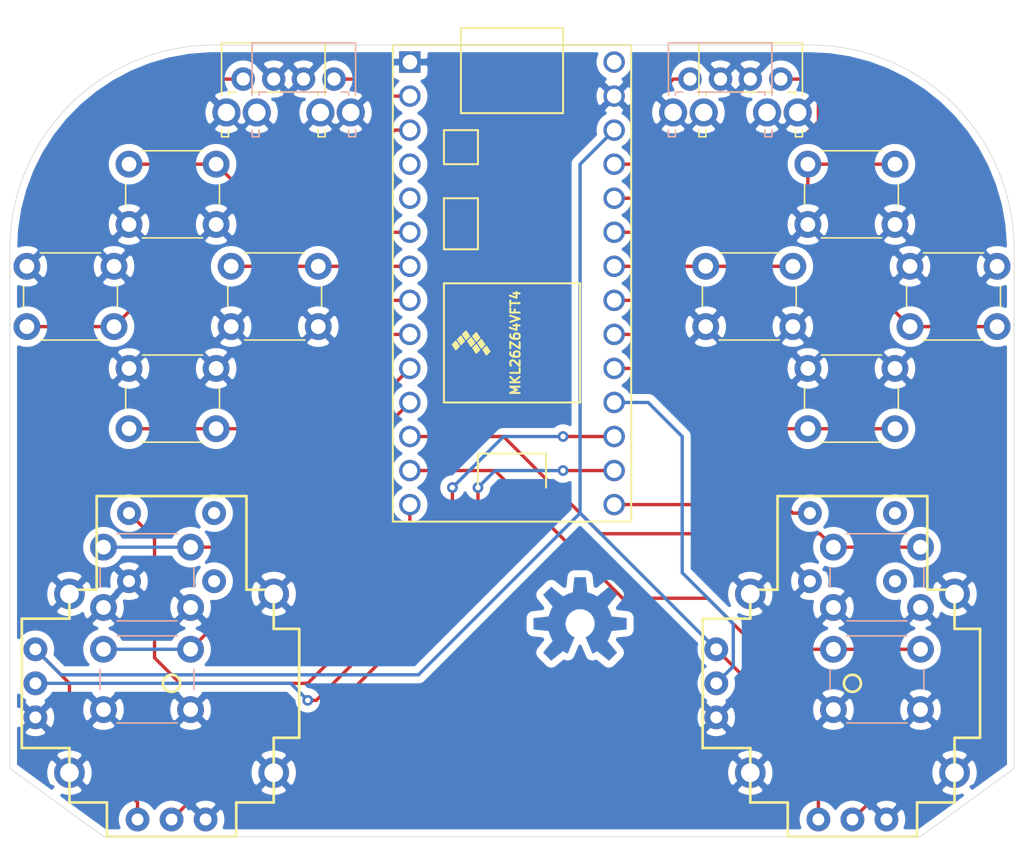
<source format=kicad_pcb>
(kicad_pcb (version 20171130) (host pcbnew 5.1.4)

  (general
    (thickness 1.6)
    (drawings 8)
    (tracks 124)
    (zones 0)
    (modules 20)
    (nets 28)
  )

  (page A4)
  (title_block
    (title ???)
    (date 2019-09-27)
    (rev 0)
    (company "William Herron")
  )

  (layers
    (0 F.Cu signal)
    (31 B.Cu signal)
    (32 B.Adhes user)
    (33 F.Adhes user)
    (34 B.Paste user)
    (35 F.Paste user)
    (36 B.SilkS user)
    (37 F.SilkS user)
    (38 B.Mask user)
    (39 F.Mask user)
    (40 Dwgs.User user hide)
    (41 Cmts.User user)
    (42 Eco1.User user)
    (43 Eco2.User user)
    (44 Edge.Cuts user)
    (45 Margin user)
    (46 B.CrtYd user hide)
    (47 F.CrtYd user hide)
    (48 B.Fab user hide)
    (49 F.Fab user hide)
  )

  (setup
    (last_trace_width 0.25)
    (trace_clearance 0.2)
    (zone_clearance 0.508)
    (zone_45_only no)
    (trace_min 0.2)
    (via_size 0.8)
    (via_drill 0.4)
    (via_min_size 0.4)
    (via_min_drill 0.3)
    (uvia_size 0.3)
    (uvia_drill 0.1)
    (uvias_allowed no)
    (uvia_min_size 0.2)
    (uvia_min_drill 0.1)
    (edge_width 0.05)
    (segment_width 0.2)
    (pcb_text_width 0.3)
    (pcb_text_size 1.5 1.5)
    (mod_edge_width 0.12)
    (mod_text_size 1 1)
    (mod_text_width 0.15)
    (pad_size 2.286 2.286)
    (pad_drill 1.397)
    (pad_to_mask_clearance 0.051)
    (solder_mask_min_width 0.25)
    (aux_axis_origin 0 0)
    (grid_origin 127 122.555)
    (visible_elements FFFFFF7F)
    (pcbplotparams
      (layerselection 0x010fc_ffffffff)
      (usegerberextensions false)
      (usegerberattributes false)
      (usegerberadvancedattributes false)
      (creategerberjobfile false)
      (excludeedgelayer true)
      (linewidth 0.100000)
      (plotframeref false)
      (viasonmask false)
      (mode 1)
      (useauxorigin false)
      (hpglpennumber 1)
      (hpglpenspeed 20)
      (hpglpendiameter 15.000000)
      (psnegative false)
      (psa4output false)
      (plotreference true)
      (plotvalue true)
      (plotinvisibletext false)
      (padsonsilk false)
      (subtractmaskfromsilk false)
      (outputformat 1)
      (mirror false)
      (drillshape 1)
      (scaleselection 1)
      (outputdirectory ""))
  )

  (net 0 "")
  (net 1 GND)
  (net 2 LSB)
  (net 3 LSX)
  (net 4 LSY)
  (net 5 RSY)
  (net 6 RSX)
  (net 7 RSB)
  (net 8 LB)
  (net 9 LT)
  (net 10 RB)
  (net 11 RT)
  (net 12 RPL)
  (net 13 RPT)
  (net 14 RPB)
  (net 15 RPR)
  (net 16 LPL)
  (net 17 LPT)
  (net 18 LPB)
  (net 19 LPR)
  (net 20 +3V3)
  (net 21 "Net-(U1-Pad4)")
  (net 22 "Net-(U1-Pad5)")
  (net 23 "Net-(U1-Pad33)")
  (net 24 TRU)
  (net 25 BRU)
  (net 26 TLU)
  (net 27 BLU)

  (net_class Default "This is the default net class."
    (clearance 0.2)
    (trace_width 0.25)
    (via_dia 0.8)
    (via_drill 0.4)
    (uvia_dia 0.3)
    (uvia_drill 0.1)
    (add_net +3V3)
    (add_net BLU)
    (add_net BRU)
    (add_net GND)
    (add_net LB)
    (add_net LPB)
    (add_net LPL)
    (add_net LPR)
    (add_net LPT)
    (add_net LSB)
    (add_net LSX)
    (add_net LSY)
    (add_net LT)
    (add_net "Net-(U1-Pad33)")
    (add_net "Net-(U1-Pad4)")
    (add_net "Net-(U1-Pad5)")
    (add_net RB)
    (add_net RPB)
    (add_net RPL)
    (add_net RPR)
    (add_net RPT)
    (add_net RSB)
    (add_net RSX)
    (add_net RSY)
    (add_net RT)
    (add_net TLU)
    (add_net TRU)
  )

  (module Switches:JOYSTICK (layer F.Cu) (tedit 5D8DB342) (tstamp 5D8E32C9)
    (at 101.6 152.4)
    (descr "THUMB JOYSTICK")
    (tags "THUMB JOYSTICK")
    (path /5D8CEA79)
    (attr virtual)
    (fp_text reference JS1 (at -13.335 0 90) (layer F.SilkS) hide
      (effects (font (size 0.6096 0.6096) (thickness 0.127)))
    )
    (fp_text value "Left Joystick" (at 13.589 0 90) (layer F.SilkS) hide
      (effects (font (size 0.6096 0.6096) (thickness 0.127)))
    )
    (fp_circle (center 0 0) (end 0 -12.7) (layer Dwgs.User) (width 0.2032))
    (fp_circle (center 0 0) (end 0 -0.635) (layer F.SilkS) (width 0.2032))
    (fp_line (start 0.635 -7.62) (end 1.905 -7.62) (layer Dwgs.User) (width 0.2032))
    (fp_line (start -0.635 -7.62) (end 0.635 -8.255) (layer Dwgs.User) (width 0.2032))
    (fp_line (start -1.905 -7.62) (end -0.635 -7.62) (layer Dwgs.User) (width 0.2032))
    (fp_line (start -7.62 4.826) (end -7.62 8.89) (layer F.SilkS) (width 0.2032))
    (fp_line (start -7.62 -4.826) (end -7.62 -6.985) (layer F.SilkS) (width 0.2032))
    (fp_line (start -11.176 -4.826) (end -11.176 4.826) (layer F.SilkS) (width 0.2032))
    (fp_line (start -7.62 4.826) (end -11.176 4.826) (layer F.SilkS) (width 0.2032))
    (fp_line (start -7.62 -4.826) (end -11.176 -4.826) (layer F.SilkS) (width 0.2032))
    (fp_line (start -5.588 -13.97) (end -5.588 -6.985) (layer F.SilkS) (width 0.2032))
    (fp_line (start 5.588 -13.97) (end 5.588 -6.985) (layer F.SilkS) (width 0.2032))
    (fp_line (start -5.588 -6.985) (end -7.62 -6.985) (layer F.SilkS) (width 0.2032))
    (fp_line (start 7.62 -6.985) (end 5.588 -6.985) (layer F.SilkS) (width 0.2032))
    (fp_line (start 7.62 4.064) (end 9.525 4.064) (layer F.SilkS) (width 0.2032))
    (fp_line (start 7.62 -4.064) (end 9.525 -4.064) (layer F.SilkS) (width 0.2032))
    (fp_line (start 7.62 4.064) (end 7.62 8.89) (layer F.SilkS) (width 0.2032))
    (fp_line (start 7.62 -4.064) (end 7.62 -6.985) (layer F.SilkS) (width 0.2032))
    (fp_line (start 9.525 -4.064) (end 9.525 4.064) (layer F.SilkS) (width 0.2032))
    (fp_line (start -4.826 8.89) (end -7.62 8.89) (layer F.SilkS) (width 0.2032))
    (fp_line (start 4.826 8.89) (end 7.62 8.89) (layer F.SilkS) (width 0.2032))
    (fp_line (start -4.826 11.43) (end -4.826 8.89) (layer F.SilkS) (width 0.2032))
    (fp_line (start 4.826 11.43) (end 4.826 8.89) (layer F.SilkS) (width 0.2032))
    (fp_line (start 4.826 11.43) (end -4.826 11.43) (layer F.SilkS) (width 0.2032))
    (fp_line (start 5.588 -13.97) (end -5.588 -13.97) (layer F.SilkS) (width 0.2032))
    (pad V3 thru_hole circle (at -10.16 2.54) (size 1.778 1.778) (drill 0.889) (layers *.Cu *.Mask)
      (net 1 GND) (solder_mask_margin 0.1016))
    (pad V2 thru_hole circle (at -10.16 0) (size 1.778 1.778) (drill 0.889) (layers *.Cu *.Mask)
      (net 4 LSY) (solder_mask_margin 0.1016))
    (pad V1 thru_hole circle (at -10.16 -2.54) (size 1.778 1.778) (drill 0.889) (layers *.Cu *.Mask)
      (net 20 +3V3) (solder_mask_margin 0.1016))
    (pad MOUN thru_hole circle (at 7.62 -6.6675) (size 2.286 2.286) (drill 1.397) (layers *.Cu *.Mask)
      (net 1 GND) (solder_mask_margin 0.1016))
    (pad MOUN thru_hole circle (at 7.62 6.6675) (size 2.286 2.286) (drill 1.397) (layers *.Cu *.Mask)
      (net 1 GND) (solder_mask_margin 0.1016))
    (pad MOUN thru_hole circle (at -7.62 6.6675) (size 2.286 2.286) (drill 1.397) (layers *.Cu *.Mask)
      (net 1 GND) (solder_mask_margin 0.1016))
    (pad MOUN thru_hole circle (at -7.62 -6.6675) (size 2.286 2.286) (drill 1.397) (layers *.Cu *.Mask)
      (net 1 GND) (solder_mask_margin 0.1016))
    (pad H3 thru_hole circle (at 2.54 10.16) (size 1.778 1.778) (drill 0.889) (layers *.Cu *.Mask)
      (net 1 GND) (solder_mask_margin 0.1016))
    (pad H2 thru_hole circle (at 0 10.16) (size 1.778 1.778) (drill 0.889) (layers *.Cu *.Mask)
      (net 3 LSX) (solder_mask_margin 0.1016))
    (pad H1 thru_hole circle (at -2.54 10.16) (size 1.778 1.778) (drill 0.889) (layers *.Cu *.Mask)
      (net 20 +3V3) (solder_mask_margin 0.1016))
    (pad B2B thru_hole circle (at 3.175 -7.62) (size 1.778 1.778) (drill 0.89916) (layers *.Cu *.Mask)
      (solder_mask_margin 0.1016))
    (pad B2A thru_hole circle (at -3.175 -7.62) (size 1.778 1.778) (drill 0.89916) (layers *.Cu *.Mask)
      (net 1 GND) (solder_mask_margin 0.1016))
    (pad B1B thru_hole circle (at 3.175 -12.7) (size 1.778 1.778) (drill 0.89916) (layers *.Cu *.Mask)
      (solder_mask_margin 0.1016))
    (pad B1A thru_hole circle (at -3.175 -12.7) (size 1.778 1.778) (drill 0.89916) (layers *.Cu *.Mask)
      (net 2 LSB) (solder_mask_margin 0.1016))
    (model /home/william/KiCAD/SparkFun-KiCad-Libraries/step/9032.STEP
      (offset (xyz -7.75 -8.25 0))
      (scale (xyz 1 1 1))
      (rotate (xyz 0 0 0))
    )
  )

  (module Aesthetics:OSHW-LOGO-L_COPPER (layer B.Cu) (tedit 5D8DA90B) (tstamp 5D8E82A6)
    (at 132.08 147.955 180)
    (descr "OPEN-SOURCE HARDWARE (OSHW) LOGO - LARGE - TOP COPPER")
    (tags "OPEN-SOURCE HARDWARE (OSHW) LOGO - LARGE - TOP COPPER")
    (attr virtual)
    (fp_text reference "" (at 0 0 180) (layer B.SilkS)
      (effects (font (size 1.524 1.524) (thickness 0.15)) (justify mirror))
    )
    (fp_text value "" (at 0 0 180) (layer B.SilkS)
      (effects (font (size 1.524 1.524) (thickness 0.15)) (justify mirror))
    )
    (pad 1 smd custom (at 0 1.27 180) (size 0.01 0.01) (layers B.Cu B.Mask)
      (zone_connect 0)
      (options (clearance outline) (anchor circle))
      (primitives
        (gr_poly (pts
           (xy 0.91948 -3.4925) (xy 1.09982 -3.40868) (xy 1.27508 -3.30962) (xy 2.15392 -4.0259) (xy 2.7559 -3.42392)
           (xy 2.03962 -2.54508) (xy 2.16662 -2.3114) (xy 2.26822 -2.06502) (xy 2.34442 -1.81102) (xy 3.47218 -1.69418)
           (xy 3.47218 -0.84582) (xy 2.34442 -0.72898) (xy 2.26822 -0.47498) (xy 2.16662 -0.2286) (xy 2.03962 0.00508)
           (xy 2.7559 0.88392) (xy 2.15392 1.4859) (xy 1.27508 0.76962) (xy 1.0414 0.89662) (xy 0.79502 0.99822)
           (xy 0.54102 1.07442) (xy 0.42418 2.20218) (xy -0.42418 2.20218) (xy -0.54102 1.07442) (xy -0.79502 0.99822)
           (xy -1.0414 0.89662) (xy -1.27508 0.76962) (xy -2.15392 1.4859) (xy -2.7559 0.88392) (xy -2.03962 0.00508)
           (xy -2.16662 -0.2286) (xy -2.26822 -0.47498) (xy -2.34442 -0.72898) (xy -3.47218 -0.84582) (xy -3.47218 -1.69418)
           (xy -2.34442 -1.81102) (xy -2.26822 -2.06502) (xy -2.16662 -2.3114) (xy -2.03962 -2.54508) (xy -2.7559 -3.42392)
           (xy -2.15392 -4.0259) (xy -1.27508 -3.30962) (xy -1.09982 -3.40868) (xy -0.91948 -3.4925) (xy -0.41656 -2.27838)
           (xy -0.58166 -2.19456) (xy -0.72644 -2.08534) (xy -0.85344 -1.95072) (xy -0.95504 -1.79832) (xy -1.03124 -1.63068)
           (xy -1.07696 -1.45288) (xy -1.0922 -1.27) (xy -1.07442 -1.0668) (xy -1.016 -0.87122) (xy -0.92456 -0.68834)
           (xy -0.79756 -0.52578) (xy -0.64516 -0.38862) (xy -0.46736 -0.28448) (xy -0.27686 -0.21336) (xy -0.07366 -0.18034)
           (xy 0.12954 -0.18542) (xy 0.3302 -0.2286) (xy 0.51816 -0.30988) (xy 0.68834 -0.42164) (xy 0.83566 -0.56642)
           (xy 0.9525 -0.73406) (xy 1.03632 -0.92202) (xy 1.08204 -1.12268) (xy 1.0922 -1.32588) (xy 1.06172 -1.52654)
           (xy 0.99314 -1.72212) (xy 0.89154 -1.89992) (xy 0.75946 -2.05486) (xy 0.59944 -2.1844) (xy 0.41656 -2.27838)
) (width 0.01))
      ))
  )

  (module teensy:Teensy30_31_32_LC_ONLY_SIDE (layer F.Cu) (tedit 5D8D7580) (tstamp 5D91AB30)
    (at 127 122.555 270)
    (path /5D8DA982)
    (fp_text reference U1 (at 0 -10.16 270) (layer F.SilkS) hide
      (effects (font (size 1 1) (thickness 0.15)))
    )
    (fp_text value Teensy-LC (at 0 10.16 270) (layer F.Fab)
      (effects (font (size 1 1) (thickness 0.15)))
    )
    (fp_text user MK20DX128VLH5 (at 4.445 -1.524 270) (layer F.SilkS) hide
      (effects (font (size 0.7 0.7) (thickness 0.15)))
    )
    (fp_text user MKL26Z64VFT4 (at 4.445 -0.254 270) (layer F.SilkS)
      (effects (font (size 0.7 0.7) (thickness 0.15)))
    )
    (fp_text user MK20DX256VLH7 (at 4.445 -2.794 270) (layer F.SilkS) hide
      (effects (font (size 0.7 0.7) (thickness 0.15)))
    )
    (fp_poly (pts (xy 4.826 2.921) (xy 4.572 2.667) (xy 4.953 2.413) (xy 5.207 2.667)) (layer F.SilkS) (width 0.1))
    (fp_poly (pts (xy 3.81 3.683) (xy 3.556 3.429) (xy 3.937 3.175) (xy 4.191 3.429)) (layer F.SilkS) (width 0.1))
    (fp_poly (pts (xy 4.572 4.445) (xy 4.318 4.191) (xy 4.699 3.937) (xy 4.953 4.191)) (layer F.SilkS) (width 0.1))
    (fp_poly (pts (xy 4.445 2.54) (xy 4.191 2.286) (xy 4.572 2.032) (xy 4.826 2.286)) (layer F.SilkS) (width 0.1))
    (fp_poly (pts (xy 4.191 4.064) (xy 3.937 3.81) (xy 4.318 3.556) (xy 4.572 3.81)) (layer F.SilkS) (width 0.1))
    (fp_poly (pts (xy 4.953 2.159) (xy 4.699 1.905) (xy 5.08 1.651) (xy 5.334 1.905)) (layer F.SilkS) (width 0.1))
    (fp_poly (pts (xy 4.318 3.302) (xy 4.064 3.048) (xy 4.445 2.794) (xy 4.699 3.048)) (layer F.SilkS) (width 0.1))
    (fp_poly (pts (xy 3.937 2.921) (xy 3.683 2.667) (xy 4.064 2.413) (xy 4.318 2.667)) (layer F.SilkS) (width 0.1))
    (fp_line (start -17.78 8.89) (end -17.78 -8.89) (layer F.SilkS) (width 0.15))
    (fp_line (start 17.78 8.89) (end -17.78 8.89) (layer F.SilkS) (width 0.15))
    (fp_line (start 17.78 -8.89) (end 17.78 8.89) (layer F.SilkS) (width 0.15))
    (fp_line (start -17.78 -8.89) (end 17.78 -8.89) (layer F.SilkS) (width 0.15))
    (fp_line (start 8.89 5.08) (end 0 5.08) (layer F.SilkS) (width 0.15))
    (fp_line (start 8.89 -5.08) (end 0 -5.08) (layer F.SilkS) (width 0.15))
    (fp_line (start 0 -5.08) (end 0 5.08) (layer F.SilkS) (width 0.15))
    (fp_line (start 8.89 5.08) (end 8.89 -5.08) (layer F.SilkS) (width 0.15))
    (fp_line (start 12.7 -2.54) (end 15.24 -2.54) (layer F.SilkS) (width 0.15))
    (fp_line (start 12.7 2.54) (end 12.7 -2.54) (layer F.SilkS) (width 0.15))
    (fp_line (start 15.24 2.54) (end 12.7 2.54) (layer F.SilkS) (width 0.15))
    (fp_line (start -11.43 2.54) (end -11.43 5.08) (layer F.SilkS) (width 0.15))
    (fp_line (start -8.89 2.54) (end -11.43 2.54) (layer F.SilkS) (width 0.15))
    (fp_line (start -8.89 5.08) (end -8.89 2.54) (layer F.SilkS) (width 0.15))
    (fp_line (start -11.43 5.08) (end -8.89 5.08) (layer F.SilkS) (width 0.15))
    (fp_line (start -12.7 3.81) (end -17.78 3.81) (layer F.SilkS) (width 0.15))
    (fp_line (start -12.7 -3.81) (end -17.78 -3.81) (layer F.SilkS) (width 0.15))
    (fp_line (start -12.7 3.81) (end -12.7 -3.81) (layer F.SilkS) (width 0.15))
    (fp_line (start -6.35 2.54) (end -6.35 5.08) (layer F.SilkS) (width 0.15))
    (fp_line (start -2.54 2.54) (end -6.35 2.54) (layer F.SilkS) (width 0.15))
    (fp_line (start -2.54 5.08) (end -2.54 2.54) (layer F.SilkS) (width 0.15))
    (fp_line (start -6.35 5.08) (end -2.54 5.08) (layer F.SilkS) (width 0.15))
    (fp_line (start -19.05 -3.81) (end -17.78 -3.81) (layer F.SilkS) (width 0.15))
    (fp_line (start -19.05 3.81) (end -19.05 -3.81) (layer F.SilkS) (width 0.15))
    (fp_line (start -17.78 3.81) (end -19.05 3.81) (layer F.SilkS) (width 0.15))
    (pad 1 thru_hole rect (at -16.51 7.62 270) (size 1.6 1.6) (drill 1.1) (layers *.Cu *.Mask)
      (net 1 GND))
    (pad 2 thru_hole circle (at -13.97 7.62 270) (size 1.6 1.6) (drill 1.1) (layers *.Cu *.Mask)
      (net 9 LT))
    (pad 3 thru_hole circle (at -11.43 7.62 270) (size 1.6 1.6) (drill 1.1) (layers *.Cu *.Mask)
      (net 8 LB))
    (pad 4 thru_hole circle (at -8.89 7.62 270) (size 1.6 1.6) (drill 1.1) (layers *.Cu *.Mask)
      (net 21 "Net-(U1-Pad4)"))
    (pad 5 thru_hole circle (at -6.35 7.62 270) (size 1.6 1.6) (drill 1.1) (layers *.Cu *.Mask)
      (net 22 "Net-(U1-Pad5)"))
    (pad 6 thru_hole circle (at -3.81 7.62 270) (size 1.6 1.6) (drill 1.1) (layers *.Cu *.Mask)
      (net 17 LPT))
    (pad 7 thru_hole circle (at -1.27 7.62 270) (size 1.6 1.6) (drill 1.1) (layers *.Cu *.Mask)
      (net 19 LPR))
    (pad 8 thru_hole circle (at 1.27 7.62 270) (size 1.6 1.6) (drill 1.1) (layers *.Cu *.Mask)
      (net 16 LPL))
    (pad 9 thru_hole circle (at 3.81 7.62 270) (size 1.6 1.6) (drill 1.1) (layers *.Cu *.Mask)
      (net 18 LPB))
    (pad 10 thru_hole circle (at 6.35 7.62 270) (size 1.6 1.6) (drill 1.1) (layers *.Cu *.Mask)
      (net 26 TLU))
    (pad 11 thru_hole circle (at 8.89 7.62 270) (size 1.6 1.6) (drill 1.1) (layers *.Cu *.Mask)
      (net 27 BLU))
    (pad 12 thru_hole circle (at 11.43 7.62 270) (size 1.6 1.6) (drill 1.1) (layers *.Cu *.Mask)
      (net 24 TRU))
    (pad 13 thru_hole circle (at 13.97 7.62 270) (size 1.6 1.6) (drill 1.1) (layers *.Cu *.Mask)
      (net 25 BRU))
    (pad 33 thru_hole circle (at -16.51 -7.62 270) (size 1.6 1.6) (drill 1.1) (layers *.Cu *.Mask)
      (net 23 "Net-(U1-Pad33)"))
    (pad 32 thru_hole circle (at -13.97 -7.62 270) (size 1.6 1.6) (drill 1.1) (layers *.Cu *.Mask)
      (net 1 GND))
    (pad 31 thru_hole circle (at -11.43 -7.62 270) (size 1.6 1.6) (drill 1.1) (layers *.Cu *.Mask)
      (net 20 +3V3))
    (pad 30 thru_hole circle (at -8.89 -7.62 270) (size 1.6 1.6) (drill 1.1) (layers *.Cu *.Mask)
      (net 11 RT))
    (pad 29 thru_hole circle (at -6.35 -7.62 270) (size 1.6 1.6) (drill 1.1) (layers *.Cu *.Mask)
      (net 10 RB))
    (pad 28 thru_hole circle (at -3.81 -7.62 270) (size 1.6 1.6) (drill 1.1) (layers *.Cu *.Mask)
      (net 13 RPT))
    (pad 27 thru_hole circle (at -1.27 -7.62 270) (size 1.6 1.6) (drill 1.1) (layers *.Cu *.Mask)
      (net 12 RPL))
    (pad 26 thru_hole circle (at 1.27 -7.62 270) (size 1.6 1.6) (drill 1.1) (layers *.Cu *.Mask)
      (net 15 RPR))
    (pad 25 thru_hole circle (at 3.81 -7.62 270) (size 1.6 1.6) (drill 1.1) (layers *.Cu *.Mask)
      (net 14 RPB))
    (pad 24 thru_hole circle (at 6.35 -7.62 270) (size 1.6 1.6) (drill 1.1) (layers *.Cu *.Mask)
      (net 6 RSX))
    (pad 23 thru_hole circle (at 8.89 -7.62 270) (size 1.6 1.6) (drill 1.1) (layers *.Cu *.Mask)
      (net 5 RSY))
    (pad 22 thru_hole circle (at 11.43 -7.62 270) (size 1.6 1.6) (drill 1.1) (layers *.Cu *.Mask)
      (net 4 LSY))
    (pad 21 thru_hole circle (at 13.97 -7.62 270) (size 1.6 1.6) (drill 1.1) (layers *.Cu *.Mask)
      (net 3 LSX))
    (pad 14 thru_hole circle (at 16.51 7.62 270) (size 1.6 1.6) (drill 1.1) (layers *.Cu *.Mask)
      (net 2 LSB))
    (pad 20 thru_hole circle (at 16.51 -7.62 270) (size 1.6 1.6) (drill 1.1) (layers *.Cu *.Mask)
      (net 7 RSB))
    (model "/home/william/KiCAD/Teensy/3d models/Teensy_lc.stp"
      (offset (xyz -17.82 9.1 2.5))
      (scale (xyz 1 1 1))
      (rotate (xyz 0 0 90))
    )
    (model ${KISYS3DMOD}/Connector_PinHeader_2.54mm.3dshapes/PinHeader_1x14_P2.54mm_Vertical.step
      (offset (xyz 16.5 7.5 2.5))
      (scale (xyz 1 1 1))
      (rotate (xyz 0 180 90))
    )
    (model ${KISYS3DMOD}/Connector_PinHeader_2.54mm.3dshapes/PinHeader_1x14_P2.54mm_Vertical.step
      (offset (xyz 16.5 -7.5 2.5))
      (scale (xyz 1 1 1))
      (rotate (xyz 0 180 90))
    )
  )

  (module Button_Switch_THT:SW_PUSH_6mm_H8mm (layer B.Cu) (tedit 5A02FE31) (tstamp 5D8E3378)
    (at 103.02 149.86 180)
    (descr "tactile push button, 6x6mm e.g. PHAP33xx series, height=8mm")
    (tags "tact sw push 6mm")
    (path /5D900C25)
    (fp_text reference SW16 (at 3.25 2) (layer B.SilkS) hide
      (effects (font (size 1 1) (thickness 0.15)) (justify mirror))
    )
    (fp_text value "Bottom Left Under" (at 3.75 -6.7) (layer B.Fab)
      (effects (font (size 1 1) (thickness 0.15)) (justify mirror))
    )
    (fp_text user %R (at 3.25 -2.25) (layer B.Fab)
      (effects (font (size 1 1) (thickness 0.15)) (justify mirror))
    )
    (fp_line (start 3.25 0.75) (end 6.25 0.75) (layer B.Fab) (width 0.1))
    (fp_line (start 6.25 0.75) (end 6.25 -5.25) (layer B.Fab) (width 0.1))
    (fp_line (start 6.25 -5.25) (end 0.25 -5.25) (layer B.Fab) (width 0.1))
    (fp_line (start 0.25 -5.25) (end 0.25 0.75) (layer B.Fab) (width 0.1))
    (fp_line (start 0.25 0.75) (end 3.25 0.75) (layer B.Fab) (width 0.1))
    (fp_line (start 7.75 -6) (end 8 -6) (layer B.CrtYd) (width 0.05))
    (fp_line (start 8 -6) (end 8 -5.75) (layer B.CrtYd) (width 0.05))
    (fp_line (start 7.75 1.5) (end 8 1.5) (layer B.CrtYd) (width 0.05))
    (fp_line (start 8 1.5) (end 8 1.25) (layer B.CrtYd) (width 0.05))
    (fp_line (start -1.5 1.25) (end -1.5 1.5) (layer B.CrtYd) (width 0.05))
    (fp_line (start -1.5 1.5) (end -1.25 1.5) (layer B.CrtYd) (width 0.05))
    (fp_line (start -1.5 -5.75) (end -1.5 -6) (layer B.CrtYd) (width 0.05))
    (fp_line (start -1.5 -6) (end -1.25 -6) (layer B.CrtYd) (width 0.05))
    (fp_line (start -1.25 1.5) (end 7.75 1.5) (layer B.CrtYd) (width 0.05))
    (fp_line (start -1.5 -5.75) (end -1.5 1.25) (layer B.CrtYd) (width 0.05))
    (fp_line (start 7.75 -6) (end -1.25 -6) (layer B.CrtYd) (width 0.05))
    (fp_line (start 8 1.25) (end 8 -5.75) (layer B.CrtYd) (width 0.05))
    (fp_line (start 1 -5.5) (end 5.5 -5.5) (layer B.SilkS) (width 0.12))
    (fp_line (start -0.25 -1.5) (end -0.25 -3) (layer B.SilkS) (width 0.12))
    (fp_line (start 5.5 1) (end 1 1) (layer B.SilkS) (width 0.12))
    (fp_line (start 6.75 -3) (end 6.75 -1.5) (layer B.SilkS) (width 0.12))
    (fp_circle (center 3.25 -2.25) (end 1.25 -2.5) (layer B.Fab) (width 0.1))
    (pad 2 thru_hole circle (at 0 -4.5 90) (size 2 2) (drill 1.1) (layers *.Cu *.Mask)
      (net 1 GND))
    (pad 1 thru_hole circle (at 0 0 90) (size 2 2) (drill 1.1) (layers *.Cu *.Mask)
      (net 27 BLU))
    (pad 2 thru_hole circle (at 6.5 -4.5 90) (size 2 2) (drill 1.1) (layers *.Cu *.Mask)
      (net 1 GND))
    (pad 1 thru_hole circle (at 6.5 0 90) (size 2 2) (drill 1.1) (layers *.Cu *.Mask)
      (net 27 BLU))
    (model ${KISYS3DMOD}/Button_Switch_THT.3dshapes/SW_PUSH_6mm_H8mm.wrl
      (at (xyz 0 0 0))
      (scale (xyz 1 1 1))
      (rotate (xyz 0 0 0))
    )
  )

  (module Button_Switch_THT:SW_PUSH_6mm_H8mm (layer B.Cu) (tedit 5A02FE31) (tstamp 5D8E2D15)
    (at 157.48 142.24 180)
    (descr "tactile push button, 6x6mm e.g. PHAP33xx series, height=8mm")
    (tags "tact sw push 6mm")
    (path /5D8F044F)
    (fp_text reference SW13 (at 3.25 2) (layer B.SilkS) hide
      (effects (font (size 1 1) (thickness 0.15)) (justify mirror))
    )
    (fp_text value "Top Right Under" (at 3.75 -6.7) (layer B.Fab)
      (effects (font (size 1 1) (thickness 0.15)) (justify mirror))
    )
    (fp_circle (center 3.25 -2.25) (end 1.25 -2.5) (layer B.Fab) (width 0.1))
    (fp_line (start 6.75 -3) (end 6.75 -1.5) (layer B.SilkS) (width 0.12))
    (fp_line (start 5.5 1) (end 1 1) (layer B.SilkS) (width 0.12))
    (fp_line (start -0.25 -1.5) (end -0.25 -3) (layer B.SilkS) (width 0.12))
    (fp_line (start 1 -5.5) (end 5.5 -5.5) (layer B.SilkS) (width 0.12))
    (fp_line (start 8 1.25) (end 8 -5.75) (layer B.CrtYd) (width 0.05))
    (fp_line (start 7.75 -6) (end -1.25 -6) (layer B.CrtYd) (width 0.05))
    (fp_line (start -1.5 -5.75) (end -1.5 1.25) (layer B.CrtYd) (width 0.05))
    (fp_line (start -1.25 1.5) (end 7.75 1.5) (layer B.CrtYd) (width 0.05))
    (fp_line (start -1.5 -6) (end -1.25 -6) (layer B.CrtYd) (width 0.05))
    (fp_line (start -1.5 -5.75) (end -1.5 -6) (layer B.CrtYd) (width 0.05))
    (fp_line (start -1.5 1.5) (end -1.25 1.5) (layer B.CrtYd) (width 0.05))
    (fp_line (start -1.5 1.25) (end -1.5 1.5) (layer B.CrtYd) (width 0.05))
    (fp_line (start 8 1.5) (end 8 1.25) (layer B.CrtYd) (width 0.05))
    (fp_line (start 7.75 1.5) (end 8 1.5) (layer B.CrtYd) (width 0.05))
    (fp_line (start 8 -6) (end 8 -5.75) (layer B.CrtYd) (width 0.05))
    (fp_line (start 7.75 -6) (end 8 -6) (layer B.CrtYd) (width 0.05))
    (fp_line (start 0.25 0.75) (end 3.25 0.75) (layer B.Fab) (width 0.1))
    (fp_line (start 0.25 -5.25) (end 0.25 0.75) (layer B.Fab) (width 0.1))
    (fp_line (start 6.25 -5.25) (end 0.25 -5.25) (layer B.Fab) (width 0.1))
    (fp_line (start 6.25 0.75) (end 6.25 -5.25) (layer B.Fab) (width 0.1))
    (fp_line (start 3.25 0.75) (end 6.25 0.75) (layer B.Fab) (width 0.1))
    (fp_text user %R (at 3.25 -2.25) (layer B.Fab)
      (effects (font (size 1 1) (thickness 0.15)) (justify mirror))
    )
    (pad 1 thru_hole circle (at 6.5 0 90) (size 2 2) (drill 1.1) (layers *.Cu *.Mask)
      (net 24 TRU))
    (pad 2 thru_hole circle (at 6.5 -4.5 90) (size 2 2) (drill 1.1) (layers *.Cu *.Mask)
      (net 1 GND))
    (pad 1 thru_hole circle (at 0 0 90) (size 2 2) (drill 1.1) (layers *.Cu *.Mask)
      (net 24 TRU))
    (pad 2 thru_hole circle (at 0 -4.5 90) (size 2 2) (drill 1.1) (layers *.Cu *.Mask)
      (net 1 GND))
    (model ${KISYS3DMOD}/Button_Switch_THT.3dshapes/SW_PUSH_6mm_H8mm.wrl
      (at (xyz 0 0 0))
      (scale (xyz 1 1 1))
      (rotate (xyz 0 0 0))
    )
  )

  (module Button_Switch_THT:SW_PUSH_6mm_H8mm (layer F.Cu) (tedit 5A02FE31) (tstamp 5D8E2CBB)
    (at 98.425 113.665)
    (descr "tactile push button, 6x6mm e.g. PHAP33xx series, height=8mm")
    (tags "tact sw push 6mm")
    (path /5D8E5715)
    (fp_text reference SW10 (at 3.25 -2) (layer F.SilkS) hide
      (effects (font (size 1 1) (thickness 0.15)))
    )
    (fp_text value "Left Pad Top" (at 3.75 6.7) (layer F.Fab)
      (effects (font (size 1 1) (thickness 0.15)))
    )
    (fp_circle (center 3.25 2.25) (end 1.25 2.5) (layer F.Fab) (width 0.1))
    (fp_line (start 6.75 3) (end 6.75 1.5) (layer F.SilkS) (width 0.12))
    (fp_line (start 5.5 -1) (end 1 -1) (layer F.SilkS) (width 0.12))
    (fp_line (start -0.25 1.5) (end -0.25 3) (layer F.SilkS) (width 0.12))
    (fp_line (start 1 5.5) (end 5.5 5.5) (layer F.SilkS) (width 0.12))
    (fp_line (start 8 -1.25) (end 8 5.75) (layer F.CrtYd) (width 0.05))
    (fp_line (start 7.75 6) (end -1.25 6) (layer F.CrtYd) (width 0.05))
    (fp_line (start -1.5 5.75) (end -1.5 -1.25) (layer F.CrtYd) (width 0.05))
    (fp_line (start -1.25 -1.5) (end 7.75 -1.5) (layer F.CrtYd) (width 0.05))
    (fp_line (start -1.5 6) (end -1.25 6) (layer F.CrtYd) (width 0.05))
    (fp_line (start -1.5 5.75) (end -1.5 6) (layer F.CrtYd) (width 0.05))
    (fp_line (start -1.5 -1.5) (end -1.25 -1.5) (layer F.CrtYd) (width 0.05))
    (fp_line (start -1.5 -1.25) (end -1.5 -1.5) (layer F.CrtYd) (width 0.05))
    (fp_line (start 8 -1.5) (end 8 -1.25) (layer F.CrtYd) (width 0.05))
    (fp_line (start 7.75 -1.5) (end 8 -1.5) (layer F.CrtYd) (width 0.05))
    (fp_line (start 8 6) (end 8 5.75) (layer F.CrtYd) (width 0.05))
    (fp_line (start 7.75 6) (end 8 6) (layer F.CrtYd) (width 0.05))
    (fp_line (start 0.25 -0.75) (end 3.25 -0.75) (layer F.Fab) (width 0.1))
    (fp_line (start 0.25 5.25) (end 0.25 -0.75) (layer F.Fab) (width 0.1))
    (fp_line (start 6.25 5.25) (end 0.25 5.25) (layer F.Fab) (width 0.1))
    (fp_line (start 6.25 -0.75) (end 6.25 5.25) (layer F.Fab) (width 0.1))
    (fp_line (start 3.25 -0.75) (end 6.25 -0.75) (layer F.Fab) (width 0.1))
    (fp_text user %R (at 3.25 2.25) (layer F.Fab)
      (effects (font (size 1 1) (thickness 0.15)))
    )
    (pad 1 thru_hole circle (at 6.5 0 90) (size 2 2) (drill 1.1) (layers *.Cu *.Mask)
      (net 17 LPT))
    (pad 2 thru_hole circle (at 6.5 4.5 90) (size 2 2) (drill 1.1) (layers *.Cu *.Mask)
      (net 1 GND))
    (pad 1 thru_hole circle (at 0 0 90) (size 2 2) (drill 1.1) (layers *.Cu *.Mask)
      (net 17 LPT))
    (pad 2 thru_hole circle (at 0 4.5 90) (size 2 2) (drill 1.1) (layers *.Cu *.Mask)
      (net 1 GND))
    (model ${KISYS3DMOD}/Button_Switch_THT.3dshapes/SW_PUSH_6mm_H8mm.wrl
      (at (xyz 0 0 0))
      (scale (xyz 1 1 1))
      (rotate (xyz 0 0 0))
    )
  )

  (module Button_Switch_THT:SW_PUSH_6mm_H8mm (layer B.Cu) (tedit 5A02FE31) (tstamp 5D8E2C61)
    (at 157.48 149.86 180)
    (descr "tactile push button, 6x6mm e.g. PHAP33xx series, height=8mm")
    (tags "tact sw push 6mm")
    (path /5D8F116B)
    (fp_text reference SW14 (at 3.25 2) (layer B.SilkS) hide
      (effects (font (size 1 1) (thickness 0.15)) (justify mirror))
    )
    (fp_text value "Bottom Right Under" (at 3.75 -6.7) (layer B.Fab)
      (effects (font (size 1 1) (thickness 0.15)) (justify mirror))
    )
    (fp_circle (center 3.25 -2.25) (end 1.25 -2.5) (layer B.Fab) (width 0.1))
    (fp_line (start 6.75 -3) (end 6.75 -1.5) (layer B.SilkS) (width 0.12))
    (fp_line (start 5.5 1) (end 1 1) (layer B.SilkS) (width 0.12))
    (fp_line (start -0.25 -1.5) (end -0.25 -3) (layer B.SilkS) (width 0.12))
    (fp_line (start 1 -5.5) (end 5.5 -5.5) (layer B.SilkS) (width 0.12))
    (fp_line (start 8 1.25) (end 8 -5.75) (layer B.CrtYd) (width 0.05))
    (fp_line (start 7.75 -6) (end -1.25 -6) (layer B.CrtYd) (width 0.05))
    (fp_line (start -1.5 -5.75) (end -1.5 1.25) (layer B.CrtYd) (width 0.05))
    (fp_line (start -1.25 1.5) (end 7.75 1.5) (layer B.CrtYd) (width 0.05))
    (fp_line (start -1.5 -6) (end -1.25 -6) (layer B.CrtYd) (width 0.05))
    (fp_line (start -1.5 -5.75) (end -1.5 -6) (layer B.CrtYd) (width 0.05))
    (fp_line (start -1.5 1.5) (end -1.25 1.5) (layer B.CrtYd) (width 0.05))
    (fp_line (start -1.5 1.25) (end -1.5 1.5) (layer B.CrtYd) (width 0.05))
    (fp_line (start 8 1.5) (end 8 1.25) (layer B.CrtYd) (width 0.05))
    (fp_line (start 7.75 1.5) (end 8 1.5) (layer B.CrtYd) (width 0.05))
    (fp_line (start 8 -6) (end 8 -5.75) (layer B.CrtYd) (width 0.05))
    (fp_line (start 7.75 -6) (end 8 -6) (layer B.CrtYd) (width 0.05))
    (fp_line (start 0.25 0.75) (end 3.25 0.75) (layer B.Fab) (width 0.1))
    (fp_line (start 0.25 -5.25) (end 0.25 0.75) (layer B.Fab) (width 0.1))
    (fp_line (start 6.25 -5.25) (end 0.25 -5.25) (layer B.Fab) (width 0.1))
    (fp_line (start 6.25 0.75) (end 6.25 -5.25) (layer B.Fab) (width 0.1))
    (fp_line (start 3.25 0.75) (end 6.25 0.75) (layer B.Fab) (width 0.1))
    (fp_text user %R (at 3.25 -2.25) (layer B.Fab)
      (effects (font (size 1 1) (thickness 0.15)) (justify mirror))
    )
    (pad 1 thru_hole circle (at 6.5 0 90) (size 2 2) (drill 1.1) (layers *.Cu *.Mask)
      (net 25 BRU))
    (pad 2 thru_hole circle (at 6.5 -4.5 90) (size 2 2) (drill 1.1) (layers *.Cu *.Mask)
      (net 1 GND))
    (pad 1 thru_hole circle (at 0 0 90) (size 2 2) (drill 1.1) (layers *.Cu *.Mask)
      (net 25 BRU))
    (pad 2 thru_hole circle (at 0 -4.5 90) (size 2 2) (drill 1.1) (layers *.Cu *.Mask)
      (net 1 GND))
    (model ${KISYS3DMOD}/Button_Switch_THT.3dshapes/SW_PUSH_6mm_H8mm.wrl
      (at (xyz 0 0 0))
      (scale (xyz 1 1 1))
      (rotate (xyz 0 0 0))
    )
  )

  (module Button_Switch_THT:SW_PUSH_6mm_H8mm (layer B.Cu) (tedit 5A02FE31) (tstamp 5D8E33F2)
    (at 103.02 142.24 180)
    (descr "tactile push button, 6x6mm e.g. PHAP33xx series, height=8mm")
    (tags "tact sw push 6mm")
    (path /5D8FE508)
    (fp_text reference SW15 (at 3.25 2) (layer B.SilkS) hide
      (effects (font (size 1 1) (thickness 0.15)) (justify mirror))
    )
    (fp_text value "Top Left Under" (at 3.75 -6.7) (layer B.Fab)
      (effects (font (size 1 1) (thickness 0.15)) (justify mirror))
    )
    (fp_text user %R (at 3.25 -2.25) (layer B.Fab)
      (effects (font (size 1 1) (thickness 0.15)) (justify mirror))
    )
    (fp_line (start 3.25 0.75) (end 6.25 0.75) (layer B.Fab) (width 0.1))
    (fp_line (start 6.25 0.75) (end 6.25 -5.25) (layer B.Fab) (width 0.1))
    (fp_line (start 6.25 -5.25) (end 0.25 -5.25) (layer B.Fab) (width 0.1))
    (fp_line (start 0.25 -5.25) (end 0.25 0.75) (layer B.Fab) (width 0.1))
    (fp_line (start 0.25 0.75) (end 3.25 0.75) (layer B.Fab) (width 0.1))
    (fp_line (start 7.75 -6) (end 8 -6) (layer B.CrtYd) (width 0.05))
    (fp_line (start 8 -6) (end 8 -5.75) (layer B.CrtYd) (width 0.05))
    (fp_line (start 7.75 1.5) (end 8 1.5) (layer B.CrtYd) (width 0.05))
    (fp_line (start 8 1.5) (end 8 1.25) (layer B.CrtYd) (width 0.05))
    (fp_line (start -1.5 1.25) (end -1.5 1.5) (layer B.CrtYd) (width 0.05))
    (fp_line (start -1.5 1.5) (end -1.25 1.5) (layer B.CrtYd) (width 0.05))
    (fp_line (start -1.5 -5.75) (end -1.5 -6) (layer B.CrtYd) (width 0.05))
    (fp_line (start -1.5 -6) (end -1.25 -6) (layer B.CrtYd) (width 0.05))
    (fp_line (start -1.25 1.5) (end 7.75 1.5) (layer B.CrtYd) (width 0.05))
    (fp_line (start -1.5 -5.75) (end -1.5 1.25) (layer B.CrtYd) (width 0.05))
    (fp_line (start 7.75 -6) (end -1.25 -6) (layer B.CrtYd) (width 0.05))
    (fp_line (start 8 1.25) (end 8 -5.75) (layer B.CrtYd) (width 0.05))
    (fp_line (start 1 -5.5) (end 5.5 -5.5) (layer B.SilkS) (width 0.12))
    (fp_line (start -0.25 -1.5) (end -0.25 -3) (layer B.SilkS) (width 0.12))
    (fp_line (start 5.5 1) (end 1 1) (layer B.SilkS) (width 0.12))
    (fp_line (start 6.75 -3) (end 6.75 -1.5) (layer B.SilkS) (width 0.12))
    (fp_circle (center 3.25 -2.25) (end 1.25 -2.5) (layer B.Fab) (width 0.1))
    (pad 2 thru_hole circle (at 0 -4.5 90) (size 2 2) (drill 1.1) (layers *.Cu *.Mask)
      (net 1 GND))
    (pad 1 thru_hole circle (at 0 0 90) (size 2 2) (drill 1.1) (layers *.Cu *.Mask)
      (net 26 TLU))
    (pad 2 thru_hole circle (at 6.5 -4.5 90) (size 2 2) (drill 1.1) (layers *.Cu *.Mask)
      (net 1 GND))
    (pad 1 thru_hole circle (at 6.5 0 90) (size 2 2) (drill 1.1) (layers *.Cu *.Mask)
      (net 26 TLU))
    (model ${KISYS3DMOD}/Button_Switch_THT.3dshapes/SW_PUSH_6mm_H8mm.wrl
      (at (xyz 0 0 0))
      (scale (xyz 1 1 1))
      (rotate (xyz 0 0 0))
    )
  )

  (module Button_Switch_THT:SW_Tactile_SPST_Angled_PTS645Vx58-2LFS (layer F.Cu) (tedit 5D8DB31F) (tstamp 5D8E4178)
    (at 142.5575 107.315)
    (descr "tactile switch SPST right angle, PTS645VL58-2 LFS")
    (tags "tactile switch SPST angled PTS645VL58-2 LFS C&K Button")
    (path /5D8C63D0)
    (fp_text reference SW3 (at 2.25 1.68) (layer F.SilkS) hide
      (effects (font (size 1 1) (thickness 0.15)))
    )
    (fp_text value "Right Bumper" (at 2.25 5.38988) (layer F.Fab)
      (effects (font (size 1 1) (thickness 0.15)))
    )
    (fp_line (start 0.55 0.97) (end 3.95 0.97) (layer F.SilkS) (width 0.12))
    (fp_line (start -1.09 0.97) (end -0.55 0.97) (layer F.SilkS) (width 0.12))
    (fp_line (start 6.11 3.8) (end 6.11 4.31) (layer F.SilkS) (width 0.12))
    (fp_line (start 5.59 4.31) (end 6.11 4.31) (layer F.SilkS) (width 0.12))
    (fp_line (start 5.59 3.8) (end 5.59 4.31) (layer F.SilkS) (width 0.12))
    (fp_line (start 5.05 0.97) (end 5.59 0.97) (layer F.SilkS) (width 0.12))
    (fp_line (start -1.61 3.8) (end -1.61 4.31) (layer F.SilkS) (width 0.12))
    (fp_line (start -1.09 3.8) (end -1.09 4.31) (layer F.SilkS) (width 0.12))
    (fp_line (start 5.59 0.97) (end 5.59 1.2) (layer F.SilkS) (width 0.12))
    (fp_line (start -1.2 4.2) (end -1.2 0.86) (layer F.Fab) (width 0.1))
    (fp_line (start 5.7 4.2) (end 6 4.2) (layer F.Fab) (width 0.1))
    (fp_line (start -1.5 4.2) (end -1.5 -2.59) (layer F.Fab) (width 0.1))
    (fp_line (start -1.5 -2.59) (end 6 -2.59) (layer F.Fab) (width 0.1))
    (fp_line (start -1.61 -2.7) (end -1.61 1.2) (layer F.SilkS) (width 0.12))
    (fp_line (start -1.61 4.31) (end -1.09 4.31) (layer F.SilkS) (width 0.12))
    (fp_line (start 6.11 -2.7) (end 6.11 1.2) (layer F.SilkS) (width 0.12))
    (fp_line (start -1.61 -2.7) (end 6.11 -2.7) (layer F.SilkS) (width 0.12))
    (fp_line (start -2.5 4.45) (end -2.5 -2.8) (layer F.CrtYd) (width 0.05))
    (fp_line (start 7.05 4.45) (end -2.5 4.45) (layer F.CrtYd) (width 0.05))
    (fp_line (start 7.05 -2.8) (end 7.05 4.45) (layer F.CrtYd) (width 0.05))
    (fp_line (start -2.5 -2.8) (end 7.05 -2.8) (layer F.CrtYd) (width 0.05))
    (fp_line (start 6 4.2) (end 6 -2.59) (layer F.Fab) (width 0.1))
    (fp_line (start -1.2 0.86) (end 5.7 0.86) (layer F.Fab) (width 0.1))
    (fp_line (start -1.5 4.2) (end -1.2 4.2) (layer F.Fab) (width 0.1))
    (fp_line (start 5.7 4.2) (end 5.7 0.86) (layer F.Fab) (width 0.1))
    (fp_line (start -1.09 0.97) (end -1.09 1.2) (layer F.SilkS) (width 0.12))
    (fp_text user %R (at 2.25 1.68) (layer F.Fab)
      (effects (font (size 1 1) (thickness 0.15)))
    )
    (fp_line (start 0.5 -5.85) (end 4 -5.85) (layer F.Fab) (width 0.1))
    (fp_line (start 4 -5.85) (end 4 -2.59) (layer F.Fab) (width 0.1))
    (fp_line (start 0.5 -5.85) (end 0.5 -2.59) (layer F.Fab) (width 0.1))
    (pad "" thru_hole circle (at -1.25 2.49) (size 2.1 2.1) (drill 1.3) (layers *.Cu *.Mask)
      (net 1 GND))
    (pad 1 thru_hole circle (at 0 0) (size 1.75 1.75) (drill 0.99) (layers *.Cu *.Mask)
      (net 1 GND))
    (pad 2 thru_hole circle (at 4.5 0) (size 1.75 1.75) (drill 0.99) (layers *.Cu *.Mask)
      (net 10 RB))
    (pad "" thru_hole circle (at 5.76 2.49) (size 2.1 2.1) (drill 1.3) (layers *.Cu *.Mask)
      (net 1 GND))
    (model ${KISYS3DMOD}/Button_Switch_THT.3dshapes/SW_Tactile_SPST_Angled_PTS645Vx58-2LFS.wrl
      (at (xyz 0 0 0))
      (scale (xyz 1 1 1))
      (rotate (xyz 0 0 0))
    )
  )

  (module Button_Switch_THT:SW_PUSH_6mm_H8mm (layer F.Cu) (tedit 5A02FE31) (tstamp 5D8E2B3B)
    (at 149.075 113.665)
    (descr "tactile push button, 6x6mm e.g. PHAP33xx series, height=8mm")
    (tags "tact sw push 6mm")
    (path /5D8DB0B0)
    (fp_text reference SW6 (at 3.25 -2) (layer F.SilkS) hide
      (effects (font (size 1 1) (thickness 0.15)))
    )
    (fp_text value "Right Pad Top" (at 3.75 6.7) (layer F.Fab)
      (effects (font (size 1 1) (thickness 0.15)))
    )
    (fp_circle (center 3.25 2.25) (end 1.25 2.5) (layer F.Fab) (width 0.1))
    (fp_line (start 6.75 3) (end 6.75 1.5) (layer F.SilkS) (width 0.12))
    (fp_line (start 5.5 -1) (end 1 -1) (layer F.SilkS) (width 0.12))
    (fp_line (start -0.25 1.5) (end -0.25 3) (layer F.SilkS) (width 0.12))
    (fp_line (start 1 5.5) (end 5.5 5.5) (layer F.SilkS) (width 0.12))
    (fp_line (start 8 -1.25) (end 8 5.75) (layer F.CrtYd) (width 0.05))
    (fp_line (start 7.75 6) (end -1.25 6) (layer F.CrtYd) (width 0.05))
    (fp_line (start -1.5 5.75) (end -1.5 -1.25) (layer F.CrtYd) (width 0.05))
    (fp_line (start -1.25 -1.5) (end 7.75 -1.5) (layer F.CrtYd) (width 0.05))
    (fp_line (start -1.5 6) (end -1.25 6) (layer F.CrtYd) (width 0.05))
    (fp_line (start -1.5 5.75) (end -1.5 6) (layer F.CrtYd) (width 0.05))
    (fp_line (start -1.5 -1.5) (end -1.25 -1.5) (layer F.CrtYd) (width 0.05))
    (fp_line (start -1.5 -1.25) (end -1.5 -1.5) (layer F.CrtYd) (width 0.05))
    (fp_line (start 8 -1.5) (end 8 -1.25) (layer F.CrtYd) (width 0.05))
    (fp_line (start 7.75 -1.5) (end 8 -1.5) (layer F.CrtYd) (width 0.05))
    (fp_line (start 8 6) (end 8 5.75) (layer F.CrtYd) (width 0.05))
    (fp_line (start 7.75 6) (end 8 6) (layer F.CrtYd) (width 0.05))
    (fp_line (start 0.25 -0.75) (end 3.25 -0.75) (layer F.Fab) (width 0.1))
    (fp_line (start 0.25 5.25) (end 0.25 -0.75) (layer F.Fab) (width 0.1))
    (fp_line (start 6.25 5.25) (end 0.25 5.25) (layer F.Fab) (width 0.1))
    (fp_line (start 6.25 -0.75) (end 6.25 5.25) (layer F.Fab) (width 0.1))
    (fp_line (start 3.25 -0.75) (end 6.25 -0.75) (layer F.Fab) (width 0.1))
    (fp_text user %R (at 3.25 2.25) (layer F.Fab)
      (effects (font (size 1 1) (thickness 0.15)))
    )
    (pad 1 thru_hole circle (at 6.5 0 90) (size 2 2) (drill 1.1) (layers *.Cu *.Mask)
      (net 13 RPT))
    (pad 2 thru_hole circle (at 6.5 4.5 90) (size 2 2) (drill 1.1) (layers *.Cu *.Mask)
      (net 1 GND))
    (pad 1 thru_hole circle (at 0 0 90) (size 2 2) (drill 1.1) (layers *.Cu *.Mask)
      (net 13 RPT))
    (pad 2 thru_hole circle (at 0 4.5 90) (size 2 2) (drill 1.1) (layers *.Cu *.Mask)
      (net 1 GND))
    (model ${KISYS3DMOD}/Button_Switch_THT.3dshapes/SW_PUSH_6mm_H8mm.wrl
      (at (xyz 0 0 0))
      (scale (xyz 1 1 1))
      (rotate (xyz 0 0 0))
    )
  )

  (module Switches:JOYSTICK (layer F.Cu) (tedit 5D8DB35A) (tstamp 5D8E2AC9)
    (at 152.4 152.4)
    (descr "THUMB JOYSTICK")
    (tags "THUMB JOYSTICK")
    (path /5D8CFD6C)
    (attr virtual)
    (fp_text reference JS2 (at -13.335 0 90) (layer F.SilkS) hide
      (effects (font (size 0.6096 0.6096) (thickness 0.127)))
    )
    (fp_text value "Right Joystick" (at 13.589 0 90) (layer F.SilkS) hide
      (effects (font (size 0.6096 0.6096) (thickness 0.127)))
    )
    (fp_circle (center 0 0) (end 0 -12.7) (layer Dwgs.User) (width 0.2032))
    (fp_circle (center 0 0) (end 0 -0.635) (layer F.SilkS) (width 0.2032))
    (fp_line (start 0.635 -7.62) (end 1.905 -7.62) (layer Dwgs.User) (width 0.2032))
    (fp_line (start -0.635 -7.62) (end 0.635 -8.255) (layer Dwgs.User) (width 0.2032))
    (fp_line (start -1.905 -7.62) (end -0.635 -7.62) (layer Dwgs.User) (width 0.2032))
    (fp_line (start -7.62 4.826) (end -7.62 8.89) (layer F.SilkS) (width 0.2032))
    (fp_line (start -7.62 -4.826) (end -7.62 -6.985) (layer F.SilkS) (width 0.2032))
    (fp_line (start -11.176 -4.826) (end -11.176 4.826) (layer F.SilkS) (width 0.2032))
    (fp_line (start -7.62 4.826) (end -11.176 4.826) (layer F.SilkS) (width 0.2032))
    (fp_line (start -7.62 -4.826) (end -11.176 -4.826) (layer F.SilkS) (width 0.2032))
    (fp_line (start -5.588 -13.97) (end -5.588 -6.985) (layer F.SilkS) (width 0.2032))
    (fp_line (start 5.588 -13.97) (end 5.588 -6.985) (layer F.SilkS) (width 0.2032))
    (fp_line (start -5.588 -6.985) (end -7.62 -6.985) (layer F.SilkS) (width 0.2032))
    (fp_line (start 7.62 -6.985) (end 5.588 -6.985) (layer F.SilkS) (width 0.2032))
    (fp_line (start 7.62 4.064) (end 9.525 4.064) (layer F.SilkS) (width 0.2032))
    (fp_line (start 7.62 -4.064) (end 9.525 -4.064) (layer F.SilkS) (width 0.2032))
    (fp_line (start 7.62 4.064) (end 7.62 8.89) (layer F.SilkS) (width 0.2032))
    (fp_line (start 7.62 -4.064) (end 7.62 -6.985) (layer F.SilkS) (width 0.2032))
    (fp_line (start 9.525 -4.064) (end 9.525 4.064) (layer F.SilkS) (width 0.2032))
    (fp_line (start -4.826 8.89) (end -7.62 8.89) (layer F.SilkS) (width 0.2032))
    (fp_line (start 4.826 8.89) (end 7.62 8.89) (layer F.SilkS) (width 0.2032))
    (fp_line (start -4.826 11.43) (end -4.826 8.89) (layer F.SilkS) (width 0.2032))
    (fp_line (start 4.826 11.43) (end 4.826 8.89) (layer F.SilkS) (width 0.2032))
    (fp_line (start 4.826 11.43) (end -4.826 11.43) (layer F.SilkS) (width 0.2032))
    (fp_line (start 5.588 -13.97) (end -5.588 -13.97) (layer F.SilkS) (width 0.2032))
    (pad V3 thru_hole circle (at -10.16 2.54) (size 1.778 1.778) (drill 0.889) (layers *.Cu *.Mask)
      (net 1 GND) (solder_mask_margin 0.1016))
    (pad V2 thru_hole circle (at -10.16 0) (size 1.778 1.778) (drill 0.889) (layers *.Cu *.Mask)
      (net 5 RSY) (solder_mask_margin 0.1016))
    (pad V1 thru_hole circle (at -10.16 -2.54) (size 1.778 1.778) (drill 0.889) (layers *.Cu *.Mask)
      (net 20 +3V3) (solder_mask_margin 0.1016))
    (pad MOUN thru_hole circle (at 7.62 -6.6675) (size 2.286 2.286) (drill 1.397) (layers *.Cu *.Mask)
      (net 1 GND) (solder_mask_margin 0.1016))
    (pad MOUN thru_hole circle (at 7.62 6.6675) (size 2.286 2.286) (drill 1.397) (layers *.Cu *.Mask)
      (net 1 GND) (solder_mask_margin 0.1016))
    (pad MOUN thru_hole circle (at -7.62 6.6675) (size 2.286 2.286) (drill 1.397) (layers *.Cu *.Mask)
      (net 1 GND) (solder_mask_margin 0.1016))
    (pad MOUN thru_hole circle (at -7.62 -6.6675) (size 2.286 2.286) (drill 1.397) (layers *.Cu *.Mask)
      (net 1 GND) (solder_mask_margin 0.1016))
    (pad H3 thru_hole circle (at 2.54 10.16) (size 1.778 1.778) (drill 0.889) (layers *.Cu *.Mask)
      (net 1 GND) (solder_mask_margin 0.1016))
    (pad H2 thru_hole circle (at 0 10.16) (size 1.778 1.778) (drill 0.889) (layers *.Cu *.Mask)
      (net 6 RSX) (solder_mask_margin 0.1016))
    (pad H1 thru_hole circle (at -2.54 10.16) (size 1.778 1.778) (drill 0.889) (layers *.Cu *.Mask)
      (net 20 +3V3) (solder_mask_margin 0.1016))
    (pad B2B thru_hole circle (at 3.175 -7.62) (size 1.778 1.778) (drill 0.89916) (layers *.Cu *.Mask)
      (solder_mask_margin 0.1016))
    (pad B2A thru_hole circle (at -3.175 -7.62) (size 1.778 1.778) (drill 0.89916) (layers *.Cu *.Mask)
      (net 1 GND) (solder_mask_margin 0.1016))
    (pad B1B thru_hole circle (at 3.175 -12.7) (size 1.778 1.778) (drill 0.89916) (layers *.Cu *.Mask)
      (solder_mask_margin 0.1016))
    (pad B1A thru_hole circle (at -3.175 -12.7) (size 1.778 1.778) (drill 0.89916) (layers *.Cu *.Mask)
      (net 7 RSB) (solder_mask_margin 0.1016))
    (model /home/william/KiCAD/SparkFun-KiCad-Libraries/step/9032.STEP
      (offset (xyz -7.75 -8.25 0))
      (scale (xyz 1 1 1))
      (rotate (xyz 0 0 0))
    )
  )

  (module Button_Switch_THT:SW_PUSH_6mm_H8mm (layer F.Cu) (tedit 5A02FE31) (tstamp 5D8E2A63)
    (at 141.455 121.285)
    (descr "tactile push button, 6x6mm e.g. PHAP33xx series, height=8mm")
    (tags "tact sw push 6mm")
    (path /5D8DB502)
    (fp_text reference SW5 (at 3.25 -2) (layer F.SilkS) hide
      (effects (font (size 1 1) (thickness 0.15)))
    )
    (fp_text value "Right Pad Left" (at 3.75 6.7) (layer F.Fab)
      (effects (font (size 1 1) (thickness 0.15)))
    )
    (fp_circle (center 3.25 2.25) (end 1.25 2.5) (layer F.Fab) (width 0.1))
    (fp_line (start 6.75 3) (end 6.75 1.5) (layer F.SilkS) (width 0.12))
    (fp_line (start 5.5 -1) (end 1 -1) (layer F.SilkS) (width 0.12))
    (fp_line (start -0.25 1.5) (end -0.25 3) (layer F.SilkS) (width 0.12))
    (fp_line (start 1 5.5) (end 5.5 5.5) (layer F.SilkS) (width 0.12))
    (fp_line (start 8 -1.25) (end 8 5.75) (layer F.CrtYd) (width 0.05))
    (fp_line (start 7.75 6) (end -1.25 6) (layer F.CrtYd) (width 0.05))
    (fp_line (start -1.5 5.75) (end -1.5 -1.25) (layer F.CrtYd) (width 0.05))
    (fp_line (start -1.25 -1.5) (end 7.75 -1.5) (layer F.CrtYd) (width 0.05))
    (fp_line (start -1.5 6) (end -1.25 6) (layer F.CrtYd) (width 0.05))
    (fp_line (start -1.5 5.75) (end -1.5 6) (layer F.CrtYd) (width 0.05))
    (fp_line (start -1.5 -1.5) (end -1.25 -1.5) (layer F.CrtYd) (width 0.05))
    (fp_line (start -1.5 -1.25) (end -1.5 -1.5) (layer F.CrtYd) (width 0.05))
    (fp_line (start 8 -1.5) (end 8 -1.25) (layer F.CrtYd) (width 0.05))
    (fp_line (start 7.75 -1.5) (end 8 -1.5) (layer F.CrtYd) (width 0.05))
    (fp_line (start 8 6) (end 8 5.75) (layer F.CrtYd) (width 0.05))
    (fp_line (start 7.75 6) (end 8 6) (layer F.CrtYd) (width 0.05))
    (fp_line (start 0.25 -0.75) (end 3.25 -0.75) (layer F.Fab) (width 0.1))
    (fp_line (start 0.25 5.25) (end 0.25 -0.75) (layer F.Fab) (width 0.1))
    (fp_line (start 6.25 5.25) (end 0.25 5.25) (layer F.Fab) (width 0.1))
    (fp_line (start 6.25 -0.75) (end 6.25 5.25) (layer F.Fab) (width 0.1))
    (fp_line (start 3.25 -0.75) (end 6.25 -0.75) (layer F.Fab) (width 0.1))
    (fp_text user %R (at 3.25 2.25) (layer F.Fab)
      (effects (font (size 1 1) (thickness 0.15)))
    )
    (pad 1 thru_hole circle (at 6.5 0 90) (size 2 2) (drill 1.1) (layers *.Cu *.Mask)
      (net 12 RPL))
    (pad 2 thru_hole circle (at 6.5 4.5 90) (size 2 2) (drill 1.1) (layers *.Cu *.Mask)
      (net 1 GND))
    (pad 1 thru_hole circle (at 0 0 90) (size 2 2) (drill 1.1) (layers *.Cu *.Mask)
      (net 12 RPL))
    (pad 2 thru_hole circle (at 0 4.5 90) (size 2 2) (drill 1.1) (layers *.Cu *.Mask)
      (net 1 GND))
    (model ${KISYS3DMOD}/Button_Switch_THT.3dshapes/SW_PUSH_6mm_H8mm.wrl
      (at (xyz 0 0 0))
      (scale (xyz 1 1 1))
      (rotate (xyz 0 0 0))
    )
  )

  (module Button_Switch_THT:SW_PUSH_6mm_H8mm (layer F.Cu) (tedit 5A02FE31) (tstamp 5D8E2A09)
    (at 149.075 128.905)
    (descr "tactile push button, 6x6mm e.g. PHAP33xx series, height=8mm")
    (tags "tact sw push 6mm")
    (path /5D8DD48D)
    (fp_text reference SW7 (at 3.25 -2) (layer F.SilkS) hide
      (effects (font (size 1 1) (thickness 0.15)))
    )
    (fp_text value "Right Pad Bottom" (at 3.75 6.7) (layer F.Fab)
      (effects (font (size 1 1) (thickness 0.15)))
    )
    (fp_circle (center 3.25 2.25) (end 1.25 2.5) (layer F.Fab) (width 0.1))
    (fp_line (start 6.75 3) (end 6.75 1.5) (layer F.SilkS) (width 0.12))
    (fp_line (start 5.5 -1) (end 1 -1) (layer F.SilkS) (width 0.12))
    (fp_line (start -0.25 1.5) (end -0.25 3) (layer F.SilkS) (width 0.12))
    (fp_line (start 1 5.5) (end 5.5 5.5) (layer F.SilkS) (width 0.12))
    (fp_line (start 8 -1.25) (end 8 5.75) (layer F.CrtYd) (width 0.05))
    (fp_line (start 7.75 6) (end -1.25 6) (layer F.CrtYd) (width 0.05))
    (fp_line (start -1.5 5.75) (end -1.5 -1.25) (layer F.CrtYd) (width 0.05))
    (fp_line (start -1.25 -1.5) (end 7.75 -1.5) (layer F.CrtYd) (width 0.05))
    (fp_line (start -1.5 6) (end -1.25 6) (layer F.CrtYd) (width 0.05))
    (fp_line (start -1.5 5.75) (end -1.5 6) (layer F.CrtYd) (width 0.05))
    (fp_line (start -1.5 -1.5) (end -1.25 -1.5) (layer F.CrtYd) (width 0.05))
    (fp_line (start -1.5 -1.25) (end -1.5 -1.5) (layer F.CrtYd) (width 0.05))
    (fp_line (start 8 -1.5) (end 8 -1.25) (layer F.CrtYd) (width 0.05))
    (fp_line (start 7.75 -1.5) (end 8 -1.5) (layer F.CrtYd) (width 0.05))
    (fp_line (start 8 6) (end 8 5.75) (layer F.CrtYd) (width 0.05))
    (fp_line (start 7.75 6) (end 8 6) (layer F.CrtYd) (width 0.05))
    (fp_line (start 0.25 -0.75) (end 3.25 -0.75) (layer F.Fab) (width 0.1))
    (fp_line (start 0.25 5.25) (end 0.25 -0.75) (layer F.Fab) (width 0.1))
    (fp_line (start 6.25 5.25) (end 0.25 5.25) (layer F.Fab) (width 0.1))
    (fp_line (start 6.25 -0.75) (end 6.25 5.25) (layer F.Fab) (width 0.1))
    (fp_line (start 3.25 -0.75) (end 6.25 -0.75) (layer F.Fab) (width 0.1))
    (fp_text user %R (at 3.25 2.25) (layer F.Fab)
      (effects (font (size 1 1) (thickness 0.15)))
    )
    (pad 1 thru_hole circle (at 6.5 0 90) (size 2 2) (drill 1.1) (layers *.Cu *.Mask)
      (net 1 GND))
    (pad 2 thru_hole circle (at 6.5 4.5 90) (size 2 2) (drill 1.1) (layers *.Cu *.Mask)
      (net 14 RPB))
    (pad 1 thru_hole circle (at 0 0 90) (size 2 2) (drill 1.1) (layers *.Cu *.Mask)
      (net 1 GND))
    (pad 2 thru_hole circle (at 0 4.5 90) (size 2 2) (drill 1.1) (layers *.Cu *.Mask)
      (net 14 RPB))
    (model ${KISYS3DMOD}/Button_Switch_THT.3dshapes/SW_PUSH_6mm_H8mm.wrl
      (at (xyz 0 0 0))
      (scale (xyz 1 1 1))
      (rotate (xyz 0 0 0))
    )
  )

  (module Button_Switch_THT:SW_PUSH_6mm_H8mm (layer F.Cu) (tedit 5A02FE31) (tstamp 5D8E3A2B)
    (at 98.425 128.905)
    (descr "tactile push button, 6x6mm e.g. PHAP33xx series, height=8mm")
    (tags "tact sw push 6mm")
    (path /5D8E5733)
    (fp_text reference SW11 (at 3.25 -2) (layer F.SilkS) hide
      (effects (font (size 1 1) (thickness 0.15)))
    )
    (fp_text value "Left Pad Bottom" (at 3.75 6.7) (layer F.Fab)
      (effects (font (size 1 1) (thickness 0.15)))
    )
    (fp_text user %R (at 3.25 2.25) (layer F.Fab)
      (effects (font (size 1 1) (thickness 0.15)))
    )
    (fp_line (start 3.25 -0.75) (end 6.25 -0.75) (layer F.Fab) (width 0.1))
    (fp_line (start 6.25 -0.75) (end 6.25 5.25) (layer F.Fab) (width 0.1))
    (fp_line (start 6.25 5.25) (end 0.25 5.25) (layer F.Fab) (width 0.1))
    (fp_line (start 0.25 5.25) (end 0.25 -0.75) (layer F.Fab) (width 0.1))
    (fp_line (start 0.25 -0.75) (end 3.25 -0.75) (layer F.Fab) (width 0.1))
    (fp_line (start 7.75 6) (end 8 6) (layer F.CrtYd) (width 0.05))
    (fp_line (start 8 6) (end 8 5.75) (layer F.CrtYd) (width 0.05))
    (fp_line (start 7.75 -1.5) (end 8 -1.5) (layer F.CrtYd) (width 0.05))
    (fp_line (start 8 -1.5) (end 8 -1.25) (layer F.CrtYd) (width 0.05))
    (fp_line (start -1.5 -1.25) (end -1.5 -1.5) (layer F.CrtYd) (width 0.05))
    (fp_line (start -1.5 -1.5) (end -1.25 -1.5) (layer F.CrtYd) (width 0.05))
    (fp_line (start -1.5 5.75) (end -1.5 6) (layer F.CrtYd) (width 0.05))
    (fp_line (start -1.5 6) (end -1.25 6) (layer F.CrtYd) (width 0.05))
    (fp_line (start -1.25 -1.5) (end 7.75 -1.5) (layer F.CrtYd) (width 0.05))
    (fp_line (start -1.5 5.75) (end -1.5 -1.25) (layer F.CrtYd) (width 0.05))
    (fp_line (start 7.75 6) (end -1.25 6) (layer F.CrtYd) (width 0.05))
    (fp_line (start 8 -1.25) (end 8 5.75) (layer F.CrtYd) (width 0.05))
    (fp_line (start 1 5.5) (end 5.5 5.5) (layer F.SilkS) (width 0.12))
    (fp_line (start -0.25 1.5) (end -0.25 3) (layer F.SilkS) (width 0.12))
    (fp_line (start 5.5 -1) (end 1 -1) (layer F.SilkS) (width 0.12))
    (fp_line (start 6.75 3) (end 6.75 1.5) (layer F.SilkS) (width 0.12))
    (fp_circle (center 3.25 2.25) (end 1.25 2.5) (layer F.Fab) (width 0.1))
    (pad 2 thru_hole circle (at 0 4.5 90) (size 2 2) (drill 1.1) (layers *.Cu *.Mask)
      (net 18 LPB))
    (pad 1 thru_hole circle (at 0 0 90) (size 2 2) (drill 1.1) (layers *.Cu *.Mask)
      (net 1 GND))
    (pad 2 thru_hole circle (at 6.5 4.5 90) (size 2 2) (drill 1.1) (layers *.Cu *.Mask)
      (net 18 LPB))
    (pad 1 thru_hole circle (at 6.5 0 90) (size 2 2) (drill 1.1) (layers *.Cu *.Mask)
      (net 1 GND))
    (model ${KISYS3DMOD}/Button_Switch_THT.3dshapes/SW_PUSH_6mm_H8mm.wrl
      (at (xyz 0 0 0))
      (scale (xyz 1 1 1))
      (rotate (xyz 0 0 0))
    )
  )

  (module Button_Switch_THT:SW_PUSH_6mm_H8mm (layer F.Cu) (tedit 5A02FE31) (tstamp 5D8E28D7)
    (at 90.805 121.285)
    (descr "tactile push button, 6x6mm e.g. PHAP33xx series, height=8mm")
    (tags "tact sw push 6mm")
    (path /5D8E571F)
    (fp_text reference SW9 (at 3.25 -2) (layer F.SilkS) hide
      (effects (font (size 1 1) (thickness 0.15)))
    )
    (fp_text value "Left Pad Left" (at 3.75 6.7) (layer F.Fab)
      (effects (font (size 1 1) (thickness 0.15)))
    )
    (fp_circle (center 3.25 2.25) (end 1.25 2.5) (layer F.Fab) (width 0.1))
    (fp_line (start 6.75 3) (end 6.75 1.5) (layer F.SilkS) (width 0.12))
    (fp_line (start 5.5 -1) (end 1 -1) (layer F.SilkS) (width 0.12))
    (fp_line (start -0.25 1.5) (end -0.25 3) (layer F.SilkS) (width 0.12))
    (fp_line (start 1 5.5) (end 5.5 5.5) (layer F.SilkS) (width 0.12))
    (fp_line (start 8 -1.25) (end 8 5.75) (layer F.CrtYd) (width 0.05))
    (fp_line (start 7.75 6) (end -1.25 6) (layer F.CrtYd) (width 0.05))
    (fp_line (start -1.5 5.75) (end -1.5 -1.25) (layer F.CrtYd) (width 0.05))
    (fp_line (start -1.25 -1.5) (end 7.75 -1.5) (layer F.CrtYd) (width 0.05))
    (fp_line (start -1.5 6) (end -1.25 6) (layer F.CrtYd) (width 0.05))
    (fp_line (start -1.5 5.75) (end -1.5 6) (layer F.CrtYd) (width 0.05))
    (fp_line (start -1.5 -1.5) (end -1.25 -1.5) (layer F.CrtYd) (width 0.05))
    (fp_line (start -1.5 -1.25) (end -1.5 -1.5) (layer F.CrtYd) (width 0.05))
    (fp_line (start 8 -1.5) (end 8 -1.25) (layer F.CrtYd) (width 0.05))
    (fp_line (start 7.75 -1.5) (end 8 -1.5) (layer F.CrtYd) (width 0.05))
    (fp_line (start 8 6) (end 8 5.75) (layer F.CrtYd) (width 0.05))
    (fp_line (start 7.75 6) (end 8 6) (layer F.CrtYd) (width 0.05))
    (fp_line (start 0.25 -0.75) (end 3.25 -0.75) (layer F.Fab) (width 0.1))
    (fp_line (start 0.25 5.25) (end 0.25 -0.75) (layer F.Fab) (width 0.1))
    (fp_line (start 6.25 5.25) (end 0.25 5.25) (layer F.Fab) (width 0.1))
    (fp_line (start 6.25 -0.75) (end 6.25 5.25) (layer F.Fab) (width 0.1))
    (fp_line (start 3.25 -0.75) (end 6.25 -0.75) (layer F.Fab) (width 0.1))
    (fp_text user %R (at 3.25 2.25) (layer F.Fab)
      (effects (font (size 1 1) (thickness 0.15)))
    )
    (pad 1 thru_hole circle (at 6.5 0 90) (size 2 2) (drill 1.1) (layers *.Cu *.Mask)
      (net 1 GND))
    (pad 2 thru_hole circle (at 6.5 4.5 90) (size 2 2) (drill 1.1) (layers *.Cu *.Mask)
      (net 16 LPL))
    (pad 1 thru_hole circle (at 0 0 90) (size 2 2) (drill 1.1) (layers *.Cu *.Mask)
      (net 1 GND))
    (pad 2 thru_hole circle (at 0 4.5 90) (size 2 2) (drill 1.1) (layers *.Cu *.Mask)
      (net 16 LPL))
    (model ${KISYS3DMOD}/Button_Switch_THT.3dshapes/SW_PUSH_6mm_H8mm.wrl
      (at (xyz 0 0 0))
      (scale (xyz 1 1 1))
      (rotate (xyz 0 0 0))
    )
  )

  (module Button_Switch_THT:SW_Tactile_SPST_Angled_PTS645Vx58-2LFS (layer B.Cu) (tedit 5D8DB2B4) (tstamp 5D8E4569)
    (at 113.72 107.315 180)
    (descr "tactile switch SPST right angle, PTS645VL58-2 LFS")
    (tags "tactile switch SPST angled PTS645VL58-2 LFS C&K Button")
    (path /5D8C604C)
    (fp_text reference SW2 (at 2.25 -1.68) (layer B.SilkS) hide
      (effects (font (size 1 1) (thickness 0.15)) (justify mirror))
    )
    (fp_text value "Left Trigger" (at 2.25 -5.38988) (layer B.Fab)
      (effects (font (size 1 1) (thickness 0.15)) (justify mirror))
    )
    (fp_line (start 0.55 -0.97) (end 3.95 -0.97) (layer B.SilkS) (width 0.12))
    (fp_line (start -1.09 -0.97) (end -0.55 -0.97) (layer B.SilkS) (width 0.12))
    (fp_line (start 6.11 -3.8) (end 6.11 -4.31) (layer B.SilkS) (width 0.12))
    (fp_line (start 5.59 -4.31) (end 6.11 -4.31) (layer B.SilkS) (width 0.12))
    (fp_line (start 5.59 -3.8) (end 5.59 -4.31) (layer B.SilkS) (width 0.12))
    (fp_line (start 5.05 -0.97) (end 5.59 -0.97) (layer B.SilkS) (width 0.12))
    (fp_line (start -1.61 -3.8) (end -1.61 -4.31) (layer B.SilkS) (width 0.12))
    (fp_line (start -1.09 -3.8) (end -1.09 -4.31) (layer B.SilkS) (width 0.12))
    (fp_line (start 5.59 -0.97) (end 5.59 -1.2) (layer B.SilkS) (width 0.12))
    (fp_line (start -1.2 -4.2) (end -1.2 -0.86) (layer B.Fab) (width 0.1))
    (fp_line (start 5.7 -4.2) (end 6 -4.2) (layer B.Fab) (width 0.1))
    (fp_line (start -1.5 -4.2) (end -1.5 2.59) (layer B.Fab) (width 0.1))
    (fp_line (start -1.5 2.59) (end 6 2.59) (layer B.Fab) (width 0.1))
    (fp_line (start -1.61 2.7) (end -1.61 -1.2) (layer B.SilkS) (width 0.12))
    (fp_line (start -1.61 -4.31) (end -1.09 -4.31) (layer B.SilkS) (width 0.12))
    (fp_line (start 6.11 2.7) (end 6.11 -1.2) (layer B.SilkS) (width 0.12))
    (fp_line (start -1.61 2.7) (end 6.11 2.7) (layer B.SilkS) (width 0.12))
    (fp_line (start -2.5 -4.45) (end -2.5 2.8) (layer B.CrtYd) (width 0.05))
    (fp_line (start 7.05 -4.45) (end -2.5 -4.45) (layer B.CrtYd) (width 0.05))
    (fp_line (start 7.05 2.8) (end 7.05 -4.45) (layer B.CrtYd) (width 0.05))
    (fp_line (start -2.5 2.8) (end 7.05 2.8) (layer B.CrtYd) (width 0.05))
    (fp_line (start 6 -4.2) (end 6 2.59) (layer B.Fab) (width 0.1))
    (fp_line (start -1.2 -0.86) (end 5.7 -0.86) (layer B.Fab) (width 0.1))
    (fp_line (start -1.5 -4.2) (end -1.2 -4.2) (layer B.Fab) (width 0.1))
    (fp_line (start 5.7 -4.2) (end 5.7 -0.86) (layer B.Fab) (width 0.1))
    (fp_line (start -1.09 -0.97) (end -1.09 -1.2) (layer B.SilkS) (width 0.12))
    (fp_text user %R (at 2.25 -1.68) (layer B.Fab)
      (effects (font (size 1 1) (thickness 0.15)) (justify mirror))
    )
    (fp_line (start 0.5 5.85) (end 4 5.85) (layer B.Fab) (width 0.1))
    (fp_line (start 4 5.85) (end 4 2.59) (layer B.Fab) (width 0.1))
    (fp_line (start 0.5 5.85) (end 0.5 2.59) (layer B.Fab) (width 0.1))
    (pad "" thru_hole circle (at -1.25 -2.49 180) (size 2.1 2.1) (drill 1.3) (layers *.Cu *.Mask)
      (net 1 GND))
    (pad 1 thru_hole circle (at 0 0 180) (size 1.75 1.75) (drill 0.99) (layers *.Cu *.Mask)
      (net 9 LT))
    (pad 2 thru_hole circle (at 4.5 0 180) (size 1.75 1.75) (drill 0.99) (layers *.Cu *.Mask)
      (net 1 GND))
    (pad "" thru_hole circle (at 5.76 -2.49 180) (size 2.1 2.1) (drill 1.3) (layers *.Cu *.Mask)
      (net 1 GND))
    (model ${KISYS3DMOD}/Button_Switch_THT.3dshapes/SW_Tactile_SPST_Angled_PTS645Vx58-2LFS.wrl
      (at (xyz 0 0 0))
      (scale (xyz 1 1 1))
      (rotate (xyz 0 0 0))
    )
  )

  (module Button_Switch_THT:SW_PUSH_6mm_H8mm (layer F.Cu) (tedit 5A02FE31) (tstamp 5D8E2745)
    (at 156.695 121.285)
    (descr "tactile push button, 6x6mm e.g. PHAP33xx series, height=8mm")
    (tags "tact sw push 6mm")
    (path /5D8DCF4A)
    (fp_text reference SW8 (at 3.25 -2) (layer F.SilkS) hide
      (effects (font (size 1 1) (thickness 0.15)))
    )
    (fp_text value "Right Pad Right" (at 3.75 6.7) (layer F.Fab)
      (effects (font (size 1 1) (thickness 0.15)))
    )
    (fp_circle (center 3.25 2.25) (end 1.25 2.5) (layer F.Fab) (width 0.1))
    (fp_line (start 6.75 3) (end 6.75 1.5) (layer F.SilkS) (width 0.12))
    (fp_line (start 5.5 -1) (end 1 -1) (layer F.SilkS) (width 0.12))
    (fp_line (start -0.25 1.5) (end -0.25 3) (layer F.SilkS) (width 0.12))
    (fp_line (start 1 5.5) (end 5.5 5.5) (layer F.SilkS) (width 0.12))
    (fp_line (start 8 -1.25) (end 8 5.75) (layer F.CrtYd) (width 0.05))
    (fp_line (start 7.75 6) (end -1.25 6) (layer F.CrtYd) (width 0.05))
    (fp_line (start -1.5 5.75) (end -1.5 -1.25) (layer F.CrtYd) (width 0.05))
    (fp_line (start -1.25 -1.5) (end 7.75 -1.5) (layer F.CrtYd) (width 0.05))
    (fp_line (start -1.5 6) (end -1.25 6) (layer F.CrtYd) (width 0.05))
    (fp_line (start -1.5 5.75) (end -1.5 6) (layer F.CrtYd) (width 0.05))
    (fp_line (start -1.5 -1.5) (end -1.25 -1.5) (layer F.CrtYd) (width 0.05))
    (fp_line (start -1.5 -1.25) (end -1.5 -1.5) (layer F.CrtYd) (width 0.05))
    (fp_line (start 8 -1.5) (end 8 -1.25) (layer F.CrtYd) (width 0.05))
    (fp_line (start 7.75 -1.5) (end 8 -1.5) (layer F.CrtYd) (width 0.05))
    (fp_line (start 8 6) (end 8 5.75) (layer F.CrtYd) (width 0.05))
    (fp_line (start 7.75 6) (end 8 6) (layer F.CrtYd) (width 0.05))
    (fp_line (start 0.25 -0.75) (end 3.25 -0.75) (layer F.Fab) (width 0.1))
    (fp_line (start 0.25 5.25) (end 0.25 -0.75) (layer F.Fab) (width 0.1))
    (fp_line (start 6.25 5.25) (end 0.25 5.25) (layer F.Fab) (width 0.1))
    (fp_line (start 6.25 -0.75) (end 6.25 5.25) (layer F.Fab) (width 0.1))
    (fp_line (start 3.25 -0.75) (end 6.25 -0.75) (layer F.Fab) (width 0.1))
    (fp_text user %R (at 3.25 2.25) (layer F.Fab)
      (effects (font (size 1 1) (thickness 0.15)))
    )
    (pad 1 thru_hole circle (at 6.5 0 90) (size 2 2) (drill 1.1) (layers *.Cu *.Mask)
      (net 1 GND))
    (pad 2 thru_hole circle (at 6.5 4.5 90) (size 2 2) (drill 1.1) (layers *.Cu *.Mask)
      (net 15 RPR))
    (pad 1 thru_hole circle (at 0 0 90) (size 2 2) (drill 1.1) (layers *.Cu *.Mask)
      (net 1 GND))
    (pad 2 thru_hole circle (at 0 4.5 90) (size 2 2) (drill 1.1) (layers *.Cu *.Mask)
      (net 15 RPR))
    (model ${KISYS3DMOD}/Button_Switch_THT.3dshapes/SW_PUSH_6mm_H8mm.wrl
      (at (xyz 0 0 0))
      (scale (xyz 1 1 1))
      (rotate (xyz 0 0 0))
    )
  )

  (module Button_Switch_THT:SW_PUSH_6mm_H8mm (layer F.Cu) (tedit 5A02FE31) (tstamp 5D8E26EB)
    (at 106.045 121.285)
    (descr "tactile push button, 6x6mm e.g. PHAP33xx series, height=8mm")
    (tags "tact sw push 6mm")
    (path /5D8E5729)
    (fp_text reference SW12 (at 3.25 -2) (layer F.SilkS) hide
      (effects (font (size 1 1) (thickness 0.15)))
    )
    (fp_text value "Left Pad Right" (at 3.75 6.7) (layer F.Fab)
      (effects (font (size 1 1) (thickness 0.15)))
    )
    (fp_circle (center 3.25 2.25) (end 1.25 2.5) (layer F.Fab) (width 0.1))
    (fp_line (start 6.75 3) (end 6.75 1.5) (layer F.SilkS) (width 0.12))
    (fp_line (start 5.5 -1) (end 1 -1) (layer F.SilkS) (width 0.12))
    (fp_line (start -0.25 1.5) (end -0.25 3) (layer F.SilkS) (width 0.12))
    (fp_line (start 1 5.5) (end 5.5 5.5) (layer F.SilkS) (width 0.12))
    (fp_line (start 8 -1.25) (end 8 5.75) (layer F.CrtYd) (width 0.05))
    (fp_line (start 7.75 6) (end -1.25 6) (layer F.CrtYd) (width 0.05))
    (fp_line (start -1.5 5.75) (end -1.5 -1.25) (layer F.CrtYd) (width 0.05))
    (fp_line (start -1.25 -1.5) (end 7.75 -1.5) (layer F.CrtYd) (width 0.05))
    (fp_line (start -1.5 6) (end -1.25 6) (layer F.CrtYd) (width 0.05))
    (fp_line (start -1.5 5.75) (end -1.5 6) (layer F.CrtYd) (width 0.05))
    (fp_line (start -1.5 -1.5) (end -1.25 -1.5) (layer F.CrtYd) (width 0.05))
    (fp_line (start -1.5 -1.25) (end -1.5 -1.5) (layer F.CrtYd) (width 0.05))
    (fp_line (start 8 -1.5) (end 8 -1.25) (layer F.CrtYd) (width 0.05))
    (fp_line (start 7.75 -1.5) (end 8 -1.5) (layer F.CrtYd) (width 0.05))
    (fp_line (start 8 6) (end 8 5.75) (layer F.CrtYd) (width 0.05))
    (fp_line (start 7.75 6) (end 8 6) (layer F.CrtYd) (width 0.05))
    (fp_line (start 0.25 -0.75) (end 3.25 -0.75) (layer F.Fab) (width 0.1))
    (fp_line (start 0.25 5.25) (end 0.25 -0.75) (layer F.Fab) (width 0.1))
    (fp_line (start 6.25 5.25) (end 0.25 5.25) (layer F.Fab) (width 0.1))
    (fp_line (start 6.25 -0.75) (end 6.25 5.25) (layer F.Fab) (width 0.1))
    (fp_line (start 3.25 -0.75) (end 6.25 -0.75) (layer F.Fab) (width 0.1))
    (fp_text user %R (at 3.25 2.25) (layer F.Fab)
      (effects (font (size 1 1) (thickness 0.15)))
    )
    (pad 1 thru_hole circle (at 6.5 0 90) (size 2 2) (drill 1.1) (layers *.Cu *.Mask)
      (net 19 LPR))
    (pad 2 thru_hole circle (at 6.5 4.5 90) (size 2 2) (drill 1.1) (layers *.Cu *.Mask)
      (net 1 GND))
    (pad 1 thru_hole circle (at 0 0 90) (size 2 2) (drill 1.1) (layers *.Cu *.Mask)
      (net 19 LPR))
    (pad 2 thru_hole circle (at 0 4.5 90) (size 2 2) (drill 1.1) (layers *.Cu *.Mask)
      (net 1 GND))
    (model ${KISYS3DMOD}/Button_Switch_THT.3dshapes/SW_PUSH_6mm_H8mm.wrl
      (at (xyz 0 0 0))
      (scale (xyz 1 1 1))
      (rotate (xyz 0 0 0))
    )
  )

  (module Button_Switch_THT:SW_Tactile_SPST_Angled_PTS645Vx58-2LFS (layer B.Cu) (tedit 5D8DB31B) (tstamp 5D8E40BE)
    (at 144.78 107.315 180)
    (descr "tactile switch SPST right angle, PTS645VL58-2 LFS")
    (tags "tactile switch SPST angled PTS645VL58-2 LFS C&K Button")
    (path /5D8C67A8)
    (fp_text reference SW4 (at 2.25 -1.68) (layer B.SilkS) hide
      (effects (font (size 1 1) (thickness 0.15)) (justify mirror))
    )
    (fp_text value "Right Trigger" (at 2.25 -5.38988) (layer B.Fab)
      (effects (font (size 1 1) (thickness 0.15)) (justify mirror))
    )
    (fp_line (start 0.55 -0.97) (end 3.95 -0.97) (layer B.SilkS) (width 0.12))
    (fp_line (start -1.09 -0.97) (end -0.55 -0.97) (layer B.SilkS) (width 0.12))
    (fp_line (start 6.11 -3.8) (end 6.11 -4.31) (layer B.SilkS) (width 0.12))
    (fp_line (start 5.59 -4.31) (end 6.11 -4.31) (layer B.SilkS) (width 0.12))
    (fp_line (start 5.59 -3.8) (end 5.59 -4.31) (layer B.SilkS) (width 0.12))
    (fp_line (start 5.05 -0.97) (end 5.59 -0.97) (layer B.SilkS) (width 0.12))
    (fp_line (start -1.61 -3.8) (end -1.61 -4.31) (layer B.SilkS) (width 0.12))
    (fp_line (start -1.09 -3.8) (end -1.09 -4.31) (layer B.SilkS) (width 0.12))
    (fp_line (start 5.59 -0.97) (end 5.59 -1.2) (layer B.SilkS) (width 0.12))
    (fp_line (start -1.2 -4.2) (end -1.2 -0.86) (layer B.Fab) (width 0.1))
    (fp_line (start 5.7 -4.2) (end 6 -4.2) (layer B.Fab) (width 0.1))
    (fp_line (start -1.5 -4.2) (end -1.5 2.59) (layer B.Fab) (width 0.1))
    (fp_line (start -1.5 2.59) (end 6 2.59) (layer B.Fab) (width 0.1))
    (fp_line (start -1.61 2.7) (end -1.61 -1.2) (layer B.SilkS) (width 0.12))
    (fp_line (start -1.61 -4.31) (end -1.09 -4.31) (layer B.SilkS) (width 0.12))
    (fp_line (start 6.11 2.7) (end 6.11 -1.2) (layer B.SilkS) (width 0.12))
    (fp_line (start -1.61 2.7) (end 6.11 2.7) (layer B.SilkS) (width 0.12))
    (fp_line (start -2.5 -4.45) (end -2.5 2.8) (layer B.CrtYd) (width 0.05))
    (fp_line (start 7.05 -4.45) (end -2.5 -4.45) (layer B.CrtYd) (width 0.05))
    (fp_line (start 7.05 2.8) (end 7.05 -4.45) (layer B.CrtYd) (width 0.05))
    (fp_line (start -2.5 2.8) (end 7.05 2.8) (layer B.CrtYd) (width 0.05))
    (fp_line (start 6 -4.2) (end 6 2.59) (layer B.Fab) (width 0.1))
    (fp_line (start -1.2 -0.86) (end 5.7 -0.86) (layer B.Fab) (width 0.1))
    (fp_line (start -1.5 -4.2) (end -1.2 -4.2) (layer B.Fab) (width 0.1))
    (fp_line (start 5.7 -4.2) (end 5.7 -0.86) (layer B.Fab) (width 0.1))
    (fp_line (start -1.09 -0.97) (end -1.09 -1.2) (layer B.SilkS) (width 0.12))
    (fp_text user %R (at 2.25 -1.68) (layer B.Fab)
      (effects (font (size 1 1) (thickness 0.15)) (justify mirror))
    )
    (fp_line (start 0.5 5.85) (end 4 5.85) (layer B.Fab) (width 0.1))
    (fp_line (start 4 5.85) (end 4 2.59) (layer B.Fab) (width 0.1))
    (fp_line (start 0.5 5.85) (end 0.5 2.59) (layer B.Fab) (width 0.1))
    (pad "" thru_hole circle (at -1.25 -2.49 180) (size 2.1 2.1) (drill 1.3) (layers *.Cu *.Mask)
      (net 1 GND))
    (pad 1 thru_hole circle (at 0 0 180) (size 1.75 1.75) (drill 0.99) (layers *.Cu *.Mask)
      (net 1 GND))
    (pad 2 thru_hole circle (at 4.5 0 180) (size 1.75 1.75) (drill 0.99) (layers *.Cu *.Mask)
      (net 11 RT))
    (pad "" thru_hole circle (at 5.76 -2.49 180) (size 2.1 2.1) (drill 1.3) (layers *.Cu *.Mask)
      (net 1 GND))
    (model ${KISYS3DMOD}/Button_Switch_THT.3dshapes/SW_Tactile_SPST_Angled_PTS645Vx58-2LFS.wrl
      (at (xyz 0 0 0))
      (scale (xyz 1 1 1))
      (rotate (xyz 0 0 0))
    )
  )

  (module Button_Switch_THT:SW_Tactile_SPST_Angled_PTS645Vx58-2LFS (layer F.Cu) (tedit 5D8DB2B9) (tstamp 5D8E43F5)
    (at 106.9425 107.315)
    (descr "tactile switch SPST right angle, PTS645VL58-2 LFS")
    (tags "tactile switch SPST angled PTS645VL58-2 LFS C&K Button")
    (path /5D8C5555)
    (fp_text reference SW1 (at 2.25 1.68) (layer F.SilkS) hide
      (effects (font (size 1 1) (thickness 0.15)))
    )
    (fp_text value "Left Bumper" (at 2.25 5.38988) (layer F.Fab)
      (effects (font (size 1 1) (thickness 0.15)))
    )
    (fp_line (start 0.55 0.97) (end 3.95 0.97) (layer F.SilkS) (width 0.12))
    (fp_line (start -1.09 0.97) (end -0.55 0.97) (layer F.SilkS) (width 0.12))
    (fp_line (start 6.11 3.8) (end 6.11 4.31) (layer F.SilkS) (width 0.12))
    (fp_line (start 5.59 4.31) (end 6.11 4.31) (layer F.SilkS) (width 0.12))
    (fp_line (start 5.59 3.8) (end 5.59 4.31) (layer F.SilkS) (width 0.12))
    (fp_line (start 5.05 0.97) (end 5.59 0.97) (layer F.SilkS) (width 0.12))
    (fp_line (start -1.61 3.8) (end -1.61 4.31) (layer F.SilkS) (width 0.12))
    (fp_line (start -1.09 3.8) (end -1.09 4.31) (layer F.SilkS) (width 0.12))
    (fp_line (start 5.59 0.97) (end 5.59 1.2) (layer F.SilkS) (width 0.12))
    (fp_line (start -1.2 4.2) (end -1.2 0.86) (layer F.Fab) (width 0.1))
    (fp_line (start 5.7 4.2) (end 6 4.2) (layer F.Fab) (width 0.1))
    (fp_line (start -1.5 4.2) (end -1.5 -2.59) (layer F.Fab) (width 0.1))
    (fp_line (start -1.5 -2.59) (end 6 -2.59) (layer F.Fab) (width 0.1))
    (fp_line (start -1.61 -2.7) (end -1.61 1.2) (layer F.SilkS) (width 0.12))
    (fp_line (start -1.61 4.31) (end -1.09 4.31) (layer F.SilkS) (width 0.12))
    (fp_line (start 6.11 -2.7) (end 6.11 1.2) (layer F.SilkS) (width 0.12))
    (fp_line (start -1.61 -2.7) (end 6.11 -2.7) (layer F.SilkS) (width 0.12))
    (fp_line (start -2.5 4.45) (end -2.5 -2.8) (layer F.CrtYd) (width 0.05))
    (fp_line (start 7.05 4.45) (end -2.5 4.45) (layer F.CrtYd) (width 0.05))
    (fp_line (start 7.05 -2.8) (end 7.05 4.45) (layer F.CrtYd) (width 0.05))
    (fp_line (start -2.5 -2.8) (end 7.05 -2.8) (layer F.CrtYd) (width 0.05))
    (fp_line (start 6 4.2) (end 6 -2.59) (layer F.Fab) (width 0.1))
    (fp_line (start -1.2 0.86) (end 5.7 0.86) (layer F.Fab) (width 0.1))
    (fp_line (start -1.5 4.2) (end -1.2 4.2) (layer F.Fab) (width 0.1))
    (fp_line (start 5.7 4.2) (end 5.7 0.86) (layer F.Fab) (width 0.1))
    (fp_line (start -1.09 0.97) (end -1.09 1.2) (layer F.SilkS) (width 0.12))
    (fp_text user %R (at 2.25 1.68) (layer F.Fab)
      (effects (font (size 1 1) (thickness 0.15)))
    )
    (fp_line (start 0.5 -5.85) (end 4 -5.85) (layer F.Fab) (width 0.1))
    (fp_line (start 4 -5.85) (end 4 -2.59) (layer F.Fab) (width 0.1))
    (fp_line (start 0.5 -5.85) (end 0.5 -2.59) (layer F.Fab) (width 0.1))
    (pad "" thru_hole circle (at -1.25 2.49) (size 2.1 2.1) (drill 1.3) (layers *.Cu *.Mask)
      (net 1 GND))
    (pad 1 thru_hole circle (at 0 0) (size 1.75 1.75) (drill 0.99) (layers *.Cu *.Mask)
      (net 8 LB))
    (pad 2 thru_hole circle (at 4.5 0) (size 1.75 1.75) (drill 0.99) (layers *.Cu *.Mask)
      (net 1 GND))
    (pad "" thru_hole circle (at 5.76 2.49) (size 2.1 2.1) (drill 1.3) (layers *.Cu *.Mask)
      (net 1 GND))
    (model ${KISYS3DMOD}/Button_Switch_THT.3dshapes/SW_Tactile_SPST_Angled_PTS645Vx58-2LFS.wrl
      (at (xyz 0 0 0))
      (scale (xyz 1 1 1))
      (rotate (xyz 0 0 0))
    )
  )

  (gr_line (start 89.535 158.75) (end 96.52 163.83) (layer Edge.Cuts) (width 0.05) (tstamp 5D8E47AD))
  (gr_line (start 89.535 120.015) (end 89.535 158.75) (layer Edge.Cuts) (width 0.05))
  (gr_arc (start 104.775 120.015) (end 104.775 104.775) (angle -90) (layer Edge.Cuts) (width 0.05))
  (gr_arc (start 149.225 120.015) (end 164.465 120.015) (angle -90) (layer Edge.Cuts) (width 0.05))
  (gr_line (start 157.48 163.83) (end 96.52 163.83) (layer Edge.Cuts) (width 0.05))
  (gr_line (start 164.465 158.75) (end 157.48 163.83) (layer Edge.Cuts) (width 0.05))
  (gr_line (start 164.465 120.015) (end 164.465 158.75) (layer Edge.Cuts) (width 0.05))
  (gr_line (start 104.775 104.775) (end 149.225 104.775) (layer Edge.Cuts) (width 0.05))

  (via (at 130.81 133.985) (size 0.8) (drill 0.4) (layers F.Cu B.Cu) (net 4))
  (via (at 130.81 136.525) (size 0.8) (drill 0.4) (layers F.Cu B.Cu) (net 3))
  (segment (start 119.38 144.78) (end 119.38 139.065) (width 0.25) (layer F.Cu) (net 2))
  (segment (start 100.33 141.605) (end 100.33 150.495) (width 0.25) (layer F.Cu) (net 2))
  (segment (start 98.425 139.7) (end 100.33 141.605) (width 0.25) (layer F.Cu) (net 2))
  (segment (start 100.33 150.495) (end 102.235 152.4) (width 0.25) (layer F.Cu) (net 2))
  (segment (start 102.235 152.4) (end 111.76 152.4) (width 0.25) (layer F.Cu) (net 2))
  (segment (start 111.76 152.4) (end 119.38 144.78) (width 0.25) (layer F.Cu) (net 2))
  (segment (start 107.95 156.21) (end 111.76 156.21) (width 0.25) (layer F.Cu) (net 3))
  (segment (start 101.6 162.56) (end 107.95 156.21) (width 0.25) (layer F.Cu) (net 3))
  (segment (start 111.76 156.21) (end 124.46 143.51) (width 0.25) (layer F.Cu) (net 3))
  (segment (start 124.46 143.51) (end 124.46 137.795) (width 0.25) (layer F.Cu) (net 3))
  (segment (start 124.46 137.795) (end 124.46 137.795) (width 0.25) (layer F.Cu) (net 3) (tstamp 5D9195E3))
  (via (at 124.46 137.795) (size 0.8) (drill 0.4) (layers F.Cu B.Cu) (net 3))
  (segment (start 125.73 136.525) (end 124.46 137.795) (width 0.25) (layer B.Cu) (net 3))
  (segment (start 130.81 136.525) (end 125.73 136.525) (width 0.25) (layer B.Cu) (net 3))
  (segment (start 134.62 136.525) (end 130.81 136.525) (width 0.25) (layer F.Cu) (net 3))
  (segment (start 111.76 153.67) (end 111.76 153.67) (width 0.25) (layer B.Cu) (net 4) (tstamp 5D919563))
  (via (at 111.76 153.67) (size 0.8) (drill 0.4) (layers F.Cu B.Cu) (net 4))
  (segment (start 111.76 153.67) (end 112.395 153.67) (width 0.25) (layer F.Cu) (net 4))
  (segment (start 112.395 153.67) (end 122.555 143.51) (width 0.25) (layer F.Cu) (net 4))
  (segment (start 122.555 143.51) (end 122.555 137.795) (width 0.25) (layer F.Cu) (net 4))
  (segment (start 122.555 137.795) (end 122.555 137.795) (width 0.25) (layer F.Cu) (net 4) (tstamp 5D919565))
  (via (at 122.555 137.795) (size 0.8) (drill 0.4) (layers F.Cu B.Cu) (net 4))
  (segment (start 126.365 133.985) (end 130.81 133.985) (width 0.25) (layer B.Cu) (net 4))
  (segment (start 122.555 137.795) (end 126.365 133.985) (width 0.25) (layer B.Cu) (net 4))
  (segment (start 130.81 133.985) (end 134.62 133.985) (width 0.25) (layer F.Cu) (net 4))
  (segment (start 110.49 152.4) (end 111.76 153.67) (width 0.25) (layer B.Cu) (net 4))
  (segment (start 91.44 152.4) (end 110.49 152.4) (width 0.25) (layer B.Cu) (net 4))
  (segment (start 137.16 131.445) (end 134.62 131.445) (width 0.25) (layer B.Cu) (net 5))
  (segment (start 143.51 151.13) (end 143.51 147.955) (width 0.25) (layer B.Cu) (net 5))
  (segment (start 142.24 152.4) (end 143.51 151.13) (width 0.25) (layer B.Cu) (net 5))
  (segment (start 139.7 133.985) (end 137.16 131.445) (width 0.25) (layer B.Cu) (net 5))
  (segment (start 143.51 147.955) (end 139.7 144.145) (width 0.25) (layer B.Cu) (net 5))
  (segment (start 139.7 144.145) (end 139.7 133.985) (width 0.25) (layer B.Cu) (net 5))
  (segment (start 139.7 128.905) (end 134.62 128.905) (width 0.25) (layer F.Cu) (net 6))
  (segment (start 162.56 152.4) (end 162.56 142.24) (width 0.25) (layer F.Cu) (net 6))
  (segment (start 152.4 162.56) (end 162.56 152.4) (width 0.25) (layer F.Cu) (net 6))
  (segment (start 162.56 142.24) (end 156.21 135.89) (width 0.25) (layer F.Cu) (net 6))
  (segment (start 146.685 135.89) (end 139.7 128.905) (width 0.25) (layer F.Cu) (net 6))
  (segment (start 156.21 135.89) (end 146.685 135.89) (width 0.25) (layer F.Cu) (net 6))
  (segment (start 149.225 139.7) (end 147.955 139.7) (width 0.25) (layer F.Cu) (net 7))
  (segment (start 147.32 139.065) (end 134.62 139.065) (width 0.25) (layer F.Cu) (net 7))
  (segment (start 147.955 139.7) (end 147.32 139.065) (width 0.25) (layer F.Cu) (net 7))
  (segment (start 118.24863 111.125) (end 117.61363 111.76) (width 0.25) (layer F.Cu) (net 8))
  (segment (start 119.38 111.125) (end 118.24863 111.125) (width 0.25) (layer F.Cu) (net 8))
  (segment (start 117.61363 111.76) (end 104.775 111.76) (width 0.25) (layer F.Cu) (net 8))
  (segment (start 104.775 111.76) (end 103.505 110.49) (width 0.25) (layer F.Cu) (net 8))
  (segment (start 103.505 110.49) (end 103.505 108.585) (width 0.25) (layer F.Cu) (net 8))
  (segment (start 104.775 107.315) (end 106.9425 107.315) (width 0.25) (layer F.Cu) (net 8))
  (segment (start 103.505 108.585) (end 104.775 107.315) (width 0.25) (layer F.Cu) (net 8))
  (segment (start 113.72 107.315) (end 115.57 107.315) (width 0.25) (layer F.Cu) (net 9))
  (segment (start 115.57 107.315) (end 116.84 108.585) (width 0.25) (layer F.Cu) (net 9))
  (segment (start 116.84 108.585) (end 119.38 108.585) (width 0.25) (layer F.Cu) (net 9))
  (segment (start 144.145 116.205) (end 134.62 116.205) (width 0.25) (layer F.Cu) (net 10))
  (segment (start 149.86 108.585) (end 149.86 110.49) (width 0.25) (layer F.Cu) (net 10))
  (segment (start 149.86 110.49) (end 144.145 116.205) (width 0.25) (layer F.Cu) (net 10))
  (segment (start 147.0575 107.315) (end 148.59 107.315) (width 0.25) (layer F.Cu) (net 10))
  (segment (start 148.59 107.315) (end 149.86 108.585) (width 0.25) (layer F.Cu) (net 10))
  (segment (start 135.89 113.665) (end 134.62 113.665) (width 0.25) (layer F.Cu) (net 11))
  (segment (start 137.16 109.197564) (end 137.16 112.395) (width 0.25) (layer F.Cu) (net 11))
  (segment (start 140.28 107.315) (end 139.042564 107.315) (width 0.25) (layer F.Cu) (net 11))
  (segment (start 137.16 112.395) (end 135.89 113.665) (width 0.25) (layer F.Cu) (net 11))
  (segment (start 139.042564 107.315) (end 137.16 109.197564) (width 0.25) (layer F.Cu) (net 11))
  (segment (start 141.455 121.285) (end 134.62 121.285) (width 0.25) (layer F.Cu) (net 12))
  (segment (start 141.455 121.285) (end 147.955 121.285) (width 0.25) (layer F.Cu) (net 12))
  (segment (start 149.075 113.665) (end 149.075 115.72) (width 0.25) (layer F.Cu) (net 13))
  (segment (start 149.075 115.72) (end 146.05 118.745) (width 0.25) (layer F.Cu) (net 13))
  (segment (start 146.05 118.745) (end 134.62 118.745) (width 0.25) (layer F.Cu) (net 13))
  (segment (start 149.075 113.665) (end 155.575 113.665) (width 0.25) (layer F.Cu) (net 13))
  (segment (start 149.075 133.405) (end 146.74 133.405) (width 0.25) (layer F.Cu) (net 14))
  (segment (start 139.7 126.365) (end 134.62 126.365) (width 0.25) (layer F.Cu) (net 14))
  (segment (start 146.74 133.405) (end 139.7 126.365) (width 0.25) (layer F.Cu) (net 14))
  (segment (start 150.489213 133.405) (end 155.575 133.405) (width 0.25) (layer F.Cu) (net 14))
  (segment (start 149.075 133.405) (end 150.489213 133.405) (width 0.25) (layer F.Cu) (net 14))
  (segment (start 135.75137 123.825) (end 134.62 123.825) (width 0.25) (layer F.Cu) (net 15))
  (segment (start 154.735 123.825) (end 135.75137 123.825) (width 0.25) (layer F.Cu) (net 15))
  (segment (start 156.695 125.785) (end 154.735 123.825) (width 0.25) (layer F.Cu) (net 15))
  (segment (start 158.109213 125.785) (end 163.195 125.785) (width 0.25) (layer F.Cu) (net 15))
  (segment (start 156.695 125.785) (end 158.109213 125.785) (width 0.25) (layer F.Cu) (net 15))
  (segment (start 99.265 123.825) (end 119.38 123.825) (width 0.25) (layer F.Cu) (net 16))
  (segment (start 97.305 125.785) (end 99.265 123.825) (width 0.25) (layer F.Cu) (net 16))
  (segment (start 90.805 125.785) (end 97.305 125.785) (width 0.25) (layer F.Cu) (net 16))
  (segment (start 104.925 113.665) (end 110.005 118.745) (width 0.25) (layer F.Cu) (net 17))
  (segment (start 110.005 118.745) (end 119.38 118.745) (width 0.25) (layer F.Cu) (net 17))
  (segment (start 98.425 113.665) (end 104.925 113.665) (width 0.25) (layer F.Cu) (net 17))
  (segment (start 104.925 133.405) (end 108.53 133.405) (width 0.25) (layer F.Cu) (net 18))
  (segment (start 115.57 126.365) (end 119.38 126.365) (width 0.25) (layer F.Cu) (net 18))
  (segment (start 108.53 133.405) (end 115.57 126.365) (width 0.25) (layer F.Cu) (net 18))
  (segment (start 98.425 133.405) (end 104.925 133.405) (width 0.25) (layer F.Cu) (net 18))
  (segment (start 112.545 121.285) (end 119.38 121.285) (width 0.25) (layer F.Cu) (net 19))
  (segment (start 106.045 121.285) (end 112.545 121.285) (width 0.25) (layer F.Cu) (net 19))
  (segment (start 93.98 152.4) (end 93.98 156.21) (width 0.25) (layer F.Cu) (net 20))
  (segment (start 91.44 149.86) (end 93.98 152.4) (width 0.25) (layer F.Cu) (net 20))
  (segment (start 99.06 161.29) (end 99.06 162.56) (width 0.25) (layer F.Cu) (net 20))
  (segment (start 93.98 156.21) (end 99.06 161.29) (width 0.25) (layer F.Cu) (net 20))
  (segment (start 132.08 139.7) (end 142.24 149.86) (width 0.25) (layer B.Cu) (net 20))
  (segment (start 134.62 111.125) (end 132.08 113.665) (width 0.25) (layer B.Cu) (net 20))
  (segment (start 132.08 113.665) (end 132.08 139.7) (width 0.25) (layer B.Cu) (net 20))
  (segment (start 149.86 157.48) (end 149.86 162.56) (width 0.25) (layer F.Cu) (net 20))
  (segment (start 142.24 149.86) (end 149.86 157.48) (width 0.25) (layer F.Cu) (net 20))
  (segment (start 91.44 149.86) (end 93.345 151.765) (width 0.25) (layer B.Cu) (net 20))
  (segment (start 120.015 151.765) (end 132.08 139.7) (width 0.25) (layer B.Cu) (net 20))
  (segment (start 93.345 151.765) (end 120.015 151.765) (width 0.25) (layer B.Cu) (net 20))
  (segment (start 150.98 142.24) (end 157.48 142.24) (width 0.25) (layer F.Cu) (net 24))
  (segment (start 149.980001 141.240001) (end 133.620001 141.240001) (width 0.25) (layer F.Cu) (net 24))
  (segment (start 133.620001 141.240001) (end 126.365 133.985) (width 0.25) (layer F.Cu) (net 24))
  (segment (start 126.365 133.985) (end 119.38 133.985) (width 0.25) (layer F.Cu) (net 24))
  (segment (start 150.98 142.24) (end 149.980001 141.240001) (width 0.25) (layer F.Cu) (net 24))
  (segment (start 150.98 149.86) (end 157.48 149.86) (width 0.25) (layer F.Cu) (net 25))
  (segment (start 125.73 136.525) (end 135.255 146.05) (width 0.25) (layer F.Cu) (net 25))
  (segment (start 135.255 146.05) (end 141.605 146.05) (width 0.25) (layer F.Cu) (net 25))
  (segment (start 145.415 149.86) (end 150.98 149.86) (width 0.25) (layer F.Cu) (net 25))
  (segment (start 141.605 146.05) (end 145.415 149.86) (width 0.25) (layer F.Cu) (net 25))
  (segment (start 119.38 136.525) (end 125.73 136.525) (width 0.25) (layer F.Cu) (net 25))
  (segment (start 103.02 142.24) (end 106.045 142.24) (width 0.25) (layer F.Cu) (net 26))
  (segment (start 113.03 135.255) (end 119.38 128.905) (width 0.25) (layer F.Cu) (net 26))
  (segment (start 106.045 142.24) (end 113.03 135.255) (width 0.25) (layer F.Cu) (net 26))
  (segment (start 103.02 142.24) (end 96.52 142.24) (width 0.25) (layer B.Cu) (net 26))
  (segment (start 118.580001 132.244999) (end 119.38 131.445) (width 0.25) (layer F.Cu) (net 27))
  (segment (start 106.68 144.145) (end 118.580001 132.244999) (width 0.25) (layer F.Cu) (net 27))
  (segment (start 106.68 146.2) (end 106.68 144.145) (width 0.25) (layer F.Cu) (net 27))
  (segment (start 103.02 149.86) (end 106.68 146.2) (width 0.25) (layer F.Cu) (net 27))
  (segment (start 96.52 149.86) (end 103.02 149.86) (width 0.25) (layer B.Cu) (net 27))

  (zone (net 1) (net_name GND) (layer B.Cu) (tstamp 0) (hatch edge 0.508)
    (connect_pads (clearance 0.508))
    (min_thickness 0.254)
    (fill yes (arc_segments 32) (thermal_gap 0.508) (thermal_bridge_width 0.508))
    (polygon
      (pts
        (xy 89.535 104.775) (xy 164.465 104.775) (xy 164.465 163.83) (xy 89.535 163.83)
      )
    )
    (filled_polygon
      (pts
        (xy 117.945 105.75925) (xy 118.10375 105.918) (xy 119.253 105.918) (xy 119.253 105.898) (xy 119.507 105.898)
        (xy 119.507 105.918) (xy 120.65625 105.918) (xy 120.815 105.75925) (xy 120.816937 105.435) (xy 133.319438 105.435)
        (xy 133.240147 105.626426) (xy 133.185 105.903665) (xy 133.185 106.186335) (xy 133.240147 106.463574) (xy 133.34832 106.724727)
        (xy 133.505363 106.959759) (xy 133.705241 107.159637) (xy 133.939128 107.315915) (xy 133.878486 107.348329) (xy 133.806903 107.592298)
        (xy 134.62 108.405395) (xy 135.433097 107.592298) (xy 135.361514 107.348329) (xy 135.297008 107.317806) (xy 135.299727 107.31668)
        (xy 135.534759 107.159637) (xy 135.734637 106.959759) (xy 135.89168 106.724727) (xy 135.999853 106.463574) (xy 136.055 106.186335)
        (xy 136.055 105.903665) (xy 135.999853 105.626426) (xy 135.920562 105.435) (xy 149.208013 105.435) (xy 150.723624 105.513104)
        (xy 152.206374 105.74397) (xy 153.657534 106.126029) (xy 155.061736 106.655234) (xy 156.404098 107.325972) (xy 157.670417 108.131154)
        (xy 158.847244 109.062226) (xy 159.922139 110.109342) (xy 160.883699 111.261396) (xy 161.721752 112.506201) (xy 162.4274 113.830546)
        (xy 162.993181 115.220413) (xy 163.413096 116.661076) (xy 163.682698 118.137277) (xy 163.800114 119.646019) (xy 163.801631 119.761907)
        (xy 163.765429 119.744296) (xy 163.453892 119.662616) (xy 163.132405 119.643282) (xy 162.813325 119.687039) (xy 162.508912 119.792205)
        (xy 162.334956 119.885186) (xy 162.239192 120.149587) (xy 163.195 121.105395) (xy 163.209143 121.091253) (xy 163.388748 121.270858)
        (xy 163.374605 121.285) (xy 163.388748 121.299143) (xy 163.209143 121.478748) (xy 163.195 121.464605) (xy 162.239192 122.420413)
        (xy 162.334956 122.684814) (xy 162.624571 122.825704) (xy 162.936108 122.907384) (xy 163.257595 122.926718) (xy 163.576675 122.882961)
        (xy 163.805 122.804081) (xy 163.805 124.267959) (xy 163.671912 124.212832) (xy 163.356033 124.15) (xy 163.033967 124.15)
        (xy 162.718088 124.212832) (xy 162.420537 124.336082) (xy 162.152748 124.515013) (xy 161.925013 124.742748) (xy 161.746082 125.010537)
        (xy 161.622832 125.308088) (xy 161.56 125.623967) (xy 161.56 125.946033) (xy 161.622832 126.261912) (xy 161.746082 126.559463)
        (xy 161.925013 126.827252) (xy 162.152748 127.054987) (xy 162.420537 127.233918) (xy 162.718088 127.357168) (xy 163.033967 127.42)
        (xy 163.356033 127.42) (xy 163.671912 127.357168) (xy 163.805 127.302041) (xy 163.805001 158.413912) (xy 161.339275 160.207167)
        (xy 161.257362 160.125254) (xy 161.536384 160.012236) (xy 161.691556 159.698251) (xy 161.782491 159.360027) (xy 161.805694 159.010562)
        (xy 161.760275 158.663284) (xy 161.647977 158.33154) (xy 161.536384 158.122764) (xy 161.25736 158.009745) (xy 160.199605 159.0675)
        (xy 160.213748 159.081643) (xy 160.034143 159.261248) (xy 160.02 159.247105) (xy 158.962245 160.30486) (xy 159.075264 160.583884)
        (xy 159.389249 160.739056) (xy 159.727473 160.829991) (xy 160.076938 160.853194) (xy 160.424216 160.807775) (xy 160.591129 160.751274)
        (xy 157.265381 163.17) (xy 156.337648 163.17) (xy 156.379086 163.083582) (xy 156.45358 162.79277) (xy 156.469908 162.493012)
        (xy 156.427443 162.195829) (xy 156.327816 161.912641) (xy 156.249289 161.765727) (xy 155.996231 161.683374) (xy 155.119605 162.56)
        (xy 155.133748 162.574143) (xy 154.954143 162.753748) (xy 154.94 162.739605) (xy 154.925858 162.753748) (xy 154.746253 162.574143)
        (xy 154.760395 162.56) (xy 153.883769 161.683374) (xy 153.689417 161.746622) (xy 153.583768 161.588507) (xy 153.49903 161.503769)
        (xy 154.063374 161.503769) (xy 154.94 162.380395) (xy 155.816626 161.503769) (xy 155.734273 161.250711) (xy 155.463582 161.120914)
        (xy 155.17277 161.04642) (xy 154.873012 161.030092) (xy 154.575829 161.072557) (xy 154.292641 161.172184) (xy 154.145727 161.250711)
        (xy 154.063374 161.503769) (xy 153.49903 161.503769) (xy 153.371493 161.376232) (xy 153.121885 161.209449) (xy 152.844534 161.094566)
        (xy 152.550101 161.036) (xy 152.249899 161.036) (xy 151.955466 161.094566) (xy 151.678115 161.209449) (xy 151.428507 161.376232)
        (xy 151.216232 161.588507) (xy 151.13 161.717562) (xy 151.043768 161.588507) (xy 150.831493 161.376232) (xy 150.581885 161.209449)
        (xy 150.304534 161.094566) (xy 150.010101 161.036) (xy 149.709899 161.036) (xy 149.415466 161.094566) (xy 149.138115 161.209449)
        (xy 148.888507 161.376232) (xy 148.676232 161.588507) (xy 148.509449 161.838115) (xy 148.394566 162.115466) (xy 148.336 162.409899)
        (xy 148.336 162.710101) (xy 148.394566 163.004534) (xy 148.463105 163.17) (xy 105.537648 163.17) (xy 105.579086 163.083582)
        (xy 105.65358 162.79277) (xy 105.669908 162.493012) (xy 105.627443 162.195829) (xy 105.527816 161.912641) (xy 105.449289 161.765727)
        (xy 105.196231 161.683374) (xy 104.319605 162.56) (xy 104.333748 162.574143) (xy 104.154143 162.753748) (xy 104.14 162.739605)
        (xy 104.125858 162.753748) (xy 103.946253 162.574143) (xy 103.960395 162.56) (xy 103.083769 161.683374) (xy 102.889417 161.746622)
        (xy 102.783768 161.588507) (xy 102.69903 161.503769) (xy 103.263374 161.503769) (xy 104.14 162.380395) (xy 105.016626 161.503769)
        (xy 104.934273 161.250711) (xy 104.663582 161.120914) (xy 104.37277 161.04642) (xy 104.073012 161.030092) (xy 103.775829 161.072557)
        (xy 103.492641 161.172184) (xy 103.345727 161.250711) (xy 103.263374 161.503769) (xy 102.69903 161.503769) (xy 102.571493 161.376232)
        (xy 102.321885 161.209449) (xy 102.044534 161.094566) (xy 101.750101 161.036) (xy 101.449899 161.036) (xy 101.155466 161.094566)
        (xy 100.878115 161.209449) (xy 100.628507 161.376232) (xy 100.416232 161.588507) (xy 100.33 161.717562) (xy 100.243768 161.588507)
        (xy 100.031493 161.376232) (xy 99.781885 161.209449) (xy 99.504534 161.094566) (xy 99.210101 161.036) (xy 98.909899 161.036)
        (xy 98.615466 161.094566) (xy 98.338115 161.209449) (xy 98.088507 161.376232) (xy 97.876232 161.588507) (xy 97.709449 161.838115)
        (xy 97.594566 162.115466) (xy 97.536 162.409899) (xy 97.536 162.710101) (xy 97.594566 163.004534) (xy 97.663105 163.17)
        (xy 96.734621 163.17) (xy 93.417188 160.757322) (xy 93.687473 160.829991) (xy 94.036938 160.853194) (xy 94.384216 160.807775)
        (xy 94.71596 160.695477) (xy 94.924736 160.583884) (xy 95.037755 160.30486) (xy 108.162245 160.30486) (xy 108.275264 160.583884)
        (xy 108.589249 160.739056) (xy 108.927473 160.829991) (xy 109.276938 160.853194) (xy 109.624216 160.807775) (xy 109.95596 160.695477)
        (xy 110.164736 160.583884) (xy 110.277755 160.30486) (xy 143.722245 160.30486) (xy 143.835264 160.583884) (xy 144.149249 160.739056)
        (xy 144.487473 160.829991) (xy 144.836938 160.853194) (xy 145.184216 160.807775) (xy 145.51596 160.695477) (xy 145.724736 160.583884)
        (xy 145.837755 160.30486) (xy 144.78 159.247105) (xy 143.722245 160.30486) (xy 110.277755 160.30486) (xy 109.22 159.247105)
        (xy 108.162245 160.30486) (xy 95.037755 160.30486) (xy 93.98 159.247105) (xy 93.965858 159.261248) (xy 93.786253 159.081643)
        (xy 93.800395 159.0675) (xy 94.159605 159.0675) (xy 95.21736 160.125255) (xy 95.496384 160.012236) (xy 95.651556 159.698251)
        (xy 95.742491 159.360027) (xy 95.758133 159.124438) (xy 107.434306 159.124438) (xy 107.479725 159.471716) (xy 107.592023 159.80346)
        (xy 107.703616 160.012236) (xy 107.98264 160.125255) (xy 109.040395 159.0675) (xy 109.399605 159.0675) (xy 110.45736 160.125255)
        (xy 110.736384 160.012236) (xy 110.891556 159.698251) (xy 110.982491 159.360027) (xy 110.998133 159.124438) (xy 142.994306 159.124438)
        (xy 143.039725 159.471716) (xy 143.152023 159.80346) (xy 143.263616 160.012236) (xy 143.54264 160.125255) (xy 144.600395 159.0675)
        (xy 144.959605 159.0675) (xy 146.01736 160.125255) (xy 146.296384 160.012236) (xy 146.451556 159.698251) (xy 146.542491 159.360027)
        (xy 146.558133 159.124438) (xy 158.234306 159.124438) (xy 158.279725 159.471716) (xy 158.392023 159.80346) (xy 158.503616 160.012236)
        (xy 158.78264 160.125255) (xy 159.840395 159.0675) (xy 158.78264 158.009745) (xy 158.503616 158.122764) (xy 158.348444 158.436749)
        (xy 158.257509 158.774973) (xy 158.234306 159.124438) (xy 146.558133 159.124438) (xy 146.565694 159.010562) (xy 146.520275 158.663284)
        (xy 146.407977 158.33154) (xy 146.296384 158.122764) (xy 146.01736 158.009745) (xy 144.959605 159.0675) (xy 144.600395 159.0675)
        (xy 143.54264 158.009745) (xy 143.263616 158.122764) (xy 143.108444 158.436749) (xy 143.017509 158.774973) (xy 142.994306 159.124438)
        (xy 110.998133 159.124438) (xy 111.005694 159.010562) (xy 110.960275 158.663284) (xy 110.847977 158.33154) (xy 110.736384 158.122764)
        (xy 110.45736 158.009745) (xy 109.399605 159.0675) (xy 109.040395 159.0675) (xy 107.98264 158.009745) (xy 107.703616 158.122764)
        (xy 107.548444 158.436749) (xy 107.457509 158.774973) (xy 107.434306 159.124438) (xy 95.758133 159.124438) (xy 95.765694 159.010562)
        (xy 95.720275 158.663284) (xy 95.607977 158.33154) (xy 95.496384 158.122764) (xy 95.21736 158.009745) (xy 94.159605 159.0675)
        (xy 93.800395 159.0675) (xy 92.74264 158.009745) (xy 92.463616 158.122764) (xy 92.308444 158.436749) (xy 92.217509 158.774973)
        (xy 92.194306 159.124438) (xy 92.239725 159.471716) (xy 92.352023 159.80346) (xy 92.463616 160.012236) (xy 92.742638 160.125254)
        (xy 92.660725 160.207167) (xy 90.195 158.413913) (xy 90.195 157.83014) (xy 92.922245 157.83014) (xy 93.98 158.887895)
        (xy 95.037755 157.83014) (xy 108.162245 157.83014) (xy 109.22 158.887895) (xy 110.277755 157.83014) (xy 143.722245 157.83014)
        (xy 144.78 158.887895) (xy 145.837755 157.83014) (xy 158.962245 157.83014) (xy 160.02 158.887895) (xy 161.077755 157.83014)
        (xy 160.964736 157.551116) (xy 160.650751 157.395944) (xy 160.312527 157.305009) (xy 159.963062 157.281806) (xy 159.615784 157.327225)
        (xy 159.28404 157.439523) (xy 159.075264 157.551116) (xy 158.962245 157.83014) (xy 145.837755 157.83014) (xy 145.724736 157.551116)
        (xy 145.410751 157.395944) (xy 145.072527 157.305009) (xy 144.723062 157.281806) (xy 144.375784 157.327225) (xy 144.04404 157.439523)
        (xy 143.835264 157.551116) (xy 143.722245 157.83014) (xy 110.277755 157.83014) (xy 110.164736 157.551116) (xy 109.850751 157.395944)
        (xy 109.512527 157.305009) (xy 109.163062 157.281806) (xy 108.815784 157.327225) (xy 108.48404 157.439523) (xy 108.275264 157.551116)
        (xy 108.162245 157.83014) (xy 95.037755 157.83014) (xy 94.924736 157.551116) (xy 94.610751 157.395944) (xy 94.272527 157.305009)
        (xy 93.923062 157.281806) (xy 93.575784 157.327225) (xy 93.24404 157.439523) (xy 93.035264 157.551116) (xy 92.922245 157.83014)
        (xy 90.195 157.83014) (xy 90.195 155.996231) (xy 90.563374 155.996231) (xy 90.645727 156.249289) (xy 90.916418 156.379086)
        (xy 91.20723 156.45358) (xy 91.506988 156.469908) (xy 91.804171 156.427443) (xy 92.087359 156.327816) (xy 92.234273 156.249289)
        (xy 92.316626 155.996231) (xy 91.44 155.119605) (xy 90.563374 155.996231) (xy 90.195 155.996231) (xy 90.195 155.755195)
        (xy 90.383769 155.816626) (xy 91.260395 154.94) (xy 91.619605 154.94) (xy 92.496231 155.816626) (xy 92.749289 155.734273)
        (xy 92.863822 155.495413) (xy 95.564192 155.495413) (xy 95.659956 155.759814) (xy 95.949571 155.900704) (xy 96.261108 155.982384)
        (xy 96.582595 156.001718) (xy 96.901675 155.957961) (xy 97.206088 155.852795) (xy 97.380044 155.759814) (xy 97.475808 155.495413)
        (xy 102.064192 155.495413) (xy 102.159956 155.759814) (xy 102.449571 155.900704) (xy 102.761108 155.982384) (xy 103.082595 156.001718)
        (xy 103.122606 155.996231) (xy 141.363374 155.996231) (xy 141.445727 156.249289) (xy 141.716418 156.379086) (xy 142.00723 156.45358)
        (xy 142.306988 156.469908) (xy 142.604171 156.427443) (xy 142.887359 156.327816) (xy 143.034273 156.249289) (xy 143.116626 155.996231)
        (xy 142.24 155.119605) (xy 141.363374 155.996231) (xy 103.122606 155.996231) (xy 103.401675 155.957961) (xy 103.706088 155.852795)
        (xy 103.880044 155.759814) (xy 103.975808 155.495413) (xy 103.02 154.539605) (xy 102.064192 155.495413) (xy 97.475808 155.495413)
        (xy 96.52 154.539605) (xy 95.564192 155.495413) (xy 92.863822 155.495413) (xy 92.879086 155.463582) (xy 92.95358 155.17277)
        (xy 92.969908 154.873012) (xy 92.927443 154.575829) (xy 92.873535 154.422595) (xy 94.878282 154.422595) (xy 94.922039 154.741675)
        (xy 95.027205 155.046088) (xy 95.120186 155.220044) (xy 95.384587 155.315808) (xy 96.340395 154.36) (xy 96.699605 154.36)
        (xy 97.655413 155.315808) (xy 97.919814 155.220044) (xy 98.060704 154.930429) (xy 98.142384 154.618892) (xy 98.154189 154.422595)
        (xy 101.378282 154.422595) (xy 101.422039 154.741675) (xy 101.527205 155.046088) (xy 101.620186 155.220044) (xy 101.884587 155.315808)
        (xy 102.840395 154.36) (xy 103.199605 154.36) (xy 104.155413 155.315808) (xy 104.419814 155.220044) (xy 104.52346 155.006988)
        (xy 140.710092 155.006988) (xy 140.752557 155.304171) (xy 140.852184 155.587359) (xy 140.930711 155.734273) (xy 141.183769 155.816626)
        (xy 142.060395 154.94) (xy 142.419605 154.94) (xy 143.296231 155.816626) (xy 143.549289 155.734273) (xy 143.663822 155.495413)
        (xy 150.024192 155.495413) (xy 150.119956 155.759814) (xy 150.409571 155.900704) (xy 150.721108 155.982384) (xy 151.042595 156.001718)
        (xy 151.361675 155.957961) (xy 151.666088 155.852795) (xy 151.840044 155.759814) (xy 151.935808 155.495413) (xy 156.524192 155.495413)
        (xy 156.619956 155.759814) (xy 156.909571 155.900704) (xy 157.221108 155.982384) (xy 157.542595 156.001718) (xy 157.861675 155.957961)
        (xy 158.166088 155.852795) (xy 158.340044 155.759814) (xy 158.435808 155.495413) (xy 157.48 154.539605) (xy 156.524192 155.495413)
        (xy 151.935808 155.495413) (xy 150.98 154.539605) (xy 150.024192 155.495413) (xy 143.663822 155.495413) (xy 143.679086 155.463582)
        (xy 143.75358 155.17277) (xy 143.769908 154.873012) (xy 143.727443 154.575829) (xy 143.673535 154.422595) (xy 149.338282 154.422595)
        (xy 149.382039 154.741675) (xy 149.487205 155.046088) (xy 149.580186 155.220044) (xy 149.844587 155.315808) (xy 150.800395 154.36)
        (xy 151.159605 154.36) (xy 152.115413 155.315808) (xy 152.379814 155.220044) (xy 152.520704 154.930429) (xy 152.602384 154.618892)
        (xy 152.614189 154.422595) (xy 155.838282 154.422595) (xy 155.882039 154.741675) (xy 155.987205 155.046088) (xy 156.080186 155.220044)
        (xy 156.344587 155.315808) (xy 157.300395 154.36) (xy 157.659605 154.36) (xy 158.615413 155.315808) (xy 158.879814 155.220044)
        (xy 159.020704 154.930429) (xy 159.102384 154.618892) (xy 159.121718 154.297405) (xy 159.077961 153.978325) (xy 158.972795 153.673912)
        (xy 158.879814 153.499956) (xy 158.615413 153.404192) (xy 157.659605 154.36) (xy 157.300395 154.36) (xy 156.344587 153.404192)
        (xy 156.080186 153.499956) (xy 155.939296 153.789571) (xy 155.857616 154.101108) (xy 155.838282 154.422595) (xy 152.614189 154.422595)
        (xy 152.621718 154.297405) (xy 152.577961 153.978325) (xy 152.472795 153.673912) (xy 152.379814 153.499956) (xy 152.115413 153.404192)
        (xy 151.159605 154.36) (xy 150.800395 154.36) (xy 149.844587 153.404192) (xy 149.580186 153.499956) (xy 149.439296 153.789571)
        (xy 149.357616 154.101108) (xy 149.338282 154.422595) (xy 143.673535 154.422595) (xy 143.627816 154.292641) (xy 143.549289 154.145727)
        (xy 143.296231 154.063374) (xy 142.419605 154.94) (xy 142.060395 154.94) (xy 141.183769 154.063374) (xy 140.930711 154.145727)
        (xy 140.800914 154.416418) (xy 140.72642 154.70723) (xy 140.710092 155.006988) (xy 104.52346 155.006988) (xy 104.560704 154.930429)
        (xy 104.642384 154.618892) (xy 104.661718 154.297405) (xy 104.617961 153.978325) (xy 104.512795 153.673912) (xy 104.419814 153.499956)
        (xy 104.155413 153.404192) (xy 103.199605 154.36) (xy 102.840395 154.36) (xy 101.884587 153.404192) (xy 101.620186 153.499956)
        (xy 101.479296 153.789571) (xy 101.397616 154.101108) (xy 101.378282 154.422595) (xy 98.154189 154.422595) (xy 98.161718 154.297405)
        (xy 98.117961 153.978325) (xy 98.012795 153.673912) (xy 97.919814 153.499956) (xy 97.655413 153.404192) (xy 96.699605 154.36)
        (xy 96.340395 154.36) (xy 95.384587 153.404192) (xy 95.120186 153.499956) (xy 94.979296 153.789571) (xy 94.897616 154.101108)
        (xy 94.878282 154.422595) (xy 92.873535 154.422595) (xy 92.827816 154.292641) (xy 92.749289 154.145727) (xy 92.496231 154.063374)
        (xy 91.619605 154.94) (xy 91.260395 154.94) (xy 90.383769 154.063374) (xy 90.195 154.124805) (xy 90.195 153.279853)
        (xy 90.256232 153.371493) (xy 90.468507 153.583768) (xy 90.626622 153.689417) (xy 90.563374 153.883769) (xy 91.44 154.760395)
        (xy 92.316626 153.883769) (xy 92.253378 153.689417) (xy 92.411493 153.583768) (xy 92.623768 153.371493) (xy 92.765083 153.16)
        (xy 95.587585 153.16) (xy 95.564192 153.224587) (xy 96.52 154.180395) (xy 97.475808 153.224587) (xy 97.452415 153.16)
        (xy 102.087585 153.16) (xy 102.064192 153.224587) (xy 103.02 154.180395) (xy 103.975808 153.224587) (xy 103.952415 153.16)
        (xy 110.175199 153.16) (xy 110.725 153.709802) (xy 110.725 153.771939) (xy 110.764774 153.971898) (xy 110.842795 154.160256)
        (xy 110.956063 154.329774) (xy 111.100226 154.473937) (xy 111.269744 154.587205) (xy 111.458102 154.665226) (xy 111.658061 154.705)
        (xy 111.861939 154.705) (xy 112.061898 154.665226) (xy 112.250256 154.587205) (xy 112.419774 154.473937) (xy 112.563937 154.329774)
        (xy 112.677205 154.160256) (xy 112.755226 153.971898) (xy 112.795 153.771939) (xy 112.795 153.568061) (xy 112.755226 153.368102)
        (xy 112.677205 153.179744) (xy 112.563937 153.010226) (xy 112.419774 152.866063) (xy 112.250256 152.752795) (xy 112.061898 152.674774)
        (xy 111.861939 152.635) (xy 111.799802 152.635) (xy 111.689802 152.525) (xy 119.977678 152.525) (xy 120.015 152.528676)
        (xy 120.052322 152.525) (xy 120.052333 152.525) (xy 120.163986 152.514003) (xy 120.307247 152.470546) (xy 120.439276 152.399974)
        (xy 120.555001 152.305001) (xy 120.578804 152.275997) (xy 125.323981 147.53082) (xy 127.964748 147.53082) (xy 127.964748 148.37918)
        (xy 127.967819 148.441703) (xy 127.967915 148.442678) (xy 127.992403 148.565652) (xy 127.992688 148.56659) (xy 128.040377 148.6817)
        (xy 128.040839 148.682565) (xy 128.110084 148.786328) (xy 128.110705 148.787086) (xy 128.199914 148.876295) (xy 128.200672 148.876916)
        (xy 128.304435 148.946161) (xy 128.3053 148.946623) (xy 128.449279 149.002348) (xy 128.450677 149.002702) (xy 128.541551 149.018828)
        (xy 129.257618 149.093015) (xy 129.279412 149.145865) (xy 128.82562 149.702645) (xy 128.788516 149.753025) (xy 128.787974 149.753842)
        (xy 128.729334 149.864451) (xy 128.728962 149.865358) (xy 128.693084 149.985104) (xy 128.692896 149.986066) (xy 128.681055 150.111051)
        (xy 128.681059 150.112031) (xy 128.693671 150.235689) (xy 128.693865 150.23665) (xy 128.730639 150.35654) (xy 128.731017 150.357444)
        (xy 128.807766 150.492162) (xy 128.808632 150.493326) (xy 128.869379 150.563641) (xy 129.471359 151.165621) (xy 129.518174 151.208015)
        (xy 129.518932 151.208636) (xy 129.622695 151.277881) (xy 129.62356 151.278343) (xy 129.73867 151.326032) (xy 129.739608 151.326317)
        (xy 129.862582 151.350805) (xy 129.863557 151.350901) (xy 129.988603 151.350901) (xy 129.989578 151.350805) (xy 130.112552 151.326317)
        (xy 130.11349 151.326032) (xy 130.254789 151.263552) (xy 130.256035 151.262809) (xy 130.332356 151.20938) (xy 130.885296 150.758718)
        (xy 130.889474 150.76066) (xy 130.947481 150.784233) (xy 130.948406 150.784557) (xy 131.069466 150.814069) (xy 131.070436 150.814207)
        (xy 131.196098 150.819563) (xy 131.197077 150.819508) (xy 131.320786 150.800256) (xy 131.321735 150.800011) (xy 131.438963 150.757138)
        (xy 131.439846 150.756713) (xy 131.546379 150.691916) (xy 131.547163 150.691327) (xy 131.639472 150.606588) (xy 131.640125 150.605858)
        (xy 131.721013 150.492689) (xy 131.721596 150.49165) (xy 131.754638 150.423599) (xy 132.08 149.638129) (xy 132.405362 150.423599)
        (xy 132.432037 150.48002) (xy 132.432499 150.480885) (xy 132.502063 150.585038) (xy 132.502685 150.585796) (xy 132.591255 150.674353)
        (xy 132.592012 150.674974) (xy 132.696095 150.744481) (xy 132.69696 150.744943) (xy 132.81207 150.792632) (xy 132.813008 150.792917)
        (xy 132.935982 150.817405) (xy 132.936957 150.817501) (xy 133.06194 150.817508) (xy 133.062916 150.817412) (xy 133.198851 150.788849)
        (xy 133.199982 150.788479) (xy 133.270526 150.76066) (xy 133.274704 150.758718) (xy 133.827644 151.20938) (xy 133.878025 151.246484)
        (xy 133.878842 151.247026) (xy 133.989451 151.305666) (xy 133.990358 151.306038) (xy 134.110104 151.341916) (xy 134.111066 151.342104)
        (xy 134.236051 151.353945) (xy 134.237031 151.353941) (xy 134.360689 151.341329) (xy 134.36165 151.341135) (xy 134.48154 151.304361)
        (xy 134.482444 151.303983) (xy 134.617162 151.227234) (xy 134.618326 151.226368) (xy 134.688641 151.165621) (xy 135.290621 150.563641)
        (xy 135.333015 150.516826) (xy 135.333636 150.516068) (xy 135.402881 150.412305) (xy 135.403343 150.41144) (xy 135.451032 150.29633)
        (xy 135.451317 150.295392) (xy 135.475805 150.172418) (xy 135.475901 150.171443) (xy 135.475901 150.046397) (xy 135.475805 150.045422)
        (xy 135.451317 149.922448) (xy 135.451032 149.92151) (xy 135.388552 149.780211) (xy 135.387809 149.778965) (xy 135.33438 149.702645)
        (xy 134.880588 149.145865) (xy 134.902382 149.093015) (xy 135.618449 149.018828) (xy 135.680207 149.009354) (xy 135.681168 149.009158)
        (xy 135.800594 148.972308) (xy 135.801497 148.971929) (xy 135.911945 148.912171) (xy 135.912757 148.911622) (xy 136.008827 148.831931)
        (xy 136.009517 148.831234) (xy 136.088368 148.734163) (xy 136.088908 148.733346) (xy 136.14727 148.622857) (xy 136.147641 148.621949)
        (xy 136.188372 148.47264) (xy 136.18858 148.471213) (xy 136.195252 148.37918) (xy 136.195252 147.53082) (xy 136.192181 147.468297)
        (xy 136.192085 147.467322) (xy 136.167597 147.344348) (xy 136.167312 147.34341) (xy 136.119623 147.2283) (xy 136.119161 147.227435)
        (xy 136.049916 147.123672) (xy 136.049295 147.122914) (xy 135.960086 147.033705) (xy 135.959328 147.033084) (xy 135.855565 146.963839)
        (xy 135.8547 146.963377) (xy 135.710721 146.907652) (xy 135.709323 146.907298) (xy 135.618449 146.891172) (xy 134.902382 146.816985)
        (xy 134.880588 146.764135) (xy 135.33438 146.207355) (xy 135.371484 146.156975) (xy 135.372026 146.156158) (xy 135.430666 146.045549)
        (xy 135.431038 146.044642) (xy 135.466916 145.924896) (xy 135.467104 145.923934) (xy 135.478945 145.798949) (xy 135.478941 145.797969)
        (xy 135.466329 145.674311) (xy 135.466135 145.67335) (xy 135.429361 145.55346) (xy 135.428983 145.552556) (xy 135.352234 145.417838)
        (xy 135.351368 145.416674) (xy 135.290621 145.346359) (xy 134.688641 144.744379) (xy 134.641826 144.701985) (xy 134.641068 144.701364)
        (xy 134.537305 144.632119) (xy 134.53644 144.631657) (xy 134.42133 144.583968) (xy 134.420392 144.583683) (xy 134.297418 144.559195)
        (xy 134.296443 144.559099) (xy 134.171397 144.559099) (xy 134.170422 144.559195) (xy 134.047448 144.583683) (xy 134.04651 144.583968)
        (xy 133.905211 144.646448) (xy 133.903965 144.647191) (xy 133.827645 144.70062) (xy 133.270865 145.154412) (xy 133.218015 145.132618)
        (xy 133.143828 144.416551) (xy 133.134354 144.354793) (xy 133.134158 144.353832) (xy 133.097308 144.234406) (xy 133.096929 144.233503)
        (xy 133.037171 144.123055) (xy 133.036622 144.122243) (xy 132.956931 144.026173) (xy 132.956234 144.025483) (xy 132.859163 143.946632)
        (xy 132.858346 143.946092) (xy 132.747857 143.88773) (xy 132.746949 143.887359) (xy 132.59764 143.846628) (xy 132.596213 143.84642)
        (xy 132.50418 143.839748) (xy 131.65582 143.839748) (xy 131.593297 143.842819) (xy 131.592322 143.842915) (xy 131.469348 143.867403)
        (xy 131.46841 143.867688) (xy 131.3533 143.915377) (xy 131.352435 143.915839) (xy 131.248672 143.985084) (xy 131.247914 143.985705)
        (xy 131.158705 144.074914) (xy 131.158084 144.075672) (xy 131.088839 144.179435) (xy 131.088377 144.1803) (xy 131.032652 144.324279)
        (xy 131.032298 144.325677) (xy 131.016172 144.416551) (xy 130.941985 145.132618) (xy 130.889135 145.154412) (xy 130.332355 144.70062)
        (xy 130.281975 144.663516) (xy 130.281158 144.662974) (xy 130.170549 144.604334) (xy 130.169642 144.603962) (xy 130.049896 144.568084)
        (xy 130.048934 144.567896) (xy 129.923949 144.556055) (xy 129.922969 144.556059) (xy 129.799311 144.568671) (xy 129.79835 144.568865)
        (xy 129.67846 144.605639) (xy 129.677556 144.606017) (xy 129.542838 144.682766) (xy 129.541674 144.683632) (xy 129.471359 144.744379)
        (xy 128.869379 145.346359) (xy 128.826985 145.393174) (xy 128.826364 145.393932) (xy 128.757119 145.497695) (xy 128.756657 145.49856)
        (xy 128.708968 145.61367) (xy 128.708683 145.614608) (xy 128.684195 145.737582) (xy 128.684099 145.738557) (xy 128.684099 145.863603)
        (xy 128.684195 145.864578) (xy 128.708683 145.987552) (xy 128.708968 145.98849) (xy 128.771448 146.129789) (xy 128.772191 146.131035)
        (xy 128.82562 146.207355) (xy 129.279412 146.764135) (xy 129.257618 146.816985) (xy 128.541551 146.891172) (xy 128.479793 146.900646)
        (xy 128.478832 146.900842) (xy 128.359406 146.937692) (xy 128.358503 146.938071) (xy 128.248055 146.997829) (xy 128.247243 146.998378)
        (xy 128.151173 147.078069) (xy 128.150483 147.078766) (xy 128.071632 147.175837) (xy 128.071092 147.176654) (xy 128.01273 147.287143)
        (xy 128.012359 147.288051) (xy 127.971628 147.43736) (xy 127.97142 147.438787) (xy 127.964748 147.53082) (xy 125.323981 147.53082)
        (xy 132.08 140.774802) (xy 140.765623 149.460425) (xy 140.716 149.709899) (xy 140.716 150.010101) (xy 140.774566 150.304534)
        (xy 140.889449 150.581885) (xy 141.056232 150.831493) (xy 141.268507 151.043768) (xy 141.397562 151.13) (xy 141.268507 151.216232)
        (xy 141.056232 151.428507) (xy 140.889449 151.678115) (xy 140.774566 151.955466) (xy 140.716 152.249899) (xy 140.716 152.550101)
        (xy 140.774566 152.844534) (xy 140.889449 153.121885) (xy 141.056232 153.371493) (xy 141.268507 153.583768) (xy 141.426622 153.689417)
        (xy 141.363374 153.883769) (xy 142.24 154.760395) (xy 143.116626 153.883769) (xy 143.053378 153.689417) (xy 143.211493 153.583768)
        (xy 143.423768 153.371493) (xy 143.521927 153.224587) (xy 150.024192 153.224587) (xy 150.98 154.180395) (xy 151.935808 153.224587)
        (xy 156.524192 153.224587) (xy 157.48 154.180395) (xy 158.435808 153.224587) (xy 158.340044 152.960186) (xy 158.050429 152.819296)
        (xy 157.738892 152.737616) (xy 157.417405 152.718282) (xy 157.098325 152.762039) (xy 156.793912 152.867205) (xy 156.619956 152.960186)
        (xy 156.524192 153.224587) (xy 151.935808 153.224587) (xy 151.840044 152.960186) (xy 151.550429 152.819296) (xy 151.238892 152.737616)
        (xy 150.917405 152.718282) (xy 150.598325 152.762039) (xy 150.293912 152.867205) (xy 150.119956 152.960186) (xy 150.024192 153.224587)
        (xy 143.521927 153.224587) (xy 143.590551 153.121885) (xy 143.705434 152.844534) (xy 143.764 152.550101) (xy 143.764 152.249899)
        (xy 143.714377 152.000425) (xy 144.021004 151.693798) (xy 144.050001 151.670001) (xy 144.144974 151.554276) (xy 144.215546 151.422247)
        (xy 144.259003 151.278986) (xy 144.27 151.167333) (xy 144.27 151.167324) (xy 144.273676 151.130001) (xy 144.27 151.092678)
        (xy 144.27 149.698967) (xy 149.345 149.698967) (xy 149.345 150.021033) (xy 149.407832 150.336912) (xy 149.531082 150.634463)
        (xy 149.710013 150.902252) (xy 149.937748 151.129987) (xy 150.205537 151.308918) (xy 150.503088 151.432168) (xy 150.818967 151.495)
        (xy 151.141033 151.495) (xy 151.456912 151.432168) (xy 151.754463 151.308918) (xy 152.022252 151.129987) (xy 152.249987 150.902252)
        (xy 152.428918 150.634463) (xy 152.552168 150.336912) (xy 152.615 150.021033) (xy 152.615 149.698967) (xy 155.845 149.698967)
        (xy 155.845 150.021033) (xy 155.907832 150.336912) (xy 156.031082 150.634463) (xy 156.210013 150.902252) (xy 156.437748 151.129987)
        (xy 156.705537 151.308918) (xy 157.003088 151.432168) (xy 157.318967 151.495) (xy 157.641033 151.495) (xy 157.956912 151.432168)
        (xy 158.254463 151.308918) (xy 158.522252 151.129987) (xy 158.749987 150.902252) (xy 158.928918 150.634463) (xy 159.052168 150.336912)
        (xy 159.115 150.021033) (xy 159.115 149.698967) (xy 159.052168 149.383088) (xy 158.928918 149.085537) (xy 158.749987 148.817748)
        (xy 158.522252 148.590013) (xy 158.254463 148.411082) (xy 157.979589 148.297225) (xy 158.166088 148.232795) (xy 158.340044 148.139814)
        (xy 158.435808 147.875413) (xy 157.48 146.919605) (xy 156.524192 147.875413) (xy 156.619956 148.139814) (xy 156.909571 148.280704)
        (xy 156.977377 148.298482) (xy 156.705537 148.411082) (xy 156.437748 148.590013) (xy 156.210013 148.817748) (xy 156.031082 149.085537)
        (xy 155.907832 149.383088) (xy 155.845 149.698967) (xy 152.615 149.698967) (xy 152.552168 149.383088) (xy 152.428918 149.085537)
        (xy 152.249987 148.817748) (xy 152.022252 148.590013) (xy 151.754463 148.411082) (xy 151.479589 148.297225) (xy 151.666088 148.232795)
        (xy 151.840044 148.139814) (xy 151.935808 147.875413) (xy 150.98 146.919605) (xy 150.024192 147.875413) (xy 150.119956 148.139814)
        (xy 150.409571 148.280704) (xy 150.477377 148.298482) (xy 150.205537 148.411082) (xy 149.937748 148.590013) (xy 149.710013 148.817748)
        (xy 149.531082 149.085537) (xy 149.407832 149.383088) (xy 149.345 149.698967) (xy 144.27 149.698967) (xy 144.27 147.992325)
        (xy 144.273676 147.955) (xy 144.27 147.917675) (xy 144.27 147.917667) (xy 144.259003 147.806014) (xy 144.215546 147.662753)
        (xy 144.144974 147.530724) (xy 144.050001 147.414999) (xy 144.021003 147.391201) (xy 143.921112 147.29131) (xy 144.149249 147.404056)
        (xy 144.487473 147.494991) (xy 144.836938 147.518194) (xy 145.184216 147.472775) (xy 145.51596 147.360477) (xy 145.724736 147.248884)
        (xy 145.837755 146.96986) (xy 144.78 145.912105) (xy 144.765858 145.926248) (xy 144.586253 145.746643) (xy 144.600395 145.7325)
        (xy 144.959605 145.7325) (xy 146.01736 146.790255) (xy 146.296384 146.677236) (xy 146.451556 146.363251) (xy 146.542491 146.025027)
        (xy 146.565694 145.675562) (xy 146.520275 145.328284) (xy 146.407977 144.99654) (xy 146.32804 144.846988) (xy 147.695092 144.846988)
        (xy 147.737557 145.144171) (xy 147.837184 145.427359) (xy 147.915711 145.574273) (xy 148.168769 145.656626) (xy 149.045395 144.78)
        (xy 148.168769 143.903374) (xy 147.915711 143.985727) (xy 147.785914 144.256418) (xy 147.71142 144.54723) (xy 147.695092 144.846988)
        (xy 146.32804 144.846988) (xy 146.296384 144.787764) (xy 146.01736 144.674745) (xy 144.959605 145.7325) (xy 144.600395 145.7325)
        (xy 143.54264 144.674745) (xy 143.263616 144.787764) (xy 143.108444 145.101749) (xy 143.017509 145.439973) (xy 142.994306 145.789438)
        (xy 143.039725 146.136716) (xy 143.152023 146.46846) (xy 143.213756 146.583954) (xy 141.124942 144.49514) (xy 143.722245 144.49514)
        (xy 144.78 145.552895) (xy 145.837755 144.49514) (xy 145.724736 144.216116) (xy 145.410751 144.060944) (xy 145.072527 143.970009)
        (xy 144.723062 143.946806) (xy 144.375784 143.992225) (xy 144.04404 144.104523) (xy 143.835264 144.216116) (xy 143.722245 144.49514)
        (xy 141.124942 144.49514) (xy 140.46 143.830199) (xy 140.46 139.549899) (xy 147.701 139.549899) (xy 147.701 139.850101)
        (xy 147.759566 140.144534) (xy 147.874449 140.421885) (xy 148.041232 140.671493) (xy 148.253507 140.883768) (xy 148.503115 141.050551)
        (xy 148.780466 141.165434) (xy 149.074899 141.224) (xy 149.375101 141.224) (xy 149.669534 141.165434) (xy 149.7938 141.113961)
        (xy 149.710013 141.197748) (xy 149.531082 141.465537) (xy 149.407832 141.763088) (xy 149.345 142.078967) (xy 149.345 142.401033)
        (xy 149.407832 142.716912) (xy 149.531082 143.014463) (xy 149.710013 143.282252) (xy 149.787185 143.359424) (xy 149.748582 143.340914)
        (xy 149.45777 143.26642) (xy 149.158012 143.250092) (xy 148.860829 143.292557) (xy 148.577641 143.392184) (xy 148.430727 143.470711)
        (xy 148.348374 143.723769) (xy 149.225 144.600395) (xy 149.239143 144.586253) (xy 149.418748 144.765858) (xy 149.404605 144.78)
        (xy 149.418748 144.794143) (xy 149.239143 144.973748) (xy 149.225 144.959605) (xy 148.348374 145.836231) (xy 148.430727 146.089289)
        (xy 148.701418 146.219086) (xy 148.99223 146.29358) (xy 149.291988 146.309908) (xy 149.406803 146.293502) (xy 149.357616 146.481108)
        (xy 149.338282 146.802595) (xy 149.382039 147.121675) (xy 149.487205 147.426088) (xy 149.580186 147.600044) (xy 149.844587 147.695808)
        (xy 150.800395 146.74) (xy 151.159605 146.74) (xy 152.115413 147.695808) (xy 152.379814 147.600044) (xy 152.520704 147.310429)
        (xy 152.602384 146.998892) (xy 152.621718 146.677405) (xy 152.577961 146.358325) (xy 152.472795 146.053912) (xy 152.379814 145.879956)
        (xy 152.115413 145.784192) (xy 151.159605 146.74) (xy 150.800395 146.74) (xy 150.786253 146.725858) (xy 150.965858 146.546253)
        (xy 150.98 146.560395) (xy 151.935808 145.604587) (xy 151.840044 145.340186) (xy 151.550429 145.199296) (xy 151.238892 145.117616)
        (xy 150.917405 145.098282) (xy 150.709367 145.126811) (xy 150.73858 145.01277) (xy 150.754908 144.713012) (xy 150.743032 144.629899)
        (xy 154.051 144.629899) (xy 154.051 144.930101) (xy 154.109566 145.224534) (xy 154.224449 145.501885) (xy 154.391232 145.751493)
        (xy 154.603507 145.963768) (xy 154.853115 146.130551) (xy 155.130466 146.245434) (xy 155.424899 146.304) (xy 155.725101 146.304)
        (xy 155.913897 146.266446) (xy 155.857616 146.481108) (xy 155.838282 146.802595) (xy 155.882039 147.121675) (xy 155.987205 147.426088)
        (xy 156.080186 147.600044) (xy 156.344587 147.695808) (xy 157.300395 146.74) (xy 157.286253 146.725858) (xy 157.465858 146.546253)
        (xy 157.48 146.560395) (xy 157.494143 146.546253) (xy 157.673748 146.725858) (xy 157.659605 146.74) (xy 158.615413 147.695808)
        (xy 158.879814 147.600044) (xy 159.020704 147.310429) (xy 159.051938 147.191297) (xy 159.075264 147.248884) (xy 159.389249 147.404056)
        (xy 159.727473 147.494991) (xy 160.076938 147.518194) (xy 160.424216 147.472775) (xy 160.75596 147.360477) (xy 160.964736 147.248884)
        (xy 161.077755 146.96986) (xy 160.02 145.912105) (xy 160.005858 145.926248) (xy 159.826253 145.746643) (xy 159.840395 145.7325)
        (xy 160.199605 145.7325) (xy 161.25736 146.790255) (xy 161.536384 146.677236) (xy 161.691556 146.363251) (xy 161.782491 146.025027)
        (xy 161.805694 145.675562) (xy 161.760275 145.328284) (xy 161.647977 144.99654) (xy 161.536384 144.787764) (xy 161.25736 144.674745)
        (xy 160.199605 145.7325) (xy 159.840395 145.7325) (xy 158.78264 144.674745) (xy 158.503616 144.787764) (xy 158.348444 145.101749)
        (xy 158.290781 145.316221) (xy 158.050429 145.199296) (xy 157.738892 145.117616) (xy 157.417405 145.098282) (xy 157.098325 145.142039)
        (xy 157.053782 145.157427) (xy 157.099 144.930101) (xy 157.099 144.629899) (xy 157.072195 144.49514) (xy 158.962245 144.49514)
        (xy 160.02 145.552895) (xy 161.077755 144.49514) (xy 160.964736 144.216116) (xy 160.650751 144.060944) (xy 160.312527 143.970009)
        (xy 159.963062 143.946806) (xy 159.615784 143.992225) (xy 159.28404 144.104523) (xy 159.075264 144.216116) (xy 158.962245 144.49514)
        (xy 157.072195 144.49514) (xy 157.040434 144.335466) (xy 156.925551 144.058115) (xy 156.758768 143.808507) (xy 156.546493 143.596232)
        (xy 156.296885 143.429449) (xy 156.019534 143.314566) (xy 155.725101 143.256) (xy 155.424899 143.256) (xy 155.130466 143.314566)
        (xy 154.853115 143.429449) (xy 154.603507 143.596232) (xy 154.391232 143.808507) (xy 154.224449 144.058115) (xy 154.109566 144.335466)
        (xy 154.051 144.629899) (xy 150.743032 144.629899) (xy 150.712443 144.415829) (xy 150.612816 144.132641) (xy 150.534289 143.985727)
        (xy 150.281233 143.903375) (xy 150.397214 143.787394) (xy 150.364641 143.754821) (xy 150.503088 143.812168) (xy 150.818967 143.875)
        (xy 151.141033 143.875) (xy 151.456912 143.812168) (xy 151.754463 143.688918) (xy 152.022252 143.509987) (xy 152.249987 143.282252)
        (xy 152.428918 143.014463) (xy 152.552168 142.716912) (xy 152.615 142.401033) (xy 152.615 142.078967) (xy 155.845 142.078967)
        (xy 155.845 142.401033) (xy 155.907832 142.716912) (xy 156.031082 143.014463) (xy 156.210013 143.282252) (xy 156.437748 143.509987)
        (xy 156.705537 143.688918) (xy 157.003088 143.812168) (xy 157.318967 143.875) (xy 157.641033 143.875) (xy 157.956912 143.812168)
        (xy 158.254463 143.688918) (xy 158.522252 143.509987) (xy 158.749987 143.282252) (xy 158.928918 143.014463) (xy 159.052168 142.716912)
        (xy 159.115 142.401033) (xy 159.115 142.078967) (xy 159.052168 141.763088) (xy 158.928918 141.465537) (xy 158.749987 141.197748)
        (xy 158.522252 140.970013) (xy 158.254463 140.791082) (xy 157.956912 140.667832) (xy 157.641033 140.605) (xy 157.318967 140.605)
        (xy 157.003088 140.667832) (xy 156.705537 140.791082) (xy 156.437748 140.970013) (xy 156.210013 141.197748) (xy 156.031082 141.465537)
        (xy 155.907832 141.763088) (xy 155.845 142.078967) (xy 152.615 142.078967) (xy 152.552168 141.763088) (xy 152.428918 141.465537)
        (xy 152.249987 141.197748) (xy 152.022252 140.970013) (xy 151.754463 140.791082) (xy 151.456912 140.667832) (xy 151.141033 140.605)
        (xy 150.818967 140.605) (xy 150.503088 140.667832) (xy 150.348323 140.731938) (xy 150.408768 140.671493) (xy 150.575551 140.421885)
        (xy 150.690434 140.144534) (xy 150.749 139.850101) (xy 150.749 139.549899) (xy 154.051 139.549899) (xy 154.051 139.850101)
        (xy 154.109566 140.144534) (xy 154.224449 140.421885) (xy 154.391232 140.671493) (xy 154.603507 140.883768) (xy 154.853115 141.050551)
        (xy 155.130466 141.165434) (xy 155.424899 141.224) (xy 155.725101 141.224) (xy 156.019534 141.165434) (xy 156.296885 141.050551)
        (xy 156.546493 140.883768) (xy 156.758768 140.671493) (xy 156.925551 140.421885) (xy 157.040434 140.144534) (xy 157.099 139.850101)
        (xy 157.099 139.549899) (xy 157.040434 139.255466) (xy 156.925551 138.978115) (xy 156.758768 138.728507) (xy 156.546493 138.516232)
        (xy 156.296885 138.349449) (xy 156.019534 138.234566) (xy 155.725101 138.176) (xy 155.424899 138.176) (xy 155.130466 138.234566)
        (xy 154.853115 138.349449) (xy 154.603507 138.516232) (xy 154.391232 138.728507) (xy 154.224449 138.978115) (xy 154.109566 139.255466)
        (xy 154.051 139.549899) (xy 150.749 139.549899) (xy 150.690434 139.255466) (xy 150.575551 138.978115) (xy 150.408768 138.728507)
        (xy 150.196493 138.516232) (xy 149.946885 138.349449) (xy 149.669534 138.234566) (xy 149.375101 138.176) (xy 149.074899 138.176)
        (xy 148.780466 138.234566) (xy 148.503115 138.349449) (xy 148.253507 138.516232) (xy 148.041232 138.728507) (xy 147.874449 138.978115)
        (xy 147.759566 139.255466) (xy 147.701 139.549899) (xy 140.46 139.549899) (xy 140.46 134.022322) (xy 140.463676 133.984999)
        (xy 140.46 133.947676) (xy 140.46 133.947667) (xy 140.449003 133.836014) (xy 140.405546 133.692753) (xy 140.334974 133.560724)
        (xy 140.280826 133.494744) (xy 140.263799 133.473996) (xy 140.263795 133.473992) (xy 140.240001 133.444999) (xy 140.211008 133.421205)
        (xy 140.03377 133.243967) (xy 147.44 133.243967) (xy 147.44 133.566033) (xy 147.502832 133.881912) (xy 147.626082 134.179463)
        (xy 147.805013 134.447252) (xy 148.032748 134.674987) (xy 148.300537 134.853918) (xy 148.598088 134.977168) (xy 148.913967 135.04)
        (xy 149.236033 135.04) (xy 149.551912 134.977168) (xy 149.849463 134.853918) (xy 150.117252 134.674987) (xy 150.344987 134.447252)
        (xy 150.523918 134.179463) (xy 150.647168 133.881912) (xy 150.71 133.566033) (xy 150.71 133.243967) (xy 153.94 133.243967)
        (xy 153.94 133.566033) (xy 154.002832 133.881912) (xy 154.126082 134.179463) (xy 154.305013 134.447252) (xy 154.532748 134.674987)
        (xy 154.800537 134.853918) (xy 155.098088 134.977168) (xy 155.413967 135.04) (xy 155.736033 135.04) (xy 156.051912 134.977168)
        (xy 156.349463 134.853918) (xy 156.617252 134.674987) (xy 156.844987 134.447252) (xy 157.023918 134.179463) (xy 157.147168 133.881912)
        (xy 157.21 133.566033) (xy 157.21 133.243967) (xy 157.147168 132.928088) (xy 157.023918 132.630537) (xy 156.844987 132.362748)
        (xy 156.617252 132.135013) (xy 156.349463 131.956082) (xy 156.051912 131.832832) (xy 155.736033 131.77) (xy 155.413967 131.77)
        (xy 155.098088 131.832832) (xy 154.800537 131.956082) (xy 154.532748 132.135013) (xy 154.305013 132.362748) (xy 154.126082 132.630537)
        (xy 154.002832 132.928088) (xy 153.94 133.243967) (xy 150.71 133.243967) (xy 150.647168 132.928088) (xy 150.523918 132.630537)
        (xy 150.344987 132.362748) (xy 150.117252 132.135013) (xy 149.849463 131.956082) (xy 149.551912 131.832832) (xy 149.236033 131.77)
        (xy 148.913967 131.77) (xy 148.598088 131.832832) (xy 148.300537 131.956082) (xy 148.032748 132.135013) (xy 147.805013 132.362748)
        (xy 147.626082 132.630537) (xy 147.502832 132.928088) (xy 147.44 133.243967) (xy 140.03377 133.243967) (xy 137.723804 130.934003)
        (xy 137.700001 130.904999) (xy 137.584276 130.810026) (xy 137.452247 130.739454) (xy 137.308986 130.695997) (xy 137.197333 130.685)
        (xy 137.197322 130.685) (xy 137.16 130.681324) (xy 137.122678 130.685) (xy 135.838043 130.685) (xy 135.734637 130.530241)
        (xy 135.534759 130.330363) (xy 135.302241 130.175) (xy 135.503665 130.040413) (xy 148.119192 130.040413) (xy 148.214956 130.304814)
        (xy 148.504571 130.445704) (xy 148.816108 130.527384) (xy 149.137595 130.546718) (xy 149.456675 130.502961) (xy 149.761088 130.397795)
        (xy 149.935044 130.304814) (xy 150.030808 130.040413) (xy 154.619192 130.040413) (xy 154.714956 130.304814) (xy 155.004571 130.445704)
        (xy 155.316108 130.527384) (xy 155.637595 130.546718) (xy 155.956675 130.502961) (xy 156.261088 130.397795) (xy 156.435044 130.304814)
        (xy 156.530808 130.040413) (xy 155.575 129.084605) (xy 154.619192 130.040413) (xy 150.030808 130.040413) (xy 149.075 129.084605)
        (xy 148.119192 130.040413) (xy 135.503665 130.040413) (xy 135.534759 130.019637) (xy 135.734637 129.819759) (xy 135.89168 129.584727)
        (xy 135.999853 129.323574) (xy 136.055 129.046335) (xy 136.055 128.967595) (xy 147.433282 128.967595) (xy 147.477039 129.286675)
        (xy 147.582205 129.591088) (xy 147.675186 129.765044) (xy 147.939587 129.860808) (xy 148.895395 128.905) (xy 149.254605 128.905)
        (xy 150.210413 129.860808) (xy 150.474814 129.765044) (xy 150.615704 129.475429) (xy 150.697384 129.163892) (xy 150.709189 128.967595)
        (xy 153.933282 128.967595) (xy 153.977039 129.286675) (xy 154.082205 129.591088) (xy 154.175186 129.765044) (xy 154.439587 129.860808)
        (xy 155.395395 128.905) (xy 155.754605 128.905) (xy 156.710413 129.860808) (xy 156.974814 129.765044) (xy 157.115704 129.475429)
        (xy 157.197384 129.163892) (xy 157.216718 128.842405) (xy 157.172961 128.523325) (xy 157.067795 128.218912) (xy 156.974814 128.044956)
        (xy 156.710413 127.949192) (xy 155.754605 128.905) (xy 155.395395 128.905) (xy 154.439587 127.949192) (xy 154.175186 128.044956)
        (xy 154.034296 128.334571) (xy 153.952616 128.646108) (xy 153.933282 128.967595) (xy 150.709189 128.967595) (xy 150.716718 128.842405)
        (xy 150.672961 128.523325) (xy 150.567795 128.218912) (xy 150.474814 128.044956) (xy 150.210413 127.949192) (xy 149.254605 128.905)
        (xy 148.895395 128.905) (xy 147.939587 127.949192) (xy 147.675186 128.044956) (xy 147.534296 128.334571) (xy 147.452616 128.646108)
        (xy 147.433282 128.967595) (xy 136.055 128.967595) (xy 136.055 128.763665) (xy 135.999853 128.486426) (xy 135.89168 128.225273)
        (xy 135.734637 127.990241) (xy 135.534759 127.790363) (xy 135.503666 127.769587) (xy 148.119192 127.769587) (xy 149.075 128.725395)
        (xy 150.030808 127.769587) (xy 154.619192 127.769587) (xy 155.575 128.725395) (xy 156.530808 127.769587) (xy 156.435044 127.505186)
        (xy 156.145429 127.364296) (xy 155.833892 127.282616) (xy 155.512405 127.263282) (xy 155.193325 127.307039) (xy 154.888912 127.412205)
        (xy 154.714956 127.505186) (xy 154.619192 127.769587) (xy 150.030808 127.769587) (xy 149.935044 127.505186) (xy 149.645429 127.364296)
        (xy 149.333892 127.282616) (xy 149.012405 127.263282) (xy 148.693325 127.307039) (xy 148.388912 127.412205) (xy 148.214956 127.505186)
        (xy 148.119192 127.769587) (xy 135.503666 127.769587) (xy 135.302241 127.635) (xy 135.534759 127.479637) (xy 135.734637 127.279759)
        (xy 135.89168 127.044727) (xy 135.943172 126.920413) (xy 140.499192 126.920413) (xy 140.594956 127.184814) (xy 140.884571 127.325704)
        (xy 141.196108 127.407384) (xy 141.517595 127.426718) (xy 141.836675 127.382961) (xy 142.141088 127.277795) (xy 142.315044 127.184814)
        (xy 142.410808 126.920413) (xy 146.999192 126.920413) (xy 147.094956 127.184814) (xy 147.384571 127.325704) (xy 147.696108 127.407384)
        (xy 148.017595 127.426718) (xy 148.336675 127.382961) (xy 148.641088 127.277795) (xy 148.815044 127.184814) (xy 148.910808 126.920413)
        (xy 147.955 125.964605) (xy 146.999192 126.920413) (xy 142.410808 126.920413) (xy 141.455 125.964605) (xy 140.499192 126.920413)
        (xy 135.943172 126.920413) (xy 135.999853 126.783574) (xy 136.055 126.506335) (xy 136.055 126.223665) (xy 135.999853 125.946426)
        (xy 135.958916 125.847595) (xy 139.813282 125.847595) (xy 139.857039 126.166675) (xy 139.962205 126.471088) (xy 140.055186 126.645044)
        (xy 140.319587 126.740808) (xy 141.275395 125.785) (xy 141.634605 125.785) (xy 142.590413 126.740808) (xy 142.854814 126.645044)
        (xy 142.995704 126.355429) (xy 143.077384 126.043892) (xy 143.089189 125.847595) (xy 146.313282 125.847595) (xy 146.357039 126.166675)
        (xy 146.462205 126.471088) (xy 146.555186 126.645044) (xy 146.819587 126.740808) (xy 147.775395 125.785) (xy 148.134605 125.785)
        (xy 149.090413 126.740808) (xy 149.354814 126.645044) (xy 149.495704 126.355429) (xy 149.577384 126.043892) (xy 149.596718 125.722405)
        (xy 149.583219 125.623967) (xy 155.06 125.623967) (xy 155.06 125.946033) (xy 155.122832 126.261912) (xy 155.246082 126.559463)
        (xy 155.425013 126.827252) (xy 155.652748 127.054987) (xy 155.920537 127.233918) (xy 156.218088 127.357168) (xy 156.533967 127.42)
        (xy 156.856033 127.42) (xy 157.171912 127.357168) (xy 157.469463 127.233918) (xy 157.737252 127.054987) (xy 157.964987 126.827252)
        (xy 158.143918 126.559463) (xy 158.267168 126.261912) (xy 158.33 125.946033) (xy 158.33 125.623967) (xy 158.267168 125.308088)
        (xy 158.143918 125.010537) (xy 157.964987 124.742748) (xy 157.737252 124.515013) (xy 157.469463 124.336082) (xy 157.171912 124.212832)
        (xy 156.856033 124.15) (xy 156.533967 124.15) (xy 156.218088 124.212832) (xy 155.920537 124.336082) (xy 155.652748 124.515013)
        (xy 155.425013 124.742748) (xy 155.246082 125.010537) (xy 155.122832 125.308088) (xy 155.06 125.623967) (xy 149.583219 125.623967)
        (xy 149.552961 125.403325) (xy 149.447795 125.098912) (xy 149.354814 124.924956) (xy 149.090413 124.829192) (xy 148.134605 125.785)
        (xy 147.775395 125.785) (xy 146.819587 124.829192) (xy 146.555186 124.924956) (xy 146.414296 125.214571) (xy 146.332616 125.526108)
        (xy 146.313282 125.847595) (xy 143.089189 125.847595) (xy 143.096718 125.722405) (xy 143.052961 125.403325) (xy 142.947795 125.098912)
        (xy 142.854814 124.924956) (xy 142.590413 124.829192) (xy 141.634605 125.785) (xy 141.275395 125.785) (xy 140.319587 124.829192)
        (xy 140.055186 124.924956) (xy 139.914296 125.214571) (xy 139.832616 125.526108) (xy 139.813282 125.847595) (xy 135.958916 125.847595)
        (xy 135.89168 125.685273) (xy 135.734637 125.450241) (xy 135.534759 125.250363) (xy 135.302241 125.095) (xy 135.534759 124.939637)
        (xy 135.734637 124.739759) (xy 135.794887 124.649587) (xy 140.499192 124.649587) (xy 141.455 125.605395) (xy 142.410808 124.649587)
        (xy 146.999192 124.649587) (xy 147.955 125.605395) (xy 148.910808 124.649587) (xy 148.815044 124.385186) (xy 148.525429 124.244296)
        (xy 148.213892 124.162616) (xy 147.892405 124.143282) (xy 147.573325 124.187039) (xy 147.268912 124.292205) (xy 147.094956 124.385186)
        (xy 146.999192 124.649587) (xy 142.410808 124.649587) (xy 142.315044 124.385186) (xy 142.025429 124.244296) (xy 141.713892 124.162616)
        (xy 141.392405 124.143282) (xy 141.073325 124.187039) (xy 140.768912 124.292205) (xy 140.594956 124.385186) (xy 140.499192 124.649587)
        (xy 135.794887 124.649587) (xy 135.89168 124.504727) (xy 135.999853 124.243574) (xy 136.055 123.966335) (xy 136.055 123.683665)
        (xy 135.999853 123.406426) (xy 135.89168 123.145273) (xy 135.734637 122.910241) (xy 135.534759 122.710363) (xy 135.302241 122.555)
        (xy 135.534759 122.399637) (xy 135.734637 122.199759) (xy 135.89168 121.964727) (xy 135.999853 121.703574) (xy 136.055 121.426335)
        (xy 136.055 121.143665) (xy 136.051082 121.123967) (xy 139.82 121.123967) (xy 139.82 121.446033) (xy 139.882832 121.761912)
        (xy 140.006082 122.059463) (xy 140.185013 122.327252) (xy 140.412748 122.554987) (xy 140.680537 122.733918) (xy 140.978088 122.857168)
        (xy 141.293967 122.92) (xy 141.616033 122.92) (xy 141.931912 122.857168) (xy 142.229463 122.733918) (xy 142.497252 122.554987)
        (xy 142.724987 122.327252) (xy 142.903918 122.059463) (xy 143.027168 121.761912) (xy 143.09 121.446033) (xy 143.09 121.123967)
        (xy 146.32 121.123967) (xy 146.32 121.446033) (xy 146.382832 121.761912) (xy 146.506082 122.059463) (xy 146.685013 122.327252)
        (xy 146.912748 122.554987) (xy 147.180537 122.733918) (xy 147.478088 122.857168) (xy 147.793967 122.92) (xy 148.116033 122.92)
        (xy 148.431912 122.857168) (xy 148.729463 122.733918) (xy 148.997252 122.554987) (xy 149.131826 122.420413) (xy 155.739192 122.420413)
        (xy 155.834956 122.684814) (xy 156.124571 122.825704) (xy 156.436108 122.907384) (xy 156.757595 122.926718) (xy 157.076675 122.882961)
        (xy 157.381088 122.777795) (xy 157.555044 122.684814) (xy 157.650808 122.420413) (xy 156.695 121.464605) (xy 155.739192 122.420413)
        (xy 149.131826 122.420413) (xy 149.224987 122.327252) (xy 149.403918 122.059463) (xy 149.527168 121.761912) (xy 149.59 121.446033)
        (xy 149.59 121.347595) (xy 155.053282 121.347595) (xy 155.097039 121.666675) (xy 155.202205 121.971088) (xy 155.295186 122.145044)
        (xy 155.559587 122.240808) (xy 156.515395 121.285) (xy 156.874605 121.285) (xy 157.830413 122.240808) (xy 158.094814 122.145044)
        (xy 158.235704 121.855429) (xy 158.317384 121.543892) (xy 158.329189 121.347595) (xy 161.553282 121.347595) (xy 161.597039 121.666675)
        (xy 161.702205 121.971088) (xy 161.795186 122.145044) (xy 162.059587 122.240808) (xy 163.015395 121.285) (xy 162.059587 120.329192)
        (xy 161.795186 120.424956) (xy 161.654296 120.714571) (xy 161.572616 121.026108) (xy 161.553282 121.347595) (xy 158.329189 121.347595)
        (xy 158.336718 121.222405) (xy 158.292961 120.903325) (xy 158.187795 120.598912) (xy 158.094814 120.424956) (xy 157.830413 120.329192)
        (xy 156.874605 121.285) (xy 156.515395 121.285) (xy 155.559587 120.329192) (xy 155.295186 120.424956) (xy 155.154296 120.714571)
        (xy 155.072616 121.026108) (xy 155.053282 121.347595) (xy 149.59 121.347595) (xy 149.59 121.123967) (xy 149.527168 120.808088)
        (xy 149.403918 120.510537) (xy 149.224987 120.242748) (xy 149.131826 120.149587) (xy 155.739192 120.149587) (xy 156.695 121.105395)
        (xy 157.650808 120.149587) (xy 157.555044 119.885186) (xy 157.265429 119.744296) (xy 156.953892 119.662616) (xy 156.632405 119.643282)
        (xy 156.313325 119.687039) (xy 156.008912 119.792205) (xy 155.834956 119.885186) (xy 155.739192 120.149587) (xy 149.131826 120.149587)
        (xy 148.997252 120.015013) (xy 148.729463 119.836082) (xy 148.431912 119.712832) (xy 148.116033 119.65) (xy 147.793967 119.65)
        (xy 147.478088 119.712832) (xy 147.180537 119.836082) (xy 146.912748 120.015013) (xy 146.685013 120.242748) (xy 146.506082 120.510537)
        (xy 146.382832 120.808088) (xy 146.32 121.123967) (xy 143.09 121.123967) (xy 143.027168 120.808088) (xy 142.903918 120.510537)
        (xy 142.724987 120.242748) (xy 142.497252 120.015013) (xy 142.229463 119.836082) (xy 141.931912 119.712832) (xy 141.616033 119.65)
        (xy 141.293967 119.65) (xy 140.978088 119.712832) (xy 140.680537 119.836082) (xy 140.412748 120.015013) (xy 140.185013 120.242748)
        (xy 140.006082 120.510537) (xy 139.882832 120.808088) (xy 139.82 121.123967) (xy 136.051082 121.123967) (xy 135.999853 120.866426)
        (xy 135.89168 120.605273) (xy 135.734637 120.370241) (xy 135.534759 120.170363) (xy 135.302241 120.015) (xy 135.534759 119.859637)
        (xy 135.734637 119.659759) (xy 135.89168 119.424727) (xy 135.943172 119.300413) (xy 148.119192 119.300413) (xy 148.214956 119.564814)
        (xy 148.504571 119.705704) (xy 148.816108 119.787384) (xy 149.137595 119.806718) (xy 149.456675 119.762961) (xy 149.761088 119.657795)
        (xy 149.935044 119.564814) (xy 150.030808 119.300413) (xy 154.619192 119.300413) (xy 154.714956 119.564814) (xy 155.004571 119.705704)
        (xy 155.316108 119.787384) (xy 155.637595 119.806718) (xy 155.956675 119.762961) (xy 156.261088 119.657795) (xy 156.435044 119.564814)
        (xy 156.530808 119.300413) (xy 155.575 118.344605) (xy 154.619192 119.300413) (xy 150.030808 119.300413) (xy 149.075 118.344605)
        (xy 148.119192 119.300413) (xy 135.943172 119.300413) (xy 135.999853 119.163574) (xy 136.055 118.886335) (xy 136.055 118.603665)
        (xy 135.999853 118.326426) (xy 135.958916 118.227595) (xy 147.433282 118.227595) (xy 147.477039 118.546675) (xy 147.582205 118.851088)
        (xy 147.675186 119.025044) (xy 147.939587 119.120808) (xy 148.895395 118.165) (xy 149.254605 118.165) (xy 150.210413 119.120808)
        (xy 150.474814 119.025044) (xy 150.615704 118.735429) (xy 150.697384 118.423892) (xy 150.709189 118.227595) (xy 153.933282 118.227595)
        (xy 153.977039 118.546675) (xy 154.082205 118.851088) (xy 154.175186 119.025044) (xy 154.439587 119.120808) (xy 155.395395 118.165)
        (xy 155.754605 118.165) (xy 156.710413 119.120808) (xy 156.974814 119.025044) (xy 157.115704 118.735429) (xy 157.197384 118.423892)
        (xy 157.216718 118.102405) (xy 157.172961 117.783325) (xy 157.067795 117.478912) (xy 156.974814 117.304956) (xy 156.710413 117.209192)
        (xy 155.754605 118.165) (xy 155.395395 118.165) (xy 154.439587 117.209192) (xy 154.175186 117.304956) (xy 154.034296 117.594571)
        (xy 153.952616 117.906108) (xy 153.933282 118.227595) (xy 150.709189 118.227595) (xy 150.716718 118.102405) (xy 150.672961 117.783325)
        (xy 150.567795 117.478912) (xy 150.474814 117.304956) (xy 150.210413 117.209192) (xy 149.254605 118.165) (xy 148.895395 118.165)
        (xy 147.939587 117.209192) (xy 147.675186 117.304956) (xy 147.534296 117.594571) (xy 147.452616 117.906108) (xy 147.433282 118.227595)
        (xy 135.958916 118.227595) (xy 135.89168 118.065273) (xy 135.734637 117.830241) (xy 135.534759 117.630363) (xy 135.302241 117.475)
        (xy 135.534759 117.319637) (xy 135.734637 117.119759) (xy 135.794887 117.029587) (xy 148.119192 117.029587) (xy 149.075 117.985395)
        (xy 150.030808 117.029587) (xy 154.619192 117.029587) (xy 155.575 117.985395) (xy 156.530808 117.029587) (xy 156.435044 116.765186)
        (xy 156.145429 116.624296) (xy 155.833892 116.542616) (xy 155.512405 116.523282) (xy 155.193325 116.567039) (xy 154.888912 116.672205)
        (xy 154.714956 116.765186) (xy 154.619192 117.029587) (xy 150.030808 117.029587) (xy 149.935044 116.765186) (xy 149.645429 116.624296)
        (xy 149.333892 116.542616) (xy 149.012405 116.523282) (xy 148.693325 116.567039) (xy 148.388912 116.672205) (xy 148.214956 116.765186)
        (xy 148.119192 117.029587) (xy 135.794887 117.029587) (xy 135.89168 116.884727) (xy 135.999853 116.623574) (xy 136.055 116.346335)
        (xy 136.055 116.063665) (xy 135.999853 115.786426) (xy 135.89168 115.525273) (xy 135.734637 115.290241) (xy 135.534759 115.090363)
        (xy 135.302241 114.935) (xy 135.534759 114.779637) (xy 135.734637 114.579759) (xy 135.89168 114.344727) (xy 135.999853 114.083574)
        (xy 136.055 113.806335) (xy 136.055 113.523665) (xy 136.051082 113.503967) (xy 147.44 113.503967) (xy 147.44 113.826033)
        (xy 147.502832 114.141912) (xy 147.626082 114.439463) (xy 147.805013 114.707252) (xy 148.032748 114.934987) (xy 148.300537 115.113918)
        (xy 148.598088 115.237168) (xy 148.913967 115.3) (xy 149.236033 115.3) (xy 149.551912 115.237168) (xy 149.849463 115.113918)
        (xy 150.117252 114.934987) (xy 150.344987 114.707252) (xy 150.523918 114.439463) (xy 150.647168 114.141912) (xy 150.71 113.826033)
        (xy 150.71 113.503967) (xy 153.94 113.503967) (xy 153.94 113.826033) (xy 154.002832 114.141912) (xy 154.126082 114.439463)
        (xy 154.305013 114.707252) (xy 154.532748 114.934987) (xy 154.800537 115.113918) (xy 155.098088 115.237168) (xy 155.413967 115.3)
        (xy 155.736033 115.3) (xy 156.051912 115.237168) (xy 156.349463 115.113918) (xy 156.617252 114.934987) (xy 156.844987 114.707252)
        (xy 157.023918 114.439463) (xy 157.147168 114.141912) (xy 157.21 113.826033) (xy 157.21 113.503967) (xy 157.147168 113.188088)
        (xy 157.023918 112.890537) (xy 156.844987 112.622748) (xy 156.617252 112.395013) (xy 156.349463 112.216082) (xy 156.051912 112.092832)
        (xy 155.736033 112.03) (xy 155.413967 112.03) (xy 155.098088 112.092832) (xy 154.800537 112.216082) (xy 154.532748 112.395013)
        (xy 154.305013 112.622748) (xy 154.126082 112.890537) (xy 154.002832 113.188088) (xy 153.94 113.503967) (xy 150.71 113.503967)
        (xy 150.647168 113.188088) (xy 150.523918 112.890537) (xy 150.344987 112.622748) (xy 150.117252 112.395013) (xy 149.849463 112.216082)
        (xy 149.551912 112.092832) (xy 149.236033 112.03) (xy 148.913967 112.03) (xy 148.598088 112.092832) (xy 148.300537 112.216082)
        (xy 148.032748 112.395013) (xy 147.805013 112.622748) (xy 147.626082 112.890537) (xy 147.502832 113.188088) (xy 147.44 113.503967)
        (xy 136.051082 113.503967) (xy 135.999853 113.246426) (xy 135.89168 112.985273) (xy 135.734637 112.750241) (xy 135.534759 112.550363)
        (xy 135.302241 112.395) (xy 135.534759 112.239637) (xy 135.734637 112.039759) (xy 135.89168 111.804727) (xy 135.999853 111.543574)
        (xy 136.055 111.266335) (xy 136.055 110.983665) (xy 136.053489 110.976066) (xy 138.028539 110.976066) (xy 138.130339 111.245579)
        (xy 138.428477 111.391463) (xy 138.749346 111.47638) (xy 139.080617 111.497066) (xy 139.409557 111.452728) (xy 139.723527 111.345069)
        (xy 139.909661 111.245579) (xy 140.011461 110.976066) (xy 140.316039 110.976066) (xy 140.417839 111.245579) (xy 140.715977 111.391463)
        (xy 141.036846 111.47638) (xy 141.368117 111.497066) (xy 141.697057 111.452728) (xy 142.011027 111.345069) (xy 142.197161 111.245579)
        (xy 142.298961 110.976066) (xy 145.038539 110.976066) (xy 145.140339 111.245579) (xy 145.438477 111.391463) (xy 145.759346 111.47638)
        (xy 146.090617 111.497066) (xy 146.419557 111.452728) (xy 146.733527 111.345069) (xy 146.919661 111.245579) (xy 147.021461 110.976066)
        (xy 147.326039 110.976066) (xy 147.427839 111.245579) (xy 147.725977 111.391463) (xy 148.046846 111.47638) (xy 148.378117 111.497066)
        (xy 148.707057 111.452728) (xy 149.021027 111.345069) (xy 149.207161 111.245579) (xy 149.308961 110.976066) (xy 148.3175 109.984605)
        (xy 147.326039 110.976066) (xy 147.021461 110.976066) (xy 146.03 109.984605) (xy 145.038539 110.976066) (xy 142.298961 110.976066)
        (xy 141.3075 109.984605) (xy 140.316039 110.976066) (xy 140.011461 110.976066) (xy 139.02 109.984605) (xy 138.028539 110.976066)
        (xy 136.053489 110.976066) (xy 135.999853 110.706426) (xy 135.89168 110.445273) (xy 135.734637 110.210241) (xy 135.534759 110.010363)
        (xy 135.318131 109.865617) (xy 137.327934 109.865617) (xy 137.372272 110.194557) (xy 137.479931 110.508527) (xy 137.579421 110.694661)
        (xy 137.848934 110.796461) (xy 138.840395 109.805) (xy 137.848934 108.813539) (xy 137.579421 108.915339) (xy 137.433537 109.213477)
        (xy 137.34862 109.534346) (xy 137.327934 109.865617) (xy 135.318131 109.865617) (xy 135.300872 109.854085) (xy 135.361514 109.821671)
        (xy 135.433097 109.577702) (xy 134.62 108.764605) (xy 133.806903 109.577702) (xy 133.878486 109.821671) (xy 133.942992 109.852194)
        (xy 133.940273 109.85332) (xy 133.705241 110.010363) (xy 133.505363 110.210241) (xy 133.34832 110.445273) (xy 133.240147 110.706426)
        (xy 133.185 110.983665) (xy 133.185 111.266335) (xy 133.221312 111.448886) (xy 131.569003 113.101196) (xy 131.539999 113.124999)
        (xy 131.488224 113.188088) (xy 131.445026 113.240724) (xy 131.418579 113.290203) (xy 131.374454 113.372754) (xy 131.330997 113.516015)
        (xy 131.32 113.627668) (xy 131.32 113.627678) (xy 131.316324 113.665) (xy 131.32 113.702322) (xy 131.320001 133.080988)
        (xy 131.300256 133.067795) (xy 131.111898 132.989774) (xy 130.911939 132.95) (xy 130.708061 132.95) (xy 130.508102 132.989774)
        (xy 130.319744 133.067795) (xy 130.150226 133.181063) (xy 130.106289 133.225) (xy 126.402325 133.225) (xy 126.365 133.221324)
        (xy 126.327675 133.225) (xy 126.327667 133.225) (xy 126.216014 133.235997) (xy 126.072753 133.279454) (xy 125.940724 133.350026)
        (xy 125.824999 133.444999) (xy 125.801202 133.473996) (xy 122.515199 136.76) (xy 122.453061 136.76) (xy 122.253102 136.799774)
        (xy 122.064744 136.877795) (xy 121.895226 136.991063) (xy 121.751063 137.135226) (xy 121.637795 137.304744) (xy 121.559774 137.493102)
        (xy 121.52 137.693061) (xy 121.52 137.896939) (xy 121.559774 138.096898) (xy 121.637795 138.285256) (xy 121.751063 138.454774)
        (xy 121.895226 138.598937) (xy 122.064744 138.712205) (xy 122.253102 138.790226) (xy 122.453061 138.83) (xy 122.656939 138.83)
        (xy 122.856898 138.790226) (xy 123.045256 138.712205) (xy 123.214774 138.598937) (xy 123.358937 138.454774) (xy 123.472205 138.285256)
        (xy 123.5075 138.200047) (xy 123.542795 138.285256) (xy 123.656063 138.454774) (xy 123.800226 138.598937) (xy 123.969744 138.712205)
        (xy 124.158102 138.790226) (xy 124.358061 138.83) (xy 124.561939 138.83) (xy 124.761898 138.790226) (xy 124.950256 138.712205)
        (xy 125.119774 138.598937) (xy 125.263937 138.454774) (xy 125.377205 138.285256) (xy 125.455226 138.096898) (xy 125.495 137.896939)
        (xy 125.495 137.834801) (xy 126.044802 137.285) (xy 130.106289 137.285) (xy 130.150226 137.328937) (xy 130.319744 137.442205)
        (xy 130.508102 137.520226) (xy 130.708061 137.56) (xy 130.911939 137.56) (xy 131.111898 137.520226) (xy 131.300256 137.442205)
        (xy 131.320001 137.429012) (xy 131.320001 139.385197) (xy 119.700199 151.005) (xy 104.187239 151.005) (xy 104.289987 150.902252)
        (xy 104.468918 150.634463) (xy 104.592168 150.336912) (xy 104.655 150.021033) (xy 104.655 149.698967) (xy 104.592168 149.383088)
        (xy 104.468918 149.085537) (xy 104.289987 148.817748) (xy 104.062252 148.590013) (xy 103.794463 148.411082) (xy 103.519589 148.297225)
        (xy 103.706088 148.232795) (xy 103.880044 148.139814) (xy 103.975808 147.875413) (xy 103.02 146.919605) (xy 102.064192 147.875413)
        (xy 102.159956 148.139814) (xy 102.449571 148.280704) (xy 102.517377 148.298482) (xy 102.245537 148.411082) (xy 101.977748 148.590013)
        (xy 101.750013 148.817748) (xy 101.571082 149.085537) (xy 101.565091 149.1) (xy 97.974909 149.1) (xy 97.968918 149.085537)
        (xy 97.789987 148.817748) (xy 97.562252 148.590013) (xy 97.294463 148.411082) (xy 97.019589 148.297225) (xy 97.206088 148.232795)
        (xy 97.380044 148.139814) (xy 97.475808 147.875413) (xy 96.52 146.919605) (xy 95.564192 147.875413) (xy 95.659956 148.139814)
        (xy 95.949571 148.280704) (xy 96.017377 148.298482) (xy 95.745537 148.411082) (xy 95.477748 148.590013) (xy 95.250013 148.817748)
        (xy 95.071082 149.085537) (xy 94.947832 149.383088) (xy 94.885 149.698967) (xy 94.885 150.021033) (xy 94.947832 150.336912)
        (xy 95.071082 150.634463) (xy 95.250013 150.902252) (xy 95.352761 151.005) (xy 93.659802 151.005) (xy 92.914377 150.259575)
        (xy 92.964 150.010101) (xy 92.964 149.709899) (xy 92.905434 149.415466) (xy 92.790551 149.138115) (xy 92.623768 148.888507)
        (xy 92.411493 148.676232) (xy 92.161885 148.509449) (xy 91.884534 148.394566) (xy 91.590101 148.336) (xy 91.289899 148.336)
        (xy 90.995466 148.394566) (xy 90.718115 148.509449) (xy 90.468507 148.676232) (xy 90.256232 148.888507) (xy 90.195 148.980147)
        (xy 90.195 146.96986) (xy 92.922245 146.96986) (xy 93.035264 147.248884) (xy 93.349249 147.404056) (xy 93.687473 147.494991)
        (xy 94.036938 147.518194) (xy 94.384216 147.472775) (xy 94.71596 147.360477) (xy 94.924736 147.248884) (xy 94.946998 147.193922)
        (xy 95.027205 147.426088) (xy 95.120186 147.600044) (xy 95.384587 147.695808) (xy 96.340395 146.74) (xy 96.699605 146.74)
        (xy 97.655413 147.695808) (xy 97.919814 147.600044) (xy 98.060704 147.310429) (xy 98.142384 146.998892) (xy 98.154189 146.802595)
        (xy 101.378282 146.802595) (xy 101.422039 147.121675) (xy 101.527205 147.426088) (xy 101.620186 147.600044) (xy 101.884587 147.695808)
        (xy 102.840395 146.74) (xy 101.884587 145.784192) (xy 101.620186 145.879956) (xy 101.479296 146.169571) (xy 101.397616 146.481108)
        (xy 101.378282 146.802595) (xy 98.154189 146.802595) (xy 98.161718 146.677405) (xy 98.117961 146.358325) (xy 98.086211 146.266422)
        (xy 98.19223 146.29358) (xy 98.491988 146.309908) (xy 98.789171 146.267443) (xy 99.072359 146.167816) (xy 99.219273 146.089289)
        (xy 99.301626 145.836231) (xy 98.425 144.959605) (xy 97.548374 145.836231) (xy 97.561878 145.877727) (xy 96.699605 146.74)
        (xy 96.340395 146.74) (xy 96.326253 146.725858) (xy 96.505858 146.546253) (xy 96.52 146.560395) (xy 97.475808 145.604587)
        (xy 97.461184 145.564211) (xy 98.245395 144.78) (xy 98.604605 144.78) (xy 99.481231 145.656626) (xy 99.734289 145.574273)
        (xy 99.864086 145.303582) (xy 99.93858 145.01277) (xy 99.954908 144.713012) (xy 99.912443 144.415829) (xy 99.812816 144.132641)
        (xy 99.734289 143.985727) (xy 99.481231 143.903374) (xy 98.604605 144.78) (xy 98.245395 144.78) (xy 97.368769 143.903374)
        (xy 97.115711 143.985727) (xy 96.985914 144.256418) (xy 96.91142 144.54723) (xy 96.895092 144.846988) (xy 96.937557 145.144171)
        (xy 96.943387 145.160744) (xy 96.778892 145.117616) (xy 96.457405 145.098282) (xy 96.138325 145.142039) (xy 95.833912 145.247205)
        (xy 95.714445 145.311061) (xy 95.607977 144.99654) (xy 95.496384 144.787764) (xy 95.21736 144.674745) (xy 94.159605 145.7325)
        (xy 94.173748 145.746643) (xy 93.994143 145.926248) (xy 93.98 145.912105) (xy 92.922245 146.96986) (xy 90.195 146.96986)
        (xy 90.195 145.789438) (xy 92.194306 145.789438) (xy 92.239725 146.136716) (xy 92.352023 146.46846) (xy 92.463616 146.677236)
        (xy 92.74264 146.790255) (xy 93.800395 145.7325) (xy 92.74264 144.674745) (xy 92.463616 144.787764) (xy 92.308444 145.101749)
        (xy 92.217509 145.439973) (xy 92.194306 145.789438) (xy 90.195 145.789438) (xy 90.195 144.49514) (xy 92.922245 144.49514)
        (xy 93.98 145.552895) (xy 95.037755 144.49514) (xy 94.924736 144.216116) (xy 94.610751 144.060944) (xy 94.272527 143.970009)
        (xy 93.923062 143.946806) (xy 93.575784 143.992225) (xy 93.24404 144.104523) (xy 93.035264 144.216116) (xy 92.922245 144.49514)
        (xy 90.195 144.49514) (xy 90.195 142.078967) (xy 94.885 142.078967) (xy 94.885 142.401033) (xy 94.947832 142.716912)
        (xy 95.071082 143.014463) (xy 95.250013 143.282252) (xy 95.477748 143.509987) (xy 95.745537 143.688918) (xy 96.043088 143.812168)
        (xy 96.358967 143.875) (xy 96.681033 143.875) (xy 96.996912 143.812168) (xy 97.210325 143.723769) (xy 97.548374 143.723769)
        (xy 98.425 144.600395) (xy 99.301626 143.723769) (xy 99.219273 143.470711) (xy 98.948582 143.340914) (xy 98.65777 143.26642)
        (xy 98.358012 143.250092) (xy 98.060829 143.292557) (xy 97.777641 143.392184) (xy 97.630727 143.470711) (xy 97.548374 143.723769)
        (xy 97.210325 143.723769) (xy 97.294463 143.688918) (xy 97.562252 143.509987) (xy 97.789987 143.282252) (xy 97.968918 143.014463)
        (xy 97.974909 143) (xy 101.565091 143) (xy 101.571082 143.014463) (xy 101.750013 143.282252) (xy 101.977748 143.509987)
        (xy 102.245537 143.688918) (xy 102.543088 143.812168) (xy 102.858967 143.875) (xy 103.181033 143.875) (xy 103.496912 143.812168)
        (xy 103.651677 143.748062) (xy 103.591232 143.808507) (xy 103.424449 144.058115) (xy 103.309566 144.335466) (xy 103.251 144.629899)
        (xy 103.251 144.930101) (xy 103.288816 145.120218) (xy 103.278892 145.117616) (xy 102.957405 145.098282) (xy 102.638325 145.142039)
        (xy 102.333912 145.247205) (xy 102.159956 145.340186) (xy 102.064192 145.604587) (xy 103.02 146.560395) (xy 103.034143 146.546253)
        (xy 103.213748 146.725858) (xy 103.199605 146.74) (xy 104.155413 147.695808) (xy 104.419814 147.600044) (xy 104.560704 147.310429)
        (xy 104.642384 146.998892) (xy 104.644129 146.96986) (xy 108.162245 146.96986) (xy 108.275264 147.248884) (xy 108.589249 147.404056)
        (xy 108.927473 147.494991) (xy 109.276938 147.518194) (xy 109.624216 147.472775) (xy 109.95596 147.360477) (xy 110.164736 147.248884)
        (xy 110.277755 146.96986) (xy 109.22 145.912105) (xy 108.162245 146.96986) (xy 104.644129 146.96986) (xy 104.661718 146.677405)
        (xy 104.617961 146.358325) (xy 104.597296 146.29851) (xy 104.624899 146.304) (xy 104.925101 146.304) (xy 105.219534 146.245434)
        (xy 105.496885 146.130551) (xy 105.746493 145.963768) (xy 105.920823 145.789438) (xy 107.434306 145.789438) (xy 107.479725 146.136716)
        (xy 107.592023 146.46846) (xy 107.703616 146.677236) (xy 107.98264 146.790255) (xy 109.040395 145.7325) (xy 109.399605 145.7325)
        (xy 110.45736 146.790255) (xy 110.736384 146.677236) (xy 110.891556 146.363251) (xy 110.982491 146.025027) (xy 111.005694 145.675562)
        (xy 110.960275 145.328284) (xy 110.847977 144.99654) (xy 110.736384 144.787764) (xy 110.45736 144.674745) (xy 109.399605 145.7325)
        (xy 109.040395 145.7325) (xy 107.98264 144.674745) (xy 107.703616 144.787764) (xy 107.548444 145.101749) (xy 107.457509 145.439973)
        (xy 107.434306 145.789438) (xy 105.920823 145.789438) (xy 105.958768 145.751493) (xy 106.125551 145.501885) (xy 106.240434 145.224534)
        (xy 106.299 144.930101) (xy 106.299 144.629899) (xy 106.272195 144.49514) (xy 108.162245 144.49514) (xy 109.22 145.552895)
        (xy 110.277755 144.49514) (xy 110.164736 144.216116) (xy 109.850751 144.060944) (xy 109.512527 143.970009) (xy 109.163062 143.946806)
        (xy 108.815784 143.992225) (xy 108.48404 144.104523) (xy 108.275264 144.216116) (xy 108.162245 144.49514) (xy 106.272195 144.49514)
        (xy 106.240434 144.335466) (xy 106.125551 144.058115) (xy 105.958768 143.808507) (xy 105.746493 143.596232) (xy 105.496885 143.429449)
        (xy 105.219534 143.314566) (xy 104.925101 143.256) (xy 104.624899 143.256) (xy 104.330466 143.314566) (xy 104.2062 143.366039)
        (xy 104.289987 143.282252) (xy 104.468918 143.014463) (xy 104.592168 142.716912) (xy 104.655 142.401033) (xy 104.655 142.078967)
        (xy 104.592168 141.763088) (xy 104.468918 141.465537) (xy 104.289987 141.197748) (xy 104.2062 141.113961) (xy 104.330466 141.165434)
        (xy 104.624899 141.224) (xy 104.925101 141.224) (xy 105.219534 141.165434) (xy 105.496885 141.050551) (xy 105.746493 140.883768)
        (xy 105.958768 140.671493) (xy 106.125551 140.421885) (xy 106.240434 140.144534) (xy 106.299 139.850101) (xy 106.299 139.549899)
        (xy 106.240434 139.255466) (xy 106.125551 138.978115) (xy 105.958768 138.728507) (xy 105.746493 138.516232) (xy 105.496885 138.349449)
        (xy 105.219534 138.234566) (xy 104.925101 138.176) (xy 104.624899 138.176) (xy 104.330466 138.234566) (xy 104.053115 138.349449)
        (xy 103.803507 138.516232) (xy 103.591232 138.728507) (xy 103.424449 138.978115) (xy 103.309566 139.255466) (xy 103.251 139.549899)
        (xy 103.251 139.850101) (xy 103.309566 140.144534) (xy 103.424449 140.421885) (xy 103.591232 140.671493) (xy 103.651677 140.731938)
        (xy 103.496912 140.667832) (xy 103.181033 140.605) (xy 102.858967 140.605) (xy 102.543088 140.667832) (xy 102.245537 140.791082)
        (xy 101.977748 140.970013) (xy 101.750013 141.197748) (xy 101.571082 141.465537) (xy 101.565091 141.48) (xy 97.974909 141.48)
        (xy 97.968918 141.465537) (xy 97.789987 141.197748) (xy 97.562252 140.970013) (xy 97.294463 140.791082) (xy 96.996912 140.667832)
        (xy 96.681033 140.605) (xy 96.358967 140.605) (xy 96.043088 140.667832) (xy 95.745537 140.791082) (xy 95.477748 140.970013)
        (xy 95.250013 141.197748) (xy 95.071082 141.465537) (xy 94.947832 141.763088) (xy 94.885 142.078967) (xy 90.195 142.078967)
        (xy 90.195 139.549899) (xy 96.901 139.549899) (xy 96.901 139.850101) (xy 96.959566 140.144534) (xy 97.074449 140.421885)
        (xy 97.241232 140.671493) (xy 97.453507 140.883768) (xy 97.703115 141.050551) (xy 97.980466 141.165434) (xy 98.274899 141.224)
        (xy 98.575101 141.224) (xy 98.869534 141.165434) (xy 99.146885 141.050551) (xy 99.396493 140.883768) (xy 99.608768 140.671493)
        (xy 99.775551 140.421885) (xy 99.890434 140.144534) (xy 99.949 139.850101) (xy 99.949 139.549899) (xy 99.890434 139.255466)
        (xy 99.775551 138.978115) (xy 99.608768 138.728507) (xy 99.396493 138.516232) (xy 99.146885 138.349449) (xy 98.869534 138.234566)
        (xy 98.575101 138.176) (xy 98.274899 138.176) (xy 97.980466 138.234566) (xy 97.703115 138.349449) (xy 97.453507 138.516232)
        (xy 97.241232 138.728507) (xy 97.074449 138.978115) (xy 96.959566 139.255466) (xy 96.901 139.549899) (xy 90.195 139.549899)
        (xy 90.195 133.243967) (xy 96.79 133.243967) (xy 96.79 133.566033) (xy 96.852832 133.881912) (xy 96.976082 134.179463)
        (xy 97.155013 134.447252) (xy 97.382748 134.674987) (xy 97.650537 134.853918) (xy 97.948088 134.977168) (xy 98.263967 135.04)
        (xy 98.586033 135.04) (xy 98.901912 134.977168) (xy 99.199463 134.853918) (xy 99.467252 134.674987) (xy 99.694987 134.447252)
        (xy 99.873918 134.179463) (xy 99.997168 133.881912) (xy 100.06 133.566033) (xy 100.06 133.243967) (xy 103.29 133.243967)
        (xy 103.29 133.566033) (xy 103.352832 133.881912) (xy 103.476082 134.179463) (xy 103.655013 134.447252) (xy 103.882748 134.674987)
        (xy 104.150537 134.853918) (xy 104.448088 134.977168) (xy 104.763967 135.04) (xy 105.086033 135.04) (xy 105.401912 134.977168)
        (xy 105.699463 134.853918) (xy 105.967252 134.674987) (xy 106.194987 134.447252) (xy 106.373918 134.179463) (xy 106.497168 133.881912)
        (xy 106.56 133.566033) (xy 106.56 133.243967) (xy 106.497168 132.928088) (xy 106.373918 132.630537) (xy 106.194987 132.362748)
        (xy 105.967252 132.135013) (xy 105.699463 131.956082) (xy 105.401912 131.832832) (xy 105.086033 131.77) (xy 104.763967 131.77)
        (xy 104.448088 131.832832) (xy 104.150537 131.956082) (xy 103.882748 132.135013) (xy 103.655013 132.362748) (xy 103.476082 132.630537)
        (xy 103.352832 132.928088) (xy 103.29 133.243967) (xy 100.06 133.243967) (xy 99.997168 132.928088) (xy 99.873918 132.630537)
        (xy 99.694987 132.362748) (xy 99.467252 132.135013) (xy 99.199463 131.956082) (xy 98.901912 131.832832) (xy 98.586033 131.77)
        (xy 98.263967 131.77) (xy 97.948088 131.832832) (xy 97.650537 131.956082) (xy 97.382748 132.135013) (xy 97.155013 132.362748)
        (xy 96.976082 132.630537) (xy 96.852832 132.928088) (xy 96.79 133.243967) (xy 90.195 133.243967) (xy 90.195 130.040413)
        (xy 97.469192 130.040413) (xy 97.564956 130.304814) (xy 97.854571 130.445704) (xy 98.166108 130.527384) (xy 98.487595 130.546718)
        (xy 98.806675 130.502961) (xy 99.111088 130.397795) (xy 99.285044 130.304814) (xy 99.380808 130.040413) (xy 103.969192 130.040413)
        (xy 104.064956 130.304814) (xy 104.354571 130.445704) (xy 104.666108 130.527384) (xy 104.987595 130.546718) (xy 105.306675 130.502961)
        (xy 105.611088 130.397795) (xy 105.785044 130.304814) (xy 105.880808 130.040413) (xy 104.925 129.084605) (xy 103.969192 130.040413)
        (xy 99.380808 130.040413) (xy 98.425 129.084605) (xy 97.469192 130.040413) (xy 90.195 130.040413) (xy 90.195 128.967595)
        (xy 96.783282 128.967595) (xy 96.827039 129.286675) (xy 96.932205 129.591088) (xy 97.025186 129.765044) (xy 97.289587 129.860808)
        (xy 98.245395 128.905) (xy 98.604605 128.905) (xy 99.560413 129.860808) (xy 99.824814 129.765044) (xy 99.965704 129.475429)
        (xy 100.047384 129.163892) (xy 100.059189 128.967595) (xy 103.283282 128.967595) (xy 103.327039 129.286675) (xy 103.432205 129.591088)
        (xy 103.525186 129.765044) (xy 103.789587 129.860808) (xy 104.745395 128.905) (xy 105.104605 128.905) (xy 106.060413 129.860808)
        (xy 106.324814 129.765044) (xy 106.465704 129.475429) (xy 106.547384 129.163892) (xy 106.566718 128.842405) (xy 106.522961 128.523325)
        (xy 106.417795 128.218912) (xy 106.324814 128.044956) (xy 106.060413 127.949192) (xy 105.104605 128.905) (xy 104.745395 128.905)
        (xy 103.789587 127.949192) (xy 103.525186 128.044956) (xy 103.384296 128.334571) (xy 103.302616 128.646108) (xy 103.283282 128.967595)
        (xy 100.059189 128.967595) (xy 100.066718 128.842405) (xy 100.022961 128.523325) (xy 99.917795 128.218912) (xy 99.824814 128.044956)
        (xy 99.560413 127.949192) (xy 98.604605 128.905) (xy 98.245395 128.905) (xy 97.289587 127.949192) (xy 97.025186 128.044956)
        (xy 96.884296 128.334571) (xy 96.802616 128.646108) (xy 96.783282 128.967595) (xy 90.195 128.967595) (xy 90.195 127.769587)
        (xy 97.469192 127.769587) (xy 98.425 128.725395) (xy 99.380808 127.769587) (xy 103.969192 127.769587) (xy 104.925 128.725395)
        (xy 105.880808 127.769587) (xy 105.785044 127.505186) (xy 105.495429 127.364296) (xy 105.183892 127.282616) (xy 104.862405 127.263282)
        (xy 104.543325 127.307039) (xy 104.238912 127.412205) (xy 104.064956 127.505186) (xy 103.969192 127.769587) (xy 99.380808 127.769587)
        (xy 99.285044 127.505186) (xy 98.995429 127.364296) (xy 98.683892 127.282616) (xy 98.362405 127.263282) (xy 98.043325 127.307039)
        (xy 97.738912 127.412205) (xy 97.564956 127.505186) (xy 97.469192 127.769587) (xy 90.195 127.769587) (xy 90.195 127.302041)
        (xy 90.328088 127.357168) (xy 90.643967 127.42) (xy 90.966033 127.42) (xy 91.281912 127.357168) (xy 91.579463 127.233918)
        (xy 91.847252 127.054987) (xy 92.074987 126.827252) (xy 92.253918 126.559463) (xy 92.377168 126.261912) (xy 92.44 125.946033)
        (xy 92.44 125.623967) (xy 95.67 125.623967) (xy 95.67 125.946033) (xy 95.732832 126.261912) (xy 95.856082 126.559463)
        (xy 96.035013 126.827252) (xy 96.262748 127.054987) (xy 96.530537 127.233918) (xy 96.828088 127.357168) (xy 97.143967 127.42)
        (xy 97.466033 127.42) (xy 97.781912 127.357168) (xy 98.079463 127.233918) (xy 98.347252 127.054987) (xy 98.481826 126.920413)
        (xy 105.089192 126.920413) (xy 105.184956 127.184814) (xy 105.474571 127.325704) (xy 105.786108 127.407384) (xy 106.107595 127.426718)
        (xy 106.426675 127.382961) (xy 106.731088 127.277795) (xy 106.905044 127.184814) (xy 107.000808 126.920413) (xy 111.589192 126.920413)
        (xy 111.684956 127.184814) (xy 111.974571 127.325704) (xy 112.286108 127.407384) (xy 112.607595 127.426718) (xy 112.926675 127.382961)
        (xy 113.231088 127.277795) (xy 113.405044 127.184814) (xy 113.500808 126.920413) (xy 112.545 125.964605) (xy 111.589192 126.920413)
        (xy 107.000808 126.920413) (xy 106.045 125.964605) (xy 105.089192 126.920413) (xy 98.481826 126.920413) (xy 98.574987 126.827252)
        (xy 98.753918 126.559463) (xy 98.877168 126.261912) (xy 98.94 125.946033) (xy 98.94 125.847595) (xy 104.403282 125.847595)
        (xy 104.447039 126.166675) (xy 104.552205 126.471088) (xy 104.645186 126.645044) (xy 104.909587 126.740808) (xy 105.865395 125.785)
        (xy 106.224605 125.785) (xy 107.180413 126.740808) (xy 107.444814 126.645044) (xy 107.585704 126.355429) (xy 107.667384 126.043892)
        (xy 107.679189 125.847595) (xy 110.903282 125.847595) (xy 110.947039 126.166675) (xy 111.052205 126.471088) (xy 111.145186 126.645044)
        (xy 111.409587 126.740808) (xy 112.365395 125.785) (xy 112.724605 125.785) (xy 113.680413 126.740808) (xy 113.944814 126.645044)
        (xy 114.085704 126.355429) (xy 114.167384 126.043892) (xy 114.186718 125.722405) (xy 114.142961 125.403325) (xy 114.037795 125.098912)
        (xy 113.944814 124.924956) (xy 113.680413 124.829192) (xy 112.724605 125.785) (xy 112.365395 125.785) (xy 111.409587 124.829192)
        (xy 111.145186 124.924956) (xy 111.004296 125.214571) (xy 110.922616 125.526108) (xy 110.903282 125.847595) (xy 107.679189 125.847595)
        (xy 107.686718 125.722405) (xy 107.642961 125.403325) (xy 107.537795 125.098912) (xy 107.444814 124.924956) (xy 107.180413 124.829192)
        (xy 106.224605 125.785) (xy 105.865395 125.785) (xy 104.909587 124.829192) (xy 104.645186 124.924956) (xy 104.504296 125.214571)
        (xy 104.422616 125.526108) (xy 104.403282 125.847595) (xy 98.94 125.847595) (xy 98.94 125.623967) (xy 98.877168 125.308088)
        (xy 98.753918 125.010537) (xy 98.574987 124.742748) (xy 98.481826 124.649587) (xy 105.089192 124.649587) (xy 106.045 125.605395)
        (xy 107.000808 124.649587) (xy 111.589192 124.649587) (xy 112.545 125.605395) (xy 113.500808 124.649587) (xy 113.405044 124.385186)
        (xy 113.115429 124.244296) (xy 112.803892 124.162616) (xy 112.482405 124.143282) (xy 112.163325 124.187039) (xy 111.858912 124.292205)
        (xy 111.684956 124.385186) (xy 111.589192 124.649587) (xy 107.000808 124.649587) (xy 106.905044 124.385186) (xy 106.615429 124.244296)
        (xy 106.303892 124.162616) (xy 105.982405 124.143282) (xy 105.663325 124.187039) (xy 105.358912 124.292205) (xy 105.184956 124.385186)
        (xy 105.089192 124.649587) (xy 98.481826 124.649587) (xy 98.347252 124.515013) (xy 98.079463 124.336082) (xy 97.781912 124.212832)
        (xy 97.466033 124.15) (xy 97.143967 124.15) (xy 96.828088 124.212832) (xy 96.530537 124.336082) (xy 96.262748 124.515013)
        (xy 96.035013 124.742748) (xy 95.856082 125.010537) (xy 95.732832 125.308088) (xy 95.67 125.623967) (xy 92.44 125.623967)
        (xy 92.377168 125.308088) (xy 92.253918 125.010537) (xy 92.074987 124.742748) (xy 91.847252 124.515013) (xy 91.579463 124.336082)
        (xy 91.281912 124.212832) (xy 90.966033 124.15) (xy 90.643967 124.15) (xy 90.328088 124.212832) (xy 90.195 124.267959)
        (xy 90.195 122.806454) (xy 90.234571 122.825704) (xy 90.546108 122.907384) (xy 90.867595 122.926718) (xy 91.186675 122.882961)
        (xy 91.491088 122.777795) (xy 91.665044 122.684814) (xy 91.760808 122.420413) (xy 96.349192 122.420413) (xy 96.444956 122.684814)
        (xy 96.734571 122.825704) (xy 97.046108 122.907384) (xy 97.367595 122.926718) (xy 97.686675 122.882961) (xy 97.991088 122.777795)
        (xy 98.165044 122.684814) (xy 98.260808 122.420413) (xy 97.305 121.464605) (xy 96.349192 122.420413) (xy 91.760808 122.420413)
        (xy 90.805 121.464605) (xy 90.790858 121.478748) (xy 90.611253 121.299143) (xy 90.625395 121.285) (xy 90.984605 121.285)
        (xy 91.940413 122.240808) (xy 92.204814 122.145044) (xy 92.345704 121.855429) (xy 92.427384 121.543892) (xy 92.439189 121.347595)
        (xy 95.663282 121.347595) (xy 95.707039 121.666675) (xy 95.812205 121.971088) (xy 95.905186 122.145044) (xy 96.169587 122.240808)
        (xy 97.125395 121.285) (xy 97.484605 121.285) (xy 98.440413 122.240808) (xy 98.704814 122.145044) (xy 98.845704 121.855429)
        (xy 98.927384 121.543892) (xy 98.946718 121.222405) (xy 98.933219 121.123967) (xy 104.41 121.123967) (xy 104.41 121.446033)
        (xy 104.472832 121.761912) (xy 104.596082 122.059463) (xy 104.775013 122.327252) (xy 105.002748 122.554987) (xy 105.270537 122.733918)
        (xy 105.568088 122.857168) (xy 105.883967 122.92) (xy 106.206033 122.92) (xy 106.521912 122.857168) (xy 106.819463 122.733918)
        (xy 107.087252 122.554987) (xy 107.314987 122.327252) (xy 107.493918 122.059463) (xy 107.617168 121.761912) (xy 107.68 121.446033)
        (xy 107.68 121.123967) (xy 110.91 121.123967) (xy 110.91 121.446033) (xy 110.972832 121.761912) (xy 111.096082 122.059463)
        (xy 111.275013 122.327252) (xy 111.502748 122.554987) (xy 111.770537 122.733918) (xy 112.068088 122.857168) (xy 112.383967 122.92)
        (xy 112.706033 122.92) (xy 113.021912 122.857168) (xy 113.319463 122.733918) (xy 113.587252 122.554987) (xy 113.814987 122.327252)
        (xy 113.993918 122.059463) (xy 114.117168 121.761912) (xy 114.18 121.446033) (xy 114.18 121.123967) (xy 114.117168 120.808088)
        (xy 113.993918 120.510537) (xy 113.814987 120.242748) (xy 113.587252 120.015013) (xy 113.319463 119.836082) (xy 113.021912 119.712832)
        (xy 112.706033 119.65) (xy 112.383967 119.65) (xy 112.068088 119.712832) (xy 111.770537 119.836082) (xy 111.502748 120.015013)
        (xy 111.275013 120.242748) (xy 111.096082 120.510537) (xy 110.972832 120.808088) (xy 110.91 121.123967) (xy 107.68 121.123967)
        (xy 107.617168 120.808088) (xy 107.493918 120.510537) (xy 107.314987 120.242748) (xy 107.087252 120.015013) (xy 106.819463 119.836082)
        (xy 106.521912 119.712832) (xy 106.206033 119.65) (xy 105.883967 119.65) (xy 105.568088 119.712832) (xy 105.270537 119.836082)
        (xy 105.002748 120.015013) (xy 104.775013 120.242748) (xy 104.596082 120.510537) (xy 104.472832 120.808088) (xy 104.41 121.123967)
        (xy 98.933219 121.123967) (xy 98.902961 120.903325) (xy 98.797795 120.598912) (xy 98.704814 120.424956) (xy 98.440413 120.329192)
        (xy 97.484605 121.285) (xy 97.125395 121.285) (xy 96.169587 120.329192) (xy 95.905186 120.424956) (xy 95.764296 120.714571)
        (xy 95.682616 121.026108) (xy 95.663282 121.347595) (xy 92.439189 121.347595) (xy 92.446718 121.222405) (xy 92.402961 120.903325)
        (xy 92.297795 120.598912) (xy 92.204814 120.424956) (xy 91.940413 120.329192) (xy 90.984605 121.285) (xy 90.625395 121.285)
        (xy 90.611253 121.270858) (xy 90.790858 121.091253) (xy 90.805 121.105395) (xy 91.760808 120.149587) (xy 96.349192 120.149587)
        (xy 97.305 121.105395) (xy 98.260808 120.149587) (xy 98.165044 119.885186) (xy 97.875429 119.744296) (xy 97.563892 119.662616)
        (xy 97.242405 119.643282) (xy 96.923325 119.687039) (xy 96.618912 119.792205) (xy 96.444956 119.885186) (xy 96.349192 120.149587)
        (xy 91.760808 120.149587) (xy 91.665044 119.885186) (xy 91.375429 119.744296) (xy 91.063892 119.662616) (xy 90.742405 119.643282)
        (xy 90.423325 119.687039) (xy 90.20896 119.761096) (xy 90.2327 119.300413) (xy 97.469192 119.300413) (xy 97.564956 119.564814)
        (xy 97.854571 119.705704) (xy 98.166108 119.787384) (xy 98.487595 119.806718) (xy 98.806675 119.762961) (xy 99.111088 119.657795)
        (xy 99.285044 119.564814) (xy 99.380808 119.300413) (xy 103.969192 119.300413) (xy 104.064956 119.564814) (xy 104.354571 119.705704)
        (xy 104.666108 119.787384) (xy 104.987595 119.806718) (xy 105.306675 119.762961) (xy 105.611088 119.657795) (xy 105.785044 119.564814)
        (xy 105.880808 119.300413) (xy 104.925 118.344605) (xy 103.969192 119.300413) (xy 99.380808 119.300413) (xy 98.425 118.344605)
        (xy 97.469192 119.300413) (xy 90.2327 119.300413) (xy 90.273104 118.516376) (xy 90.318067 118.227595) (xy 96.783282 118.227595)
        (xy 96.827039 118.546675) (xy 96.932205 118.851088) (xy 97.025186 119.025044) (xy 97.289587 119.120808) (xy 98.245395 118.165)
        (xy 98.604605 118.165) (xy 99.560413 119.120808) (xy 99.824814 119.025044) (xy 99.965704 118.735429) (xy 100.047384 118.423892)
        (xy 100.059189 118.227595) (xy 103.283282 118.227595) (xy 103.327039 118.546675) (xy 103.432205 118.851088) (xy 103.525186 119.025044)
        (xy 103.789587 119.120808) (xy 104.745395 118.165) (xy 105.104605 118.165) (xy 106.060413 119.120808) (xy 106.324814 119.025044)
        (xy 106.465704 118.735429) (xy 106.547384 118.423892) (xy 106.566718 118.102405) (xy 106.522961 117.783325) (xy 106.417795 117.478912)
        (xy 106.324814 117.304956) (xy 106.060413 117.209192) (xy 105.104605 118.165) (xy 104.745395 118.165) (xy 103.789587 117.209192)
        (xy 103.525186 117.304956) (xy 103.384296 117.594571) (xy 103.302616 117.906108) (xy 103.283282 118.227595) (xy 100.059189 118.227595)
        (xy 100.066718 118.102405) (xy 100.022961 117.783325) (xy 99.917795 117.478912) (xy 99.824814 117.304956) (xy 99.560413 117.209192)
        (xy 98.604605 118.165) (xy 98.245395 118.165) (xy 97.289587 117.209192) (xy 97.025186 117.304956) (xy 96.884296 117.594571)
        (xy 96.802616 117.906108) (xy 96.783282 118.227595) (xy 90.318067 118.227595) (xy 90.50397 117.033626) (xy 90.505033 117.029587)
        (xy 97.469192 117.029587) (xy 98.425 117.985395) (xy 99.380808 117.029587) (xy 103.969192 117.029587) (xy 104.925 117.985395)
        (xy 105.880808 117.029587) (xy 105.785044 116.765186) (xy 105.495429 116.624296) (xy 105.183892 116.542616) (xy 104.862405 116.523282)
        (xy 104.543325 116.567039) (xy 104.238912 116.672205) (xy 104.064956 116.765186) (xy 103.969192 117.029587) (xy 99.380808 117.029587)
        (xy 99.285044 116.765186) (xy 98.995429 116.624296) (xy 98.683892 116.542616) (xy 98.362405 116.523282) (xy 98.043325 116.567039)
        (xy 97.738912 116.672205) (xy 97.564956 116.765186) (xy 97.469192 117.029587) (xy 90.505033 117.029587) (xy 90.886029 115.582466)
        (xy 91.415234 114.178264) (xy 91.752159 113.503967) (xy 96.79 113.503967) (xy 96.79 113.826033) (xy 96.852832 114.141912)
        (xy 96.976082 114.439463) (xy 97.155013 114.707252) (xy 97.382748 114.934987) (xy 97.650537 115.113918) (xy 97.948088 115.237168)
        (xy 98.263967 115.3) (xy 98.586033 115.3) (xy 98.901912 115.237168) (xy 99.199463 115.113918) (xy 99.467252 114.934987)
        (xy 99.694987 114.707252) (xy 99.873918 114.439463) (xy 99.997168 114.141912) (xy 100.06 113.826033) (xy 100.06 113.503967)
        (xy 103.29 113.503967) (xy 103.29 113.826033) (xy 103.352832 114.141912) (xy 103.476082 114.439463) (xy 103.655013 114.707252)
        (xy 103.882748 114.934987) (xy 104.150537 115.113918) (xy 104.448088 115.237168) (xy 104.763967 115.3) (xy 105.086033 115.3)
        (xy 105.401912 115.237168) (xy 105.699463 115.113918) (xy 105.967252 114.934987) (xy 106.194987 114.707252) (xy 106.373918 114.439463)
        (xy 106.497168 114.141912) (xy 106.56 113.826033) (xy 106.56 113.503967) (xy 106.497168 113.188088) (xy 106.373918 112.890537)
        (xy 106.194987 112.622748) (xy 105.967252 112.395013) (xy 105.699463 112.216082) (xy 105.401912 112.092832) (xy 105.086033 112.03)
        (xy 104.763967 112.03) (xy 104.448088 112.092832) (xy 104.150537 112.216082) (xy 103.882748 112.395013) (xy 103.655013 112.622748)
        (xy 103.476082 112.890537) (xy 103.352832 113.188088) (xy 103.29 113.503967) (xy 100.06 113.503967) (xy 99.997168 113.188088)
        (xy 99.873918 112.890537) (xy 99.694987 112.622748) (xy 99.467252 112.395013) (xy 99.199463 112.216082) (xy 98.901912 112.092832)
        (xy 98.586033 112.03) (xy 98.263967 112.03) (xy 97.948088 112.092832) (xy 97.650537 112.216082) (xy 97.382748 112.395013)
        (xy 97.155013 112.622748) (xy 96.976082 112.890537) (xy 96.852832 113.188088) (xy 96.79 113.503967) (xy 91.752159 113.503967)
        (xy 92.085972 112.835902) (xy 92.891154 111.569583) (xy 93.360727 110.976066) (xy 104.701039 110.976066) (xy 104.802839 111.245579)
        (xy 105.100977 111.391463) (xy 105.421846 111.47638) (xy 105.753117 111.497066) (xy 106.082057 111.452728) (xy 106.396027 111.345069)
        (xy 106.582161 111.245579) (xy 106.683961 110.976066) (xy 106.968539 110.976066) (xy 107.070339 111.245579) (xy 107.368477 111.391463)
        (xy 107.689346 111.47638) (xy 108.020617 111.497066) (xy 108.349557 111.452728) (xy 108.663527 111.345069) (xy 108.849661 111.245579)
        (xy 108.951461 110.976066) (xy 111.711039 110.976066) (xy 111.812839 111.245579) (xy 112.110977 111.391463) (xy 112.431846 111.47638)
        (xy 112.763117 111.497066) (xy 113.092057 111.452728) (xy 113.406027 111.345069) (xy 113.592161 111.245579) (xy 113.693961 110.976066)
        (xy 113.978539 110.976066) (xy 114.080339 111.245579) (xy 114.378477 111.391463) (xy 114.699346 111.47638) (xy 115.030617 111.497066)
        (xy 115.359557 111.452728) (xy 115.673527 111.345069) (xy 115.859661 111.245579) (xy 115.961461 110.976066) (xy 114.97 109.984605)
        (xy 113.978539 110.976066) (xy 113.693961 110.976066) (xy 112.7025 109.984605) (xy 111.711039 110.976066) (xy 108.951461 110.976066)
        (xy 107.96 109.984605) (xy 106.968539 110.976066) (xy 106.683961 110.976066) (xy 105.6925 109.984605) (xy 104.701039 110.976066)
        (xy 93.360727 110.976066) (xy 93.822226 110.392756) (xy 94.335741 109.865617) (xy 104.000434 109.865617) (xy 104.044772 110.194557)
        (xy 104.152431 110.508527) (xy 104.251921 110.694661) (xy 104.521434 110.796461) (xy 105.512895 109.805) (xy 104.521434 108.813539)
        (xy 104.251921 108.915339) (xy 104.106037 109.213477) (xy 104.02112 109.534346) (xy 104.000434 109.865617) (xy 94.335741 109.865617)
        (xy 94.869342 109.317861) (xy 95.688761 108.633934) (xy 104.701039 108.633934) (xy 105.6925 109.625395) (xy 105.706643 109.611253)
        (xy 105.886248 109.790858) (xy 105.872105 109.805) (xy 106.338682 110.271577) (xy 106.419931 110.508527) (xy 106.519421 110.694661)
        (xy 106.788934 110.796461) (xy 106.82625 110.759145) (xy 106.863566 110.796461) (xy 107.133079 110.694661) (xy 107.278963 110.396523)
        (xy 107.311386 110.274009) (xy 107.780395 109.805) (xy 107.766253 109.790858) (xy 107.945858 109.611253) (xy 107.96 109.625395)
        (xy 107.974143 109.611253) (xy 108.153748 109.790858) (xy 108.139605 109.805) (xy 109.131066 110.796461) (xy 109.400579 110.694661)
        (xy 109.546463 110.396523) (xy 109.63138 110.075654) (xy 109.652066 109.744383) (xy 109.607728 109.415443) (xy 109.500069 109.101473)
        (xy 109.400579 108.915339) (xy 109.158418 108.82387) (xy 109.287543 108.830804) (xy 109.581963 108.788501) (xy 109.862474 108.689572)
        (xy 110.005975 108.612868) (xy 110.086635 108.36124) (xy 110.575865 108.36124) (xy 110.656525 108.612868) (xy 110.924829 108.741267)
        (xy 111.213026 108.814855) (xy 111.488752 108.829661) (xy 111.261921 108.915339) (xy 111.116037 109.213477) (xy 111.03112 109.534346)
        (xy 111.010434 109.865617) (xy 111.054772 110.194557) (xy 111.162431 110.508527) (xy 111.261921 110.694661) (xy 111.531434 110.796461)
        (xy 112.522895 109.805) (xy 112.508753 109.790858) (xy 112.688358 109.611253) (xy 112.7025 109.625395) (xy 112.716643 109.611253)
        (xy 112.896248 109.790858) (xy 112.882105 109.805) (xy 113.348682 110.271577) (xy 113.429931 110.508527) (xy 113.529421 110.694661)
        (xy 113.798934 110.796461) (xy 113.83625 110.759145) (xy 113.873566 110.796461) (xy 114.143079 110.694661) (xy 114.288963 110.396523)
        (xy 114.321386 110.274009) (xy 114.790395 109.805) (xy 115.149605 109.805) (xy 116.141066 110.796461) (xy 116.410579 110.694661)
        (xy 116.556463 110.396523) (xy 116.64138 110.075654) (xy 116.662066 109.744383) (xy 116.617728 109.415443) (xy 116.510069 109.101473)
        (xy 116.410579 108.915339) (xy 116.141066 108.813539) (xy 115.149605 109.805) (xy 114.790395 109.805) (xy 114.776253 109.790858)
        (xy 114.955858 109.611253) (xy 114.97 109.625395) (xy 115.961461 108.633934) (xy 115.859661 108.364421) (xy 115.561523 108.218537)
        (xy 115.240654 108.13362) (xy 114.999153 108.11854) (xy 115.058144 108.030253) (xy 115.171971 107.755451) (xy 115.23 107.463722)
        (xy 115.23 107.166278) (xy 115.171971 106.874549) (xy 115.159732 106.845) (xy 117.941928 106.845) (xy 117.954188 106.969482)
        (xy 117.990498 107.08918) (xy 118.049463 107.199494) (xy 118.128815 107.296185) (xy 118.225506 107.375537) (xy 118.33582 107.434502)
        (xy 118.455518 107.470812) (xy 118.463961 107.471643) (xy 118.265363 107.670241) (xy 118.10832 107.905273) (xy 118.000147 108.166426)
        (xy 117.945 108.443665) (xy 117.945 108.726335) (xy 118.000147 109.003574) (xy 118.10832 109.264727) (xy 118.265363 109.499759)
        (xy 118.465241 109.699637) (xy 118.697759 109.855) (xy 118.465241 110.010363) (xy 118.265363 110.210241) (xy 118.10832 110.445273)
        (xy 118.000147 110.706426) (xy 117.945 110.983665) (xy 117.945 111.266335) (xy 118.000147 111.543574) (xy 118.10832 111.804727)
        (xy 118.265363 112.039759) (xy 118.465241 112.239637) (xy 118.697759 112.395) (xy 118.465241 112.550363) (xy 118.265363 112.750241)
        (xy 118.10832 112.985273) (xy 118.000147 113.246426) (xy 117.945 113.523665) (xy 117.945 113.806335) (xy 118.000147 114.083574)
        (xy 118.10832 114.344727) (xy 118.265363 114.579759) (xy 118.465241 114.779637) (xy 118.697759 114.935) (xy 118.465241 115.090363)
        (xy 118.265363 115.290241) (xy 118.10832 115.525273) (xy 118.000147 115.786426) (xy 117.945 116.063665) (xy 117.945 116.346335)
        (xy 118.000147 116.623574) (xy 118.10832 116.884727) (xy 118.265363 117.119759) (xy 118.465241 117.319637) (xy 118.697759 117.475)
        (xy 118.465241 117.630363) (xy 118.265363 117.830241) (xy 118.10832 118.065273) (xy 118.000147 118.326426) (xy 117.945 118.603665)
        (xy 117.945 118.886335) (xy 118.000147 119.163574) (xy 118.10832 119.424727) (xy 118.265363 119.659759) (xy 118.465241 119.859637)
        (xy 118.697759 120.015) (xy 118.465241 120.170363) (xy 118.265363 120.370241) (xy 118.10832 120.605273) (xy 118.000147 120.866426)
        (xy 117.945 121.143665) (xy 117.945 121.426335) (xy 118.000147 121.703574) (xy 118.10832 121.964727) (xy 118.265363 122.199759)
        (xy 118.465241 122.399637) (xy 118.697759 122.555) (xy 118.465241 122.710363) (xy 118.265363 122.910241) (xy 118.10832 123.145273)
        (xy 118.000147 123.406426) (xy 117.945 123.683665) (xy 117.945 123.966335) (xy 118.000147 124.243574) (xy 118.10832 124.504727)
        (xy 118.265363 124.739759) (xy 118.465241 124.939637) (xy 118.697759 125.095) (xy 118.465241 125.250363) (xy 118.265363 125.450241)
        (xy 118.10832 125.685273) (xy 118.000147 125.946426) (xy 117.945 126.223665) (xy 117.945 126.506335) (xy 118.000147 126.783574)
        (xy 118.10832 127.044727) (xy 118.265363 127.279759) (xy 118.465241 127.479637) (xy 118.697759 127.635) (xy 118.465241 127.790363)
        (xy 118.265363 127.990241) (xy 118.10832 128.225273) (xy 118.000147 128.486426) (xy 117.945 128.763665) (xy 117.945 129.046335)
        (xy 118.000147 129.323574) (xy 118.10832 129.584727) (xy 118.265363 129.819759) (xy 118.465241 130.019637) (xy 118.697759 130.175)
        (xy 118.465241 130.330363) (xy 118.265363 130.530241) (xy 118.10832 130.765273) (xy 118.000147 131.026426) (xy 117.945 131.303665)
        (xy 117.945 131.586335) (xy 118.000147 131.863574) (xy 118.10832 132.124727) (xy 118.265363 132.359759) (xy 118.465241 132.559637)
        (xy 118.697759 132.715) (xy 118.465241 132.870363) (xy 118.265363 133.070241) (xy 118.10832 133.305273) (xy 118.000147 133.566426)
        (xy 117.945 133.843665) (xy 117.945 134.126335) (xy 118.000147 134.403574) (xy 118.10832 134.664727) (xy 118.265363 134.899759)
        (xy 118.465241 135.099637) (xy 118.697759 135.255) (xy 118.465241 135.410363) (xy 118.265363 135.610241) (xy 118.10832 135.845273)
        (xy 118.000147 136.106426) (xy 117.945 136.383665) (xy 117.945 136.666335) (xy 118.000147 136.943574) (xy 118.10832 137.204727)
        (xy 118.265363 137.439759) (xy 118.465241 137.639637) (xy 118.697759 137.795) (xy 118.465241 137.950363) (xy 118.265363 138.150241)
        (xy 118.10832 138.385273) (xy 118.000147 138.646426) (xy 117.945 138.923665) (xy 117.945 139.206335) (xy 118.000147 139.483574)
        (xy 118.10832 139.744727) (xy 118.265363 139.979759) (xy 118.465241 140.179637) (xy 118.700273 140.33668) (xy 118.961426 140.444853)
        (xy 119.238665 140.5) (xy 119.521335 140.5) (xy 119.798574 140.444853) (xy 120.059727 140.33668) (xy 120.294759 140.179637)
        (xy 120.494637 139.979759) (xy 120.65168 139.744727) (xy 120.759853 139.483574) (xy 120.815 139.206335) (xy 120.815 138.923665)
        (xy 120.759853 138.646426) (xy 120.65168 138.385273) (xy 120.494637 138.150241) (xy 120.294759 137.950363) (xy 120.062241 137.795)
        (xy 120.294759 137.639637) (xy 120.494637 137.439759) (xy 120.65168 137.204727) (xy 120.759853 136.943574) (xy 120.815 136.666335)
        (xy 120.815 136.383665) (xy 120.759853 136.106426) (xy 120.65168 135.845273) (xy 120.494637 135.610241) (xy 120.294759 135.410363)
        (xy 120.062241 135.255) (xy 120.294759 135.099637) (xy 120.494637 134.899759) (xy 120.65168 134.664727) (xy 120.759853 134.403574)
        (xy 120.815 134.126335) (xy 120.815 133.843665) (xy 120.759853 133.566426) (xy 120.65168 133.305273) (xy 120.494637 133.070241)
        (xy 120.294759 132.870363) (xy 120.062241 132.715) (xy 120.294759 132.559637) (xy 120.494637 132.359759) (xy 120.65168 132.124727)
        (xy 120.759853 131.863574) (xy 120.815 131.586335) (xy 120.815 131.303665) (xy 120.759853 131.026426) (xy 120.65168 130.765273)
        (xy 120.494637 130.530241) (xy 120.294759 130.330363) (xy 120.062241 130.175) (xy 120.294759 130.019637) (xy 120.494637 129.819759)
        (xy 120.65168 129.584727) (xy 120.759853 129.323574) (xy 120.815 129.046335) (xy 120.815 128.763665) (xy 120.759853 128.486426)
        (xy 120.65168 128.225273) (xy 120.494637 127.990241) (xy 120.294759 127.790363) (xy 120.062241 127.635) (xy 120.294759 127.479637)
        (xy 120.494637 127.279759) (xy 120.65168 127.044727) (xy 120.759853 126.783574) (xy 120.815 126.506335) (xy 120.815 126.223665)
        (xy 120.759853 125.946426) (xy 120.65168 125.685273) (xy 120.494637 125.450241) (xy 120.294759 125.250363) (xy 120.062241 125.095)
        (xy 120.294759 124.939637) (xy 120.494637 124.739759) (xy 120.65168 124.504727) (xy 120.759853 124.243574) (xy 120.815 123.966335)
        (xy 120.815 123.683665) (xy 120.759853 123.406426) (xy 120.65168 123.145273) (xy 120.494637 122.910241) (xy 120.294759 122.710363)
        (xy 120.062241 122.555) (xy 120.294759 122.399637) (xy 120.494637 122.199759) (xy 120.65168 121.964727) (xy 120.759853 121.703574)
        (xy 120.815 121.426335) (xy 120.815 121.143665) (xy 120.759853 120.866426) (xy 120.65168 120.605273) (xy 120.494637 120.370241)
        (xy 120.294759 120.170363) (xy 120.062241 120.015) (xy 120.294759 119.859637) (xy 120.494637 119.659759) (xy 120.65168 119.424727)
        (xy 120.759853 119.163574) (xy 120.815 118.886335) (xy 120.815 118.603665) (xy 120.759853 118.326426) (xy 120.65168 118.065273)
        (xy 120.494637 117.830241) (xy 120.294759 117.630363) (xy 120.062241 117.475) (xy 120.294759 117.319637) (xy 120.494637 117.119759)
        (xy 120.65168 116.884727) (xy 120.759853 116.623574) (xy 120.815 116.346335) (xy 120.815 116.063665) (xy 120.759853 115.786426)
        (xy 120.65168 115.525273) (xy 120.494637 115.290241) (xy 120.294759 115.090363) (xy 120.062241 114.935) (xy 120.294759 114.779637)
        (xy 120.494637 114.579759) (xy 120.65168 114.344727) (xy 120.759853 114.083574) (xy 120.815 113.806335) (xy 120.815 113.523665)
        (xy 120.759853 113.246426) (xy 120.65168 112.985273) (xy 120.494637 112.750241) (xy 120.294759 112.550363) (xy 120.062241 112.395)
        (xy 120.294759 112.239637) (xy 120.494637 112.039759) (xy 120.65168 111.804727) (xy 120.759853 111.543574) (xy 120.815 111.266335)
        (xy 120.815 110.983665) (xy 120.759853 110.706426) (xy 120.65168 110.445273) (xy 120.494637 110.210241) (xy 120.294759 110.010363)
        (xy 120.062241 109.855) (xy 120.294759 109.699637) (xy 120.494637 109.499759) (xy 120.65168 109.264727) (xy 120.759853 109.003574)
        (xy 120.815 108.726335) (xy 120.815 108.655512) (xy 133.179783 108.655512) (xy 133.221213 108.93513) (xy 133.316397 109.201292)
        (xy 133.383329 109.326514) (xy 133.627298 109.398097) (xy 134.440395 108.585) (xy 134.799605 108.585) (xy 135.612702 109.398097)
        (xy 135.856671 109.326514) (xy 135.977571 109.071004) (xy 136.0463 108.796816) (xy 136.054329 108.633934) (xy 138.028539 108.633934)
        (xy 139.02 109.625395) (xy 139.034143 109.611253) (xy 139.213748 109.790858) (xy 139.199605 109.805) (xy 139.696618 110.302013)
        (xy 139.767431 110.508527) (xy 139.866921 110.694661) (xy 140.136434 110.796461) (xy 140.16375 110.769145) (xy 140.191066 110.796461)
        (xy 140.460579 110.694661) (xy 140.606463 110.396523) (xy 140.631688 110.301207) (xy 141.127895 109.805) (xy 141.113753 109.790858)
        (xy 141.293358 109.611253) (xy 141.3075 109.625395) (xy 141.321643 109.611253) (xy 141.501248 109.790858) (xy 141.487105 109.805)
        (xy 142.478566 110.796461) (xy 142.748079 110.694661) (xy 142.893963 110.396523) (xy 142.97888 110.075654) (xy 142.999566 109.744383)
        (xy 142.955228 109.415443) (xy 142.847569 109.101473) (xy 142.748079 108.915339) (xy 142.507575 108.824496) (xy 142.625043 108.830804)
        (xy 142.919463 108.788501) (xy 143.199974 108.689572) (xy 143.343475 108.612868) (xy 143.424135 108.36124) (xy 143.913365 108.36124)
        (xy 143.994025 108.612868) (xy 144.262329 108.741267) (xy 144.550526 108.814855) (xy 144.817497 108.829191) (xy 144.589421 108.915339)
        (xy 144.443537 109.213477) (xy 144.35862 109.534346) (xy 144.337934 109.865617) (xy 144.382272 110.194557) (xy 144.489931 110.508527)
        (xy 144.589421 110.694661) (xy 144.858934 110.796461) (xy 145.850395 109.805) (xy 145.836253 109.790858) (xy 146.015858 109.611253)
        (xy 146.03 109.625395) (xy 146.044143 109.611253) (xy 146.223748 109.790858) (xy 146.209605 109.805) (xy 146.706618 110.302013)
        (xy 146.777431 110.508527) (xy 146.876921 110.694661) (xy 147.146434 110.796461) (xy 147.17375 110.769145) (xy 147.201066 110.796461)
        (xy 147.470579 110.694661) (xy 147.616463 110.396523) (xy 147.641688 110.301207) (xy 148.137895 109.805) (xy 148.497105 109.805)
        (xy 149.488566 110.796461) (xy 149.758079 110.694661) (xy 149.903963 110.396523) (xy 149.98888 110.075654) (xy 150.009566 109.744383)
        (xy 149.965228 109.415443) (xy 149.857569 109.101473) (xy 149.758079 108.915339) (xy 149.488566 108.813539) (xy 148.497105 109.805)
        (xy 148.137895 109.805) (xy 148.123753 109.790858) (xy 148.303358 109.611253) (xy 148.3175 109.625395) (xy 149.308961 108.633934)
        (xy 149.207161 108.364421) (xy 148.909023 108.218537) (xy 148.588154 108.13362) (xy 148.337053 108.11794) (xy 148.395644 108.030253)
        (xy 148.509471 107.755451) (xy 148.5675 107.463722) (xy 148.5675 107.166278) (xy 148.509471 106.874549) (xy 148.395644 106.599747)
        (xy 148.230393 106.352431) (xy 148.020069 106.142107) (xy 147.772753 105.976856) (xy 147.497951 105.863029) (xy 147.206222 105.805)
        (xy 146.908778 105.805) (xy 146.617049 105.863029) (xy 146.342247 105.976856) (xy 146.094931 106.142107) (xy 145.884607 106.352431)
        (xy 145.80896 106.465645) (xy 144.959605 107.315) (xy 144.973748 107.329143) (xy 144.794143 107.508748) (xy 144.78 107.494605)
        (xy 143.913365 108.36124) (xy 143.424135 108.36124) (xy 142.5575 107.494605) (xy 142.543358 107.508748) (xy 142.363753 107.329143)
        (xy 142.377895 107.315) (xy 142.737105 107.315) (xy 143.435111 108.013006) (xy 143.482132 108.100975) (xy 143.542399 108.120294)
        (xy 143.60374 108.181635) (xy 143.66875 108.160796) (xy 143.73376 108.181635) (xy 143.795101 108.120294) (xy 143.855368 108.100975)
        (xy 143.892948 108.022447) (xy 144.600395 107.315) (xy 143.902389 106.616994) (xy 143.855368 106.529025) (xy 143.795101 106.509706)
        (xy 143.73376 106.448365) (xy 143.66875 106.469204) (xy 143.60374 106.448365) (xy 143.542399 106.509706) (xy 143.482132 106.529025)
        (xy 143.444552 106.607553) (xy 142.737105 107.315) (xy 142.377895 107.315) (xy 141.52854 106.465645) (xy 141.452893 106.352431)
        (xy 141.369222 106.26876) (xy 141.690865 106.26876) (xy 142.5575 107.135395) (xy 143.424135 106.26876) (xy 143.913365 106.26876)
        (xy 144.78 107.135395) (xy 145.646635 106.26876) (xy 145.565975 106.017132) (xy 145.297671 105.888733) (xy 145.009474 105.815145)
        (xy 144.712457 105.799196) (xy 144.418037 105.841499) (xy 144.137526 105.940428) (xy 143.994025 106.017132) (xy 143.913365 106.26876)
        (xy 143.424135 106.26876) (xy 143.343475 106.017132) (xy 143.075171 105.888733) (xy 142.786974 105.815145) (xy 142.489957 105.799196)
        (xy 142.195537 105.841499) (xy 141.915026 105.940428) (xy 141.771525 106.017132) (xy 141.690865 106.26876) (xy 141.369222 106.26876)
        (xy 141.242569 106.142107) (xy 140.995253 105.976856) (xy 140.720451 105.863029) (xy 140.428722 105.805) (xy 140.131278 105.805)
        (xy 139.839549 105.863029) (xy 139.564747 105.976856) (xy 139.317431 106.142107) (xy 139.107107 106.352431) (xy 138.941856 106.599747)
        (xy 138.828029 106.874549) (xy 138.77 107.166278) (xy 138.77 107.463722) (xy 138.828029 107.755451) (xy 138.941856 108.030253)
        (xy 138.998744 108.115392) (xy 138.959383 108.112934) (xy 138.630443 108.157272) (xy 138.316473 108.264931) (xy 138.130339 108.364421)
        (xy 138.028539 108.633934) (xy 136.054329 108.633934) (xy 136.060217 108.514488) (xy 136.018787 108.23487) (xy 135.923603 107.968708)
        (xy 135.856671 107.843486) (xy 135.612702 107.771903) (xy 134.799605 108.585) (xy 134.440395 108.585) (xy 133.627298 107.771903)
        (xy 133.383329 107.843486) (xy 133.262429 108.098996) (xy 133.1937 108.373184) (xy 133.179783 108.655512) (xy 120.815 108.655512)
        (xy 120.815 108.443665) (xy 120.759853 108.166426) (xy 120.65168 107.905273) (xy 120.494637 107.670241) (xy 120.296039 107.471643)
        (xy 120.304482 107.470812) (xy 120.42418 107.434502) (xy 120.534494 107.375537) (xy 120.631185 107.296185) (xy 120.710537 107.199494)
        (xy 120.769502 107.08918) (xy 120.805812 106.969482) (xy 120.818072 106.845) (xy 120.815 106.33075) (xy 120.65625 106.172)
        (xy 119.507 106.172) (xy 119.507 106.192) (xy 119.253 106.192) (xy 119.253 106.172) (xy 118.10375 106.172)
        (xy 117.945 106.33075) (xy 117.941928 106.845) (xy 115.159732 106.845) (xy 115.058144 106.599747) (xy 114.892893 106.352431)
        (xy 114.682569 106.142107) (xy 114.435253 105.976856) (xy 114.160451 105.863029) (xy 113.868722 105.805) (xy 113.571278 105.805)
        (xy 113.279549 105.863029) (xy 113.004747 105.976856) (xy 112.757431 106.142107) (xy 112.547107 106.352431) (xy 112.47146 106.465645)
        (xy 111.622105 107.315) (xy 111.636248 107.329143) (xy 111.456643 107.508748) (xy 111.4425 107.494605) (xy 110.575865 108.36124)
        (xy 110.086635 108.36124) (xy 109.22 107.494605) (xy 109.205858 107.508748) (xy 109.026253 107.329143) (xy 109.040395 107.315)
        (xy 109.399605 107.315) (xy 110.097611 108.013006) (xy 110.144632 108.100975) (xy 110.204899 108.120294) (xy 110.26624 108.181635)
        (xy 110.33125 108.160796) (xy 110.39626 108.181635) (xy 110.457601 108.120294) (xy 110.517868 108.100975) (xy 110.555448 108.022447)
        (xy 111.262895 107.315) (xy 110.564889 106.616994) (xy 110.517868 106.529025) (xy 110.457601 106.509706) (xy 110.39626 106.448365)
        (xy 110.33125 106.469204) (xy 110.26624 106.448365) (xy 110.204899 106.509706) (xy 110.144632 106.529025) (xy 110.107052 106.607553)
        (xy 109.399605 107.315) (xy 109.040395 107.315) (xy 108.19104 106.465645) (xy 108.115393 106.352431) (xy 108.031722 106.26876)
        (xy 108.353365 106.26876) (xy 109.22 107.135395) (xy 110.086635 106.26876) (xy 110.575865 106.26876) (xy 111.4425 107.135395)
        (xy 112.309135 106.26876) (xy 112.228475 106.017132) (xy 111.960171 105.888733) (xy 111.671974 105.815145) (xy 111.374957 105.799196)
        (xy 111.080537 105.841499) (xy 110.800026 105.940428) (xy 110.656525 106.017132) (xy 110.575865 106.26876) (xy 110.086635 106.26876)
        (xy 110.005975 106.017132) (xy 109.737671 105.888733) (xy 109.449474 105.815145) (xy 109.152457 105.799196) (xy 108.858037 105.841499)
        (xy 108.577526 105.940428) (xy 108.434025 106.017132) (xy 108.353365 106.26876) (xy 108.031722 106.26876) (xy 107.905069 106.142107)
        (xy 107.657753 105.976856) (xy 107.382951 105.863029) (xy 107.091222 105.805) (xy 106.793778 105.805) (xy 106.502049 105.863029)
        (xy 106.227247 105.976856) (xy 105.979931 106.142107) (xy 105.769607 106.352431) (xy 105.604356 106.599747) (xy 105.490529 106.874549)
        (xy 105.4325 107.166278) (xy 105.4325 107.463722) (xy 105.490529 107.755451) (xy 105.604356 108.030253) (xy 105.660808 108.11474)
        (xy 105.631883 108.112934) (xy 105.302943 108.157272) (xy 104.988973 108.264931) (xy 104.802839 108.364421) (xy 104.701039 108.633934)
        (xy 95.688761 108.633934) (xy 96.021396 108.356301) (xy 97.266201 107.518248) (xy 98.590546 106.8126) (xy 99.980413 106.246819)
        (xy 101.421076 105.826904) (xy 102.897277 105.557302) (xy 104.406019 105.439886) (xy 104.779283 105.435) (xy 117.943063 105.435)
      )
    )
  )
)

</source>
